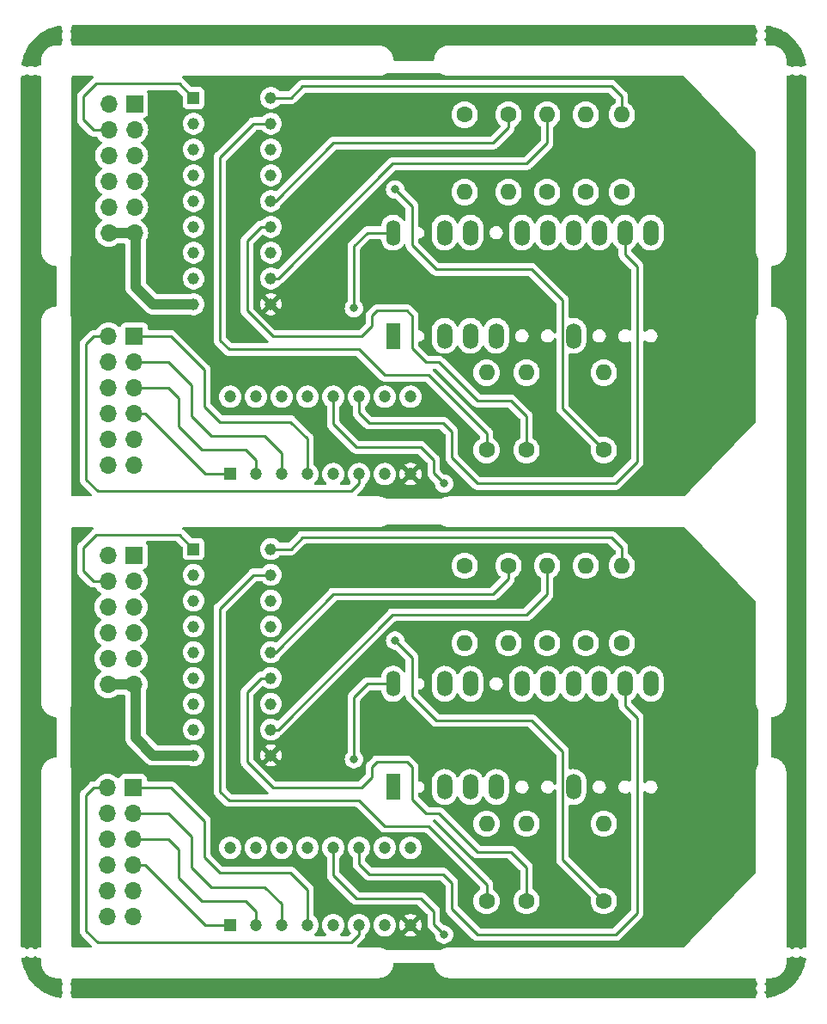
<source format=gbr>
%TF.GenerationSoftware,KiCad,Pcbnew,7.0.1*%
%TF.CreationDate,2023-05-14T01:33:17+09:00*%
%TF.ProjectId,___,62d8512e-6b69-4636-9164-5f7063625858,rev?*%
%TF.SameCoordinates,Original*%
%TF.FileFunction,Copper,L2,Bot*%
%TF.FilePolarity,Positive*%
%FSLAX46Y46*%
G04 Gerber Fmt 4.6, Leading zero omitted, Abs format (unit mm)*
G04 Created by KiCad (PCBNEW 7.0.1) date 2023-05-14 01:33:17*
%MOMM*%
%LPD*%
G01*
G04 APERTURE LIST*
%TA.AperFunction,ComponentPad*%
%ADD10R,1.700000X1.700000*%
%TD*%
%TA.AperFunction,ComponentPad*%
%ADD11O,1.700000X1.700000*%
%TD*%
%TA.AperFunction,ComponentPad*%
%ADD12C,1.600000*%
%TD*%
%TA.AperFunction,ComponentPad*%
%ADD13O,1.600000X1.600000*%
%TD*%
%TA.AperFunction,ComponentPad*%
%ADD14R,1.150000X1.150000*%
%TD*%
%TA.AperFunction,ComponentPad*%
%ADD15C,1.150000*%
%TD*%
%TA.AperFunction,ComponentPad*%
%ADD16R,1.200000X1.200000*%
%TD*%
%TA.AperFunction,ComponentPad*%
%ADD17C,1.200000*%
%TD*%
%TA.AperFunction,ComponentPad*%
%ADD18R,1.400000X2.524000*%
%TD*%
%TA.AperFunction,ComponentPad*%
%ADD19O,1.524000X2.524000*%
%TD*%
%TA.AperFunction,ComponentPad*%
%ADD20O,1.400000X2.524000*%
%TD*%
%TA.AperFunction,ViaPad*%
%ADD21C,0.800000*%
%TD*%
%TA.AperFunction,Conductor*%
%ADD22C,1.000000*%
%TD*%
%TA.AperFunction,Conductor*%
%ADD23C,0.250000*%
%TD*%
G04 APERTURE END LIST*
D10*
%TO.P,J2,1*%
%TO.N,N/C*%
X182330500Y-95565000D03*
D11*
%TO.P,J2,2*%
X182330500Y-98105000D03*
%TO.P,J2,3*%
X182330500Y-100645000D03*
%TO.P,J2,4*%
X182330500Y-103185000D03*
%TO.P,J2,5*%
X182330500Y-105725000D03*
%TO.P,J2,6*%
X182330500Y-108265000D03*
%TO.P,J2,7*%
X179790500Y-95565000D03*
%TO.P,J2,8*%
X179790500Y-98105000D03*
%TO.P,J2,9*%
X179790500Y-100645000D03*
%TO.P,J2,10*%
X179790500Y-103185000D03*
%TO.P,J2,11*%
X179790500Y-105725000D03*
%TO.P,J2,12*%
X179790500Y-108265000D03*
%TD*%
D10*
%TO.P,J1,1*%
%TO.N,N/C*%
X182392500Y-72705000D03*
D11*
%TO.P,J1,2*%
X182392500Y-75245000D03*
%TO.P,J1,3*%
X182392500Y-77785000D03*
%TO.P,J1,4*%
X182392500Y-80325000D03*
%TO.P,J1,5*%
X182392500Y-82865000D03*
%TO.P,J1,6*%
X182392500Y-85405000D03*
%TO.P,J1,7*%
X179852500Y-72705000D03*
%TO.P,J1,8*%
X179852500Y-75245000D03*
%TO.P,J1,9*%
X179852500Y-77785000D03*
%TO.P,J1,10*%
X179852500Y-80325000D03*
%TO.P,J1,11*%
X179852500Y-82865000D03*
%TO.P,J1,12*%
X179852500Y-85405000D03*
%TD*%
D10*
%TO.P,J2,1*%
%TO.N,N/C*%
X182454500Y-51115000D03*
D11*
%TO.P,J2,2*%
X182454500Y-53655000D03*
%TO.P,J2,3*%
X182454500Y-56195000D03*
%TO.P,J2,4*%
X182454500Y-58735000D03*
%TO.P,J2,5*%
X182454500Y-61275000D03*
%TO.P,J2,6*%
X182454500Y-63815000D03*
%TO.P,J2,7*%
X179914500Y-51115000D03*
%TO.P,J2,8*%
X179914500Y-53655000D03*
%TO.P,J2,9*%
X179914500Y-56195000D03*
%TO.P,J2,10*%
X179914500Y-58735000D03*
%TO.P,J2,11*%
X179914500Y-61275000D03*
%TO.P,J2,12*%
X179914500Y-63815000D03*
%TD*%
D10*
%TO.P,J1,1*%
%TO.N,N/C*%
X182457500Y-28255000D03*
D11*
%TO.P,J1,2*%
X182457500Y-30795000D03*
%TO.P,J1,3*%
X182457500Y-33335000D03*
%TO.P,J1,4*%
X182457500Y-35875000D03*
%TO.P,J1,5*%
X182457500Y-38415000D03*
%TO.P,J1,6*%
X182457500Y-40955000D03*
%TO.P,J1,7*%
X179917500Y-28255000D03*
%TO.P,J1,8*%
X179917500Y-30795000D03*
%TO.P,J1,9*%
X179917500Y-33335000D03*
%TO.P,J1,10*%
X179917500Y-35875000D03*
%TO.P,J1,11*%
X179917500Y-38415000D03*
%TO.P,J1,12*%
X179917500Y-40955000D03*
%TD*%
D12*
%TO.P,R2,1*%
%TO.N,Board_1-Net-(DS1-ANODE_G)*%
X223144500Y-81356000D03*
D13*
%TO.P,R2,2*%
%TO.N,Board_1-Net-(IC1-O8)*%
X223144500Y-73736000D03*
%TD*%
D12*
%TO.P,R2,1*%
%TO.N,Board_0-Net-(DS1-ANODE_G)*%
X223144500Y-36938000D03*
D13*
%TO.P,R2,2*%
%TO.N,Board_0-Net-(IC1-O8)*%
X223144500Y-29318000D03*
%TD*%
D12*
%TO.P,R8,1*%
%TO.N,Board_1-Net-(IC1-O7)*%
X228732500Y-106756000D03*
D13*
%TO.P,R8,2*%
%TO.N,Board_1-Net-(DS1-ANODE_DP)*%
X228732500Y-99136000D03*
%TD*%
D12*
%TO.P,R8,1*%
%TO.N,Board_0-Net-(IC1-O7)*%
X228732500Y-62338000D03*
D13*
%TO.P,R8,2*%
%TO.N,Board_0-Net-(DS1-ANODE_DP)*%
X228732500Y-54718000D03*
%TD*%
D14*
%TO.P,IC1,1,I1*%
%TO.N,Board_1-Net-(IC1-I1)*%
X188293500Y-72085000D03*
D15*
%TO.P,IC1,2,I2*%
%TO.N,Board_1-Net-(IC1-I2)*%
X188293500Y-74625000D03*
%TO.P,IC1,3,I3*%
%TO.N,Board_1-Net-(IC1-I3)*%
X188293500Y-77165000D03*
%TO.P,IC1,4,I4*%
%TO.N,Board_1-Net-(IC1-I4)*%
X188293500Y-79705000D03*
%TO.P,IC1,5,I5*%
%TO.N,Board_1-Net-(IC1-I5)*%
X188293500Y-82245000D03*
%TO.P,IC1,6,I6*%
%TO.N,Board_1-Net-(IC1-I6)*%
X188293500Y-84785000D03*
%TO.P,IC1,7,I7*%
%TO.N,Board_1-Net-(IC1-I7)*%
X188293500Y-87325000D03*
%TO.P,IC1,8,I8*%
%TO.N,Board_1-Net-(IC1-I8)*%
X188293500Y-89865000D03*
%TO.P,IC1,9,VCC*%
%TO.N,Board_1-VCC*%
X188293500Y-92405000D03*
%TO.P,IC1,10,GND*%
%TO.N,Board_1-GND*%
X195913500Y-92405000D03*
%TO.P,IC1,11,O8*%
%TO.N,Board_1-Net-(IC1-O8)*%
X195913500Y-89865000D03*
%TO.P,IC1,12,O7*%
%TO.N,Board_1-Net-(IC1-O7)*%
X195913500Y-87325000D03*
%TO.P,IC1,13,O6*%
%TO.N,Board_1-Net-(IC1-O6)*%
X195913500Y-84785000D03*
%TO.P,IC1,14,O5*%
%TO.N,Board_1-Net-(IC1-O5)*%
X195913500Y-82245000D03*
%TO.P,IC1,15,O4*%
%TO.N,Board_1-Net-(IC1-O4)*%
X195913500Y-79705000D03*
%TO.P,IC1,16,O3*%
%TO.N,Board_1-Net-(IC1-O3)*%
X195913500Y-77165000D03*
%TO.P,IC1,17,O2*%
%TO.N,Board_1-Net-(IC1-O2)*%
X195913500Y-74625000D03*
%TO.P,IC1,18,O1*%
%TO.N,Board_1-Net-(IC1-O1)*%
X195913500Y-72085000D03*
%TD*%
D14*
%TO.P,IC1,1,I1*%
%TO.N,Board_0-Net-(IC1-I1)*%
X188293500Y-27667000D03*
D15*
%TO.P,IC1,2,I2*%
%TO.N,Board_0-Net-(IC1-I2)*%
X188293500Y-30207000D03*
%TO.P,IC1,3,I3*%
%TO.N,Board_0-Net-(IC1-I3)*%
X188293500Y-32747000D03*
%TO.P,IC1,4,I4*%
%TO.N,Board_0-Net-(IC1-I4)*%
X188293500Y-35287000D03*
%TO.P,IC1,5,I5*%
%TO.N,Board_0-Net-(IC1-I5)*%
X188293500Y-37827000D03*
%TO.P,IC1,6,I6*%
%TO.N,Board_0-Net-(IC1-I6)*%
X188293500Y-40367000D03*
%TO.P,IC1,7,I7*%
%TO.N,Board_0-Net-(IC1-I7)*%
X188293500Y-42907000D03*
%TO.P,IC1,8,I8*%
%TO.N,Board_0-Net-(IC1-I8)*%
X188293500Y-45447000D03*
%TO.P,IC1,9,VCC*%
%TO.N,Board_0-VCC*%
X188293500Y-47987000D03*
%TO.P,IC1,10,GND*%
%TO.N,Board_0-GND*%
X195913500Y-47987000D03*
%TO.P,IC1,11,O8*%
%TO.N,Board_0-Net-(IC1-O8)*%
X195913500Y-45447000D03*
%TO.P,IC1,12,O7*%
%TO.N,Board_0-Net-(IC1-O7)*%
X195913500Y-42907000D03*
%TO.P,IC1,13,O6*%
%TO.N,Board_0-Net-(IC1-O6)*%
X195913500Y-40367000D03*
%TO.P,IC1,14,O5*%
%TO.N,Board_0-Net-(IC1-O5)*%
X195913500Y-37827000D03*
%TO.P,IC1,15,O4*%
%TO.N,Board_0-Net-(IC1-O4)*%
X195913500Y-35287000D03*
%TO.P,IC1,16,O3*%
%TO.N,Board_0-Net-(IC1-O3)*%
X195913500Y-32747000D03*
%TO.P,IC1,17,O2*%
%TO.N,Board_0-Net-(IC1-O2)*%
X195913500Y-30207000D03*
%TO.P,IC1,18,O1*%
%TO.N,Board_0-Net-(IC1-O1)*%
X195913500Y-27667000D03*
%TD*%
D16*
%TO.P,IC2,1,I1*%
%TO.N,Board_0-Net-(J2-Pin_4)*%
X191902500Y-64714000D03*
D17*
%TO.P,IC2,2,I2*%
%TO.N,Board_0-Net-(J2-Pin_3)*%
X194442500Y-64714000D03*
%TO.P,IC2,3,I3*%
%TO.N,Board_0-Net-(J2-Pin_2)*%
X196982500Y-64714000D03*
%TO.P,IC2,4,I4*%
%TO.N,Board_0-Net-(J2-Pin_1)*%
X199522500Y-64714000D03*
%TO.P,IC2,5,I5*%
%TO.N,Board_0-Net-(J2-Pin_8)*%
X202062500Y-64714000D03*
%TO.P,IC2,6,I6*%
%TO.N,Board_0-Net-(J2-Pin_7)*%
X204602500Y-64714000D03*
%TO.P,IC2,7,I7*%
%TO.N,Board_0-unconnected-(Q1-I7-Pad7)*%
X207142500Y-64714000D03*
%TO.P,IC2,8,GND*%
%TO.N,Board_0-GND*%
X209682500Y-64714000D03*
%TO.P,IC2,9,COMMON*%
%TO.N,Board_0-unconnected-(Q1-COMMON-Pad9)*%
X209682500Y-57094000D03*
%TO.P,IC2,10,O7*%
%TO.N,Board_0-unconnected-(Q1-O7-Pad10)*%
X207142500Y-57094000D03*
%TO.P,IC2,11,O6*%
%TO.N,Board_0-Net-(DS1-KATHODE_5)*%
X204602500Y-57094000D03*
%TO.P,IC2,12,O5*%
%TO.N,Board_0-Net-(DS1-KATHODE_6)*%
X202062500Y-57094000D03*
%TO.P,IC2,13,O4*%
%TO.N,Board_0-Net-(DS1-KATHODE_1)*%
X199522500Y-57094000D03*
%TO.P,IC2,14,O3*%
%TO.N,Board_0-Net-(DS1-KATHODE_2)*%
X196982500Y-57094000D03*
%TO.P,IC2,15,O2*%
%TO.N,Board_0-Net-(DS1-KATHODE_3)*%
X194442500Y-57094000D03*
%TO.P,IC2,16,O1*%
%TO.N,Board_0-Net-(DS1-KATHODE_4)*%
X191902500Y-57094000D03*
%TD*%
D16*
%TO.P,IC2,1,I1*%
%TO.N,Board_1-Net-(J2-Pin_4)*%
X191902500Y-109132000D03*
D17*
%TO.P,IC2,2,I2*%
%TO.N,Board_1-Net-(J2-Pin_3)*%
X194442500Y-109132000D03*
%TO.P,IC2,3,I3*%
%TO.N,Board_1-Net-(J2-Pin_2)*%
X196982500Y-109132000D03*
%TO.P,IC2,4,I4*%
%TO.N,Board_1-Net-(J2-Pin_1)*%
X199522500Y-109132000D03*
%TO.P,IC2,5,I5*%
%TO.N,Board_1-Net-(J2-Pin_8)*%
X202062500Y-109132000D03*
%TO.P,IC2,6,I6*%
%TO.N,Board_1-Net-(J2-Pin_7)*%
X204602500Y-109132000D03*
%TO.P,IC2,7,I7*%
%TO.N,Board_1-unconnected-(Q1-I7-Pad7)*%
X207142500Y-109132000D03*
%TO.P,IC2,8,GND*%
%TO.N,Board_1-GND*%
X209682500Y-109132000D03*
%TO.P,IC2,9,COMMON*%
%TO.N,Board_1-unconnected-(Q1-COMMON-Pad9)*%
X209682500Y-101512000D03*
%TO.P,IC2,10,O7*%
%TO.N,Board_1-unconnected-(Q1-O7-Pad10)*%
X207142500Y-101512000D03*
%TO.P,IC2,11,O6*%
%TO.N,Board_1-Net-(DS1-KATHODE_5)*%
X204602500Y-101512000D03*
%TO.P,IC2,12,O5*%
%TO.N,Board_1-Net-(DS1-KATHODE_6)*%
X202062500Y-101512000D03*
%TO.P,IC2,13,O4*%
%TO.N,Board_1-Net-(DS1-KATHODE_1)*%
X199522500Y-101512000D03*
%TO.P,IC2,14,O3*%
%TO.N,Board_1-Net-(DS1-KATHODE_2)*%
X196982500Y-101512000D03*
%TO.P,IC2,15,O2*%
%TO.N,Board_1-Net-(DS1-KATHODE_3)*%
X194442500Y-101512000D03*
%TO.P,IC2,16,O1*%
%TO.N,Board_1-Net-(DS1-KATHODE_4)*%
X191902500Y-101512000D03*
%TD*%
D12*
%TO.P,R5,1*%
%TO.N,Board_1-Net-(IC1-O4)*%
X215016500Y-73736000D03*
D13*
%TO.P,R5,2*%
%TO.N,Board_1-Net-(DS1-ANODE_B)*%
X215016500Y-81356000D03*
%TD*%
D12*
%TO.P,R5,1*%
%TO.N,Board_0-Net-(IC1-O4)*%
X215016500Y-29318000D03*
D13*
%TO.P,R5,2*%
%TO.N,Board_0-Net-(DS1-ANODE_B)*%
X215016500Y-36938000D03*
%TD*%
D12*
%TO.P,R4,1*%
%TO.N,Board_1-Net-(DS1-ANODE_A)*%
X226954500Y-81356000D03*
D13*
%TO.P,R4,2*%
%TO.N,Board_1-Net-(IC1-O3)*%
X226954500Y-73736000D03*
%TD*%
D12*
%TO.P,R4,1*%
%TO.N,Board_0-Net-(DS1-ANODE_A)*%
X226954500Y-36938000D03*
D13*
%TO.P,R4,2*%
%TO.N,Board_0-Net-(IC1-O3)*%
X226954500Y-29318000D03*
%TD*%
D18*
%TO.P,IC3,1,ANODE_E*%
%TO.N,Board_1-Net-(DS1-ANODE_E)*%
X207968000Y-95516000D03*
D19*
%TO.P,IC3,3,KATHODE_2*%
%TO.N,Board_1-Net-(DS1-KATHODE_2)*%
X213048000Y-95516000D03*
%TO.P,IC3,4,KATHODE_3*%
%TO.N,Board_1-Net-(DS1-KATHODE_3)*%
X215588000Y-95516000D03*
%TO.P,IC3,5,ANODE_D*%
%TO.N,Board_1-Net-(DS1-ANODE_D)*%
X218128000Y-95516000D03*
%TO.P,IC3,8,ANODE_DP*%
%TO.N,Board_1-Net-(DS1-ANODE_DP)*%
X225748000Y-95516000D03*
%TO.P,IC3,12,KATHODE_6*%
%TO.N,Board_1-Net-(DS1-KATHODE_6)*%
X233368000Y-85356000D03*
%TO.P,IC3,13,KATHODE_5*%
%TO.N,Board_1-Net-(DS1-KATHODE_5)*%
X230828000Y-85356000D03*
%TO.P,IC3,14,ANODE_F*%
%TO.N,Board_1-Net-(DS1-ANODE_F)*%
X228288000Y-85356000D03*
%TO.P,IC3,15,ANODE_A*%
%TO.N,Board_1-Net-(DS1-ANODE_A)*%
X225748000Y-85356000D03*
%TO.P,IC3,16,KATHODE_4*%
%TO.N,Board_1-Net-(DS1-KATHODE_4)*%
X223208000Y-85356000D03*
%TO.P,IC3,17,ANODE_G*%
%TO.N,Board_1-Net-(DS1-ANODE_G)*%
X220668000Y-85356000D03*
%TO.P,IC3,19,ANODE_C*%
%TO.N,Board_1-Net-(DS1-ANODE_C)*%
X215588000Y-85356000D03*
%TO.P,IC3,20,ANODE_B*%
%TO.N,Board_1-Net-(DS1-ANODE_B)*%
X213048000Y-85356000D03*
D20*
%TO.P,IC3,22,KATHODE_1*%
%TO.N,Board_1-Net-(DS1-KATHODE_1)*%
X207968000Y-85356000D03*
%TD*%
D18*
%TO.P,IC3,1,ANODE_E*%
%TO.N,Board_0-Net-(DS1-ANODE_E)*%
X207968000Y-51098000D03*
D19*
%TO.P,IC3,3,KATHODE_2*%
%TO.N,Board_0-Net-(DS1-KATHODE_2)*%
X213048000Y-51098000D03*
%TO.P,IC3,4,KATHODE_3*%
%TO.N,Board_0-Net-(DS1-KATHODE_3)*%
X215588000Y-51098000D03*
%TO.P,IC3,5,ANODE_D*%
%TO.N,Board_0-Net-(DS1-ANODE_D)*%
X218128000Y-51098000D03*
%TO.P,IC3,8,ANODE_DP*%
%TO.N,Board_0-Net-(DS1-ANODE_DP)*%
X225748000Y-51098000D03*
%TO.P,IC3,12,KATHODE_6*%
%TO.N,Board_0-Net-(DS1-KATHODE_6)*%
X233368000Y-40938000D03*
%TO.P,IC3,13,KATHODE_5*%
%TO.N,Board_0-Net-(DS1-KATHODE_5)*%
X230828000Y-40938000D03*
%TO.P,IC3,14,ANODE_F*%
%TO.N,Board_0-Net-(DS1-ANODE_F)*%
X228288000Y-40938000D03*
%TO.P,IC3,15,ANODE_A*%
%TO.N,Board_0-Net-(DS1-ANODE_A)*%
X225748000Y-40938000D03*
%TO.P,IC3,16,KATHODE_4*%
%TO.N,Board_0-Net-(DS1-KATHODE_4)*%
X223208000Y-40938000D03*
%TO.P,IC3,17,ANODE_G*%
%TO.N,Board_0-Net-(DS1-ANODE_G)*%
X220668000Y-40938000D03*
%TO.P,IC3,19,ANODE_C*%
%TO.N,Board_0-Net-(DS1-ANODE_C)*%
X215588000Y-40938000D03*
%TO.P,IC3,20,ANODE_B*%
%TO.N,Board_0-Net-(DS1-ANODE_B)*%
X213048000Y-40938000D03*
D20*
%TO.P,IC3,22,KATHODE_1*%
%TO.N,Board_0-Net-(DS1-KATHODE_1)*%
X207968000Y-40938000D03*
%TD*%
D12*
%TO.P,R6,1*%
%TO.N,Board_0-Net-(IC1-O5)*%
X219334500Y-29318000D03*
D13*
%TO.P,R6,2*%
%TO.N,Board_0-Net-(DS1-ANODE_C)*%
X219334500Y-36938000D03*
%TD*%
D12*
%TO.P,R6,1*%
%TO.N,Board_1-Net-(IC1-O5)*%
X219334500Y-73736000D03*
D13*
%TO.P,R6,2*%
%TO.N,Board_1-Net-(DS1-ANODE_C)*%
X219334500Y-81356000D03*
%TD*%
D12*
%TO.P,R7,1*%
%TO.N,Board_1-Net-(IC1-O6)*%
X221112500Y-106756000D03*
D13*
%TO.P,R7,2*%
%TO.N,Board_1-Net-(DS1-ANODE_D)*%
X221112500Y-99136000D03*
%TD*%
D12*
%TO.P,R7,1*%
%TO.N,Board_0-Net-(IC1-O6)*%
X221112500Y-62338000D03*
D13*
%TO.P,R7,2*%
%TO.N,Board_0-Net-(DS1-ANODE_D)*%
X221112500Y-54718000D03*
%TD*%
D12*
%TO.P,R1,1*%
%TO.N,Board_0-Net-(DS1-ANODE_F)*%
X230510500Y-36938000D03*
D13*
%TO.P,R1,2*%
%TO.N,Board_0-Net-(IC1-O1)*%
X230510500Y-29318000D03*
%TD*%
D12*
%TO.P,R1,1*%
%TO.N,Board_1-Net-(DS1-ANODE_F)*%
X230510500Y-81356000D03*
D13*
%TO.P,R1,2*%
%TO.N,Board_1-Net-(IC1-O1)*%
X230510500Y-73736000D03*
%TD*%
D12*
%TO.P,R3,1*%
%TO.N,Board_0-Net-(IC1-O2)*%
X217175500Y-62338000D03*
D13*
%TO.P,R3,2*%
%TO.N,Board_0-Net-(DS1-ANODE_E)*%
X217175500Y-54718000D03*
%TD*%
D12*
%TO.P,R3,1*%
%TO.N,Board_1-Net-(IC1-O2)*%
X217175500Y-106756000D03*
D13*
%TO.P,R3,2*%
%TO.N,Board_1-Net-(DS1-ANODE_E)*%
X217175500Y-99136000D03*
%TD*%
D21*
%TO.N,Board_1-Net-(IC1-O7)*%
X208158500Y-81102000D03*
%TO.N,Board_1-Net-(DS1-KATHODE_6)*%
X212984500Y-110058000D03*
%TO.N,Board_1-Net-(DS1-KATHODE_1)*%
X204094500Y-92786000D03*
%TO.N,Board_1-GND*%
X240162500Y-90754000D03*
X193807500Y-95453000D03*
X240162500Y-104724000D03*
X202062500Y-80213000D03*
X203332500Y-98755000D03*
X200030500Y-73736000D03*
X224668500Y-107518000D03*
X191140500Y-98120000D03*
X178948500Y-92532000D03*
X211460500Y-81102000D03*
X211460500Y-74371000D03*
X240162500Y-75768000D03*
X228732500Y-90754000D03*
X219080500Y-90754000D03*
%TO.N,Board_0-Net-(IC1-O7)*%
X208158500Y-36684000D03*
%TO.N,Board_0-Net-(DS1-KATHODE_6)*%
X212984500Y-65640000D03*
%TO.N,Board_0-Net-(DS1-KATHODE_1)*%
X204094500Y-48368000D03*
%TO.N,Board_0-GND*%
X240162500Y-46336000D03*
X193807500Y-51035000D03*
X240162500Y-60306000D03*
X202062500Y-35795000D03*
X203332500Y-54337000D03*
X200030500Y-29318000D03*
X224668500Y-63100000D03*
X191140500Y-53702000D03*
X178948500Y-48114000D03*
X211460500Y-36684000D03*
X211460500Y-29953000D03*
X240162500Y-31350000D03*
X228732500Y-46336000D03*
X219080500Y-46336000D03*
%TD*%
D22*
%TO.N,Board_1-VCC*%
X184282500Y-92405000D02*
X188293500Y-92405000D01*
X180026500Y-85420000D02*
X182566500Y-85420000D01*
X182566500Y-90689000D02*
X184282500Y-92405000D01*
X182566500Y-85420000D02*
X182566500Y-90689000D01*
D23*
%TO.N,Board_1-Net-(J2-Pin_7)*%
X178440500Y-95580000D02*
X177678500Y-96342000D01*
X178821500Y-110820000D02*
X203840500Y-110820000D01*
X204602500Y-110058000D02*
X204602500Y-109132000D01*
X180026500Y-95580000D02*
X178440500Y-95580000D01*
X177678500Y-109677000D02*
X178821500Y-110820000D01*
X177678500Y-96342000D02*
X177678500Y-109677000D01*
X203840500Y-110820000D02*
X204602500Y-110058000D01*
%TO.N,Board_1-Net-(J2-Pin_4)*%
X189452500Y-109132000D02*
X191902500Y-109132000D01*
X183520500Y-103200000D02*
X189452500Y-109132000D01*
X182566500Y-103200000D02*
X183520500Y-103200000D01*
%TO.N,Board_1-Net-(J2-Pin_3)*%
X194442500Y-107772000D02*
X194442500Y-109132000D01*
X193426500Y-106756000D02*
X194442500Y-107772000D01*
X182566500Y-100660000D02*
X185806500Y-100660000D01*
X186822500Y-101676000D02*
X186822500Y-104470000D01*
X186822500Y-104470000D02*
X189108500Y-106756000D01*
X185806500Y-100660000D02*
X186822500Y-101676000D01*
X189108500Y-106756000D02*
X193426500Y-106756000D01*
%TO.N,Board_1-Net-(J2-Pin_2)*%
X196982500Y-107047000D02*
X196982500Y-109132000D01*
X188092500Y-103454000D02*
X190009100Y-105370600D01*
X188092500Y-100406000D02*
X188092500Y-103454000D01*
X182566500Y-98120000D02*
X185806500Y-98120000D01*
X190009100Y-105370600D02*
X195306100Y-105370600D01*
X195306100Y-105370600D02*
X196982500Y-107047000D01*
X185806500Y-98120000D02*
X188092500Y-100406000D01*
%TO.N,Board_1-Net-(J2-Pin_1)*%
X189362500Y-102475000D02*
X190861100Y-103973600D01*
X190861100Y-103973600D02*
X197846100Y-103973600D01*
X186060500Y-95580000D02*
X189362500Y-98882000D01*
X182566500Y-95580000D02*
X186060500Y-95580000D01*
X197846100Y-103973600D02*
X199522500Y-105650000D01*
X199522500Y-105650000D02*
X199522500Y-109132000D01*
X189362500Y-98882000D02*
X189362500Y-102475000D01*
%TO.N,Board_1-Net-(IC1-O8)*%
X196601500Y-89865000D02*
X207904500Y-78562000D01*
X207904500Y-78562000D02*
X221112500Y-78562000D01*
X221112500Y-78562000D02*
X223144500Y-76530000D01*
X195913500Y-89865000D02*
X196601500Y-89865000D01*
X223144500Y-76530000D02*
X223144500Y-73736000D01*
%TO.N,Board_1-Net-(IC1-O7)*%
X208158500Y-81102000D02*
X209833000Y-82776500D01*
X224661000Y-92016500D02*
X224661000Y-102684500D01*
X212222500Y-88976000D02*
X221620500Y-88976000D01*
X209833000Y-86586500D02*
X212222500Y-88976000D01*
X209833000Y-82776500D02*
X209833000Y-86586500D01*
X221620500Y-88976000D02*
X224661000Y-92016500D01*
X224661000Y-102684500D02*
X228732500Y-106756000D01*
%TO.N,Board_1-Net-(IC1-O6)*%
X193553500Y-86182000D02*
X193553500Y-93040000D01*
X205872500Y-94564000D02*
X205872500Y-93548000D01*
X219588500Y-101930000D02*
X221112500Y-103454000D01*
X196093500Y-95580000D02*
X204856500Y-95580000D01*
X194950500Y-84785000D02*
X193553500Y-86182000D01*
X216286500Y-101930000D02*
X219588500Y-101930000D01*
X204856500Y-95580000D02*
X205872500Y-94564000D01*
X221112500Y-103454000D02*
X221112500Y-106756000D01*
X195913500Y-84785000D02*
X194950500Y-84785000D01*
X211206500Y-98120000D02*
X212476500Y-98120000D01*
X209301500Y-93040000D02*
X209833000Y-93571500D01*
X206380500Y-93040000D02*
X209301500Y-93040000D01*
X193553500Y-93040000D02*
X196093500Y-95580000D01*
X205872500Y-93548000D02*
X206380500Y-93040000D01*
X209833000Y-93571500D02*
X209833000Y-96746500D01*
X212476500Y-98120000D02*
X216286500Y-101930000D01*
X209833000Y-96746500D02*
X211206500Y-98120000D01*
%TO.N,Board_1-Net-(IC1-O5)*%
X196347500Y-82245000D02*
X202062500Y-76530000D01*
X217810500Y-76530000D02*
X219334500Y-75006000D01*
X219334500Y-75006000D02*
X219334500Y-73736000D01*
X202062500Y-76530000D02*
X217810500Y-76530000D01*
X195913500Y-82245000D02*
X196347500Y-82245000D01*
%TO.N,Board_1-Net-(IC1-O2)*%
X204602500Y-96850000D02*
X207142500Y-99390000D01*
X211460500Y-99390000D02*
X217175500Y-105105000D01*
X190886500Y-77927000D02*
X190886500Y-95961000D01*
X195913500Y-74625000D02*
X194188500Y-74625000D01*
X191775500Y-96850000D02*
X204602500Y-96850000D01*
X194188500Y-74625000D02*
X190886500Y-77927000D01*
X217175500Y-105105000D02*
X217175500Y-106756000D01*
X207142500Y-99390000D02*
X211460500Y-99390000D01*
X190886500Y-95961000D02*
X191775500Y-96850000D01*
%TO.N,Board_1-Net-(IC1-O1)*%
X230510500Y-71958000D02*
X230510500Y-73736000D01*
X195913500Y-72085000D02*
X197871500Y-72085000D01*
X199014500Y-70942000D02*
X229494500Y-70942000D01*
X229494500Y-70942000D02*
X230510500Y-71958000D01*
X197871500Y-72085000D02*
X199014500Y-70942000D01*
%TO.N,Board_1-Net-(IC1-I1)*%
X186896500Y-70688000D02*
X188293500Y-72085000D01*
X177424500Y-74244000D02*
X177424500Y-71958000D01*
X178440500Y-75260000D02*
X177424500Y-74244000D01*
X177424500Y-71958000D02*
X178694500Y-70688000D01*
X180026500Y-75260000D02*
X178440500Y-75260000D01*
X178694500Y-70688000D02*
X186896500Y-70688000D01*
%TO.N,Board_1-Net-(DS1-KATHODE_6)*%
X204348500Y-106502000D02*
X202062500Y-104216000D01*
X210698500Y-106502000D02*
X204348500Y-106502000D01*
X212984500Y-110058000D02*
X211968500Y-109042000D01*
X202062500Y-104216000D02*
X202062500Y-101512000D01*
X211968500Y-109042000D02*
X211968500Y-107772000D01*
X211968500Y-107772000D02*
X210698500Y-106502000D01*
%TO.N,Board_1-Net-(DS1-KATHODE_5)*%
X232034500Y-107899000D02*
X232034500Y-88722000D01*
X204602500Y-101512000D02*
X204602500Y-103110000D01*
X232034500Y-88722000D02*
X230828000Y-87515500D01*
X204602500Y-103110000D02*
X205593100Y-104100600D01*
X212869100Y-104100600D02*
X213746500Y-104978000D01*
X213746500Y-107518000D02*
X216286500Y-110058000D01*
X216286500Y-110058000D02*
X229875500Y-110058000D01*
X213746500Y-104978000D02*
X213746500Y-107518000D01*
X229875500Y-110058000D02*
X232034500Y-107899000D01*
X230828000Y-87515500D02*
X230828000Y-85356000D01*
X205593100Y-104100600D02*
X212869100Y-104100600D01*
%TO.N,Board_1-Net-(DS1-KATHODE_1)*%
X204094500Y-92786000D02*
X204094500Y-86690000D01*
X204094500Y-86690000D02*
X205428500Y-85356000D01*
X205428500Y-85356000D02*
X207968000Y-85356000D01*
D22*
%TO.N,Board_0-VCC*%
X184282500Y-47987000D02*
X188293500Y-47987000D01*
X180026500Y-41002000D02*
X182566500Y-41002000D01*
X182566500Y-46271000D02*
X184282500Y-47987000D01*
X182566500Y-41002000D02*
X182566500Y-46271000D01*
D23*
%TO.N,Board_0-Net-(J2-Pin_7)*%
X178440500Y-51162000D02*
X177678500Y-51924000D01*
X178821500Y-66402000D02*
X203840500Y-66402000D01*
X204602500Y-65640000D02*
X204602500Y-64714000D01*
X180026500Y-51162000D02*
X178440500Y-51162000D01*
X177678500Y-65259000D02*
X178821500Y-66402000D01*
X177678500Y-51924000D02*
X177678500Y-65259000D01*
X203840500Y-66402000D02*
X204602500Y-65640000D01*
%TO.N,Board_0-Net-(J2-Pin_4)*%
X189452500Y-64714000D02*
X191902500Y-64714000D01*
X183520500Y-58782000D02*
X189452500Y-64714000D01*
X182566500Y-58782000D02*
X183520500Y-58782000D01*
%TO.N,Board_0-Net-(J2-Pin_3)*%
X194442500Y-63354000D02*
X194442500Y-64714000D01*
X193426500Y-62338000D02*
X194442500Y-63354000D01*
X182566500Y-56242000D02*
X185806500Y-56242000D01*
X186822500Y-57258000D02*
X186822500Y-60052000D01*
X186822500Y-60052000D02*
X189108500Y-62338000D01*
X185806500Y-56242000D02*
X186822500Y-57258000D01*
X189108500Y-62338000D02*
X193426500Y-62338000D01*
%TO.N,Board_0-Net-(J2-Pin_2)*%
X196982500Y-62629000D02*
X196982500Y-64714000D01*
X188092500Y-59036000D02*
X190009100Y-60952600D01*
X188092500Y-55988000D02*
X188092500Y-59036000D01*
X182566500Y-53702000D02*
X185806500Y-53702000D01*
X190009100Y-60952600D02*
X195306100Y-60952600D01*
X195306100Y-60952600D02*
X196982500Y-62629000D01*
X185806500Y-53702000D02*
X188092500Y-55988000D01*
%TO.N,Board_0-Net-(J2-Pin_1)*%
X189362500Y-58057000D02*
X190861100Y-59555600D01*
X190861100Y-59555600D02*
X197846100Y-59555600D01*
X186060500Y-51162000D02*
X189362500Y-54464000D01*
X182566500Y-51162000D02*
X186060500Y-51162000D01*
X197846100Y-59555600D02*
X199522500Y-61232000D01*
X199522500Y-61232000D02*
X199522500Y-64714000D01*
X189362500Y-54464000D02*
X189362500Y-58057000D01*
%TO.N,Board_0-Net-(IC1-O8)*%
X196601500Y-45447000D02*
X207904500Y-34144000D01*
X207904500Y-34144000D02*
X221112500Y-34144000D01*
X221112500Y-34144000D02*
X223144500Y-32112000D01*
X195913500Y-45447000D02*
X196601500Y-45447000D01*
X223144500Y-32112000D02*
X223144500Y-29318000D01*
%TO.N,Board_0-Net-(IC1-O7)*%
X208158500Y-36684000D02*
X209833000Y-38358500D01*
X224661000Y-47598500D02*
X224661000Y-58266500D01*
X212222500Y-44558000D02*
X221620500Y-44558000D01*
X209833000Y-42168500D02*
X212222500Y-44558000D01*
X209833000Y-38358500D02*
X209833000Y-42168500D01*
X221620500Y-44558000D02*
X224661000Y-47598500D01*
X224661000Y-58266500D02*
X228732500Y-62338000D01*
%TO.N,Board_0-Net-(IC1-O6)*%
X193553500Y-41764000D02*
X193553500Y-48622000D01*
X205872500Y-50146000D02*
X205872500Y-49130000D01*
X219588500Y-57512000D02*
X221112500Y-59036000D01*
X196093500Y-51162000D02*
X204856500Y-51162000D01*
X194950500Y-40367000D02*
X193553500Y-41764000D01*
X216286500Y-57512000D02*
X219588500Y-57512000D01*
X204856500Y-51162000D02*
X205872500Y-50146000D01*
X221112500Y-59036000D02*
X221112500Y-62338000D01*
X195913500Y-40367000D02*
X194950500Y-40367000D01*
X211206500Y-53702000D02*
X212476500Y-53702000D01*
X209301500Y-48622000D02*
X209833000Y-49153500D01*
X206380500Y-48622000D02*
X209301500Y-48622000D01*
X193553500Y-48622000D02*
X196093500Y-51162000D01*
X205872500Y-49130000D02*
X206380500Y-48622000D01*
X209833000Y-49153500D02*
X209833000Y-52328500D01*
X212476500Y-53702000D02*
X216286500Y-57512000D01*
X209833000Y-52328500D02*
X211206500Y-53702000D01*
%TO.N,Board_0-Net-(IC1-O5)*%
X196347500Y-37827000D02*
X202062500Y-32112000D01*
X217810500Y-32112000D02*
X219334500Y-30588000D01*
X219334500Y-30588000D02*
X219334500Y-29318000D01*
X202062500Y-32112000D02*
X217810500Y-32112000D01*
X195913500Y-37827000D02*
X196347500Y-37827000D01*
%TO.N,Board_0-Net-(IC1-O2)*%
X204602500Y-52432000D02*
X207142500Y-54972000D01*
X211460500Y-54972000D02*
X217175500Y-60687000D01*
X190886500Y-33509000D02*
X190886500Y-51543000D01*
X195913500Y-30207000D02*
X194188500Y-30207000D01*
X191775500Y-52432000D02*
X204602500Y-52432000D01*
X194188500Y-30207000D02*
X190886500Y-33509000D01*
X217175500Y-60687000D02*
X217175500Y-62338000D01*
X207142500Y-54972000D02*
X211460500Y-54972000D01*
X190886500Y-51543000D02*
X191775500Y-52432000D01*
%TO.N,Board_0-Net-(IC1-O1)*%
X230510500Y-27540000D02*
X230510500Y-29318000D01*
X195913500Y-27667000D02*
X197871500Y-27667000D01*
X199014500Y-26524000D02*
X229494500Y-26524000D01*
X229494500Y-26524000D02*
X230510500Y-27540000D01*
X197871500Y-27667000D02*
X199014500Y-26524000D01*
%TO.N,Board_0-Net-(IC1-I1)*%
X186896500Y-26270000D02*
X188293500Y-27667000D01*
X177424500Y-29826000D02*
X177424500Y-27540000D01*
X178440500Y-30842000D02*
X177424500Y-29826000D01*
X177424500Y-27540000D02*
X178694500Y-26270000D01*
X180026500Y-30842000D02*
X178440500Y-30842000D01*
X178694500Y-26270000D02*
X186896500Y-26270000D01*
%TO.N,Board_0-Net-(DS1-KATHODE_6)*%
X204348500Y-62084000D02*
X202062500Y-59798000D01*
X210698500Y-62084000D02*
X204348500Y-62084000D01*
X212984500Y-65640000D02*
X211968500Y-64624000D01*
X202062500Y-59798000D02*
X202062500Y-57094000D01*
X211968500Y-64624000D02*
X211968500Y-63354000D01*
X211968500Y-63354000D02*
X210698500Y-62084000D01*
%TO.N,Board_0-Net-(DS1-KATHODE_5)*%
X232034500Y-63481000D02*
X232034500Y-44304000D01*
X204602500Y-57094000D02*
X204602500Y-58692000D01*
X232034500Y-44304000D02*
X230828000Y-43097500D01*
X204602500Y-58692000D02*
X205593100Y-59682600D01*
X212869100Y-59682600D02*
X213746500Y-60560000D01*
X213746500Y-63100000D02*
X216286500Y-65640000D01*
X216286500Y-65640000D02*
X229875500Y-65640000D01*
X213746500Y-60560000D02*
X213746500Y-63100000D01*
X229875500Y-65640000D02*
X232034500Y-63481000D01*
X230828000Y-43097500D02*
X230828000Y-40938000D01*
X205593100Y-59682600D02*
X212869100Y-59682600D01*
%TO.N,Board_0-Net-(DS1-KATHODE_1)*%
X204094500Y-48368000D02*
X204094500Y-42272000D01*
X204094500Y-42272000D02*
X205428500Y-40938000D01*
X205428500Y-40938000D02*
X207968000Y-40938000D01*
%TD*%
%TA.AperFunction,Conductor*%
%TO.N,Board_0-GND*%
G36*
X212671199Y-25260654D02*
G01*
X212694993Y-25273457D01*
X212695475Y-25272608D01*
X212721013Y-25287075D01*
X212726236Y-25290206D01*
X212743515Y-25301148D01*
X212744876Y-25301759D01*
X212765077Y-25313201D01*
X212765695Y-25313631D01*
X212766313Y-25314063D01*
X212783969Y-25322949D01*
X212784584Y-25323259D01*
X212789945Y-25326124D01*
X212807769Y-25336222D01*
X212809156Y-25336764D01*
X212809174Y-25336771D01*
X212829901Y-25347204D01*
X212831173Y-25348002D01*
X212849898Y-25356302D01*
X212855377Y-25358894D01*
X212873671Y-25368102D01*
X212875091Y-25368578D01*
X212896305Y-25377980D01*
X212897617Y-25378716D01*
X212916709Y-25386080D01*
X212922300Y-25388395D01*
X212941052Y-25396708D01*
X212942493Y-25397113D01*
X212964147Y-25405467D01*
X212965483Y-25406132D01*
X212965488Y-25406133D01*
X212965493Y-25406136D01*
X212984939Y-25412560D01*
X212990651Y-25414603D01*
X213009753Y-25421972D01*
X213009756Y-25421973D01*
X213011209Y-25422306D01*
X213033251Y-25429587D01*
X213033825Y-25429838D01*
X213034626Y-25430189D01*
X213054371Y-25435653D01*
X213060148Y-25437406D01*
X213079607Y-25443835D01*
X213081094Y-25444100D01*
X213103459Y-25450289D01*
X213104865Y-25450825D01*
X213124851Y-25455312D01*
X213130737Y-25456787D01*
X213145842Y-25460967D01*
X213150461Y-25462246D01*
X213151947Y-25462436D01*
X213174608Y-25467524D01*
X213176025Y-25467986D01*
X213196197Y-25471485D01*
X213202163Y-25472672D01*
X213222126Y-25477155D01*
X213222135Y-25477157D01*
X213223622Y-25477273D01*
X213246493Y-25481240D01*
X213247942Y-25481635D01*
X213268260Y-25484140D01*
X213274274Y-25485033D01*
X213283351Y-25486607D01*
X213294445Y-25488533D01*
X213295935Y-25488576D01*
X213318972Y-25491416D01*
X213320438Y-25491739D01*
X213340862Y-25493245D01*
X213346906Y-25493840D01*
X213367227Y-25496347D01*
X213368722Y-25496316D01*
X213391869Y-25498024D01*
X213393347Y-25498274D01*
X213413825Y-25498776D01*
X213419878Y-25499074D01*
X213440302Y-25500581D01*
X213440306Y-25500580D01*
X213441300Y-25500654D01*
X213445765Y-25500500D01*
X213454323Y-25500500D01*
X213482444Y-25500500D01*
X213485486Y-25500537D01*
X213486201Y-25500554D01*
X213513622Y-25501228D01*
X213513631Y-25501226D01*
X213514454Y-25501247D01*
X213527087Y-25500500D01*
X236592554Y-25500500D01*
X236641447Y-25510546D01*
X236682416Y-25539055D01*
X243654094Y-32871337D01*
X243691863Y-32911059D01*
X243717150Y-32950498D01*
X243726000Y-32996503D01*
X243726000Y-42681899D01*
X243725251Y-42694533D01*
X243725963Y-42723521D01*
X243726000Y-42726562D01*
X243726000Y-42763226D01*
X243725845Y-42767709D01*
X243727422Y-42789096D01*
X243727721Y-42795168D01*
X243728224Y-42815643D01*
X243728475Y-42817128D01*
X243730182Y-42840268D01*
X243730151Y-42841774D01*
X243732656Y-42862085D01*
X243733252Y-42868132D01*
X243734759Y-42888564D01*
X243735084Y-42890039D01*
X243737921Y-42913042D01*
X243737964Y-42914547D01*
X243741468Y-42934741D01*
X243742360Y-42940757D01*
X243744863Y-42961054D01*
X243745260Y-42962513D01*
X243749223Y-42985355D01*
X243749340Y-42986859D01*
X243753825Y-43006832D01*
X243755011Y-43012796D01*
X243758511Y-43032969D01*
X243758979Y-43034406D01*
X243764060Y-43057032D01*
X243764252Y-43058534D01*
X243769712Y-43078266D01*
X243771190Y-43084167D01*
X243775674Y-43104137D01*
X243776211Y-43105547D01*
X243782399Y-43127906D01*
X243782663Y-43129392D01*
X243789087Y-43148835D01*
X243790855Y-43154664D01*
X243796308Y-43174373D01*
X243796915Y-43175758D01*
X243804189Y-43197775D01*
X243804526Y-43199244D01*
X243811895Y-43218348D01*
X243813942Y-43224068D01*
X243814162Y-43224733D01*
X243820367Y-43243518D01*
X243821033Y-43244855D01*
X243829385Y-43266504D01*
X243829792Y-43267947D01*
X243829795Y-43267953D01*
X243838083Y-43286652D01*
X243840400Y-43292245D01*
X243847783Y-43311382D01*
X243847786Y-43311387D01*
X243848521Y-43312699D01*
X243857917Y-43333896D01*
X243858398Y-43335331D01*
X243867600Y-43353613D01*
X243870200Y-43359110D01*
X243878497Y-43377828D01*
X243879295Y-43379100D01*
X243889722Y-43399812D01*
X243890274Y-43401224D01*
X243890276Y-43401227D01*
X243890277Y-43401230D01*
X243890279Y-43401233D01*
X243900370Y-43419046D01*
X243903240Y-43424416D01*
X243912436Y-43442686D01*
X243913295Y-43443918D01*
X243924728Y-43464096D01*
X243925349Y-43465481D01*
X243936301Y-43482776D01*
X243939407Y-43487957D01*
X243949519Y-43505806D01*
X243949522Y-43505810D01*
X243953889Y-43513518D01*
X243953039Y-43513999D01*
X243965847Y-43537804D01*
X243972500Y-43577875D01*
X243972500Y-48840124D01*
X243965846Y-48880198D01*
X243953035Y-48904005D01*
X243953885Y-48904487D01*
X243939419Y-48930019D01*
X243936298Y-48935225D01*
X243925349Y-48952517D01*
X243924726Y-48953906D01*
X243913301Y-48974071D01*
X243912438Y-48975307D01*
X243903233Y-48993595D01*
X243900366Y-48998959D01*
X243890276Y-49016770D01*
X243889724Y-49018183D01*
X243879302Y-49038888D01*
X243878498Y-49040170D01*
X243870195Y-49058898D01*
X243867600Y-49064384D01*
X243858396Y-49082671D01*
X243857915Y-49084106D01*
X243848522Y-49105298D01*
X243847780Y-49106620D01*
X243840411Y-49125724D01*
X243838087Y-49131337D01*
X243829788Y-49150060D01*
X243829382Y-49151504D01*
X243821039Y-49173132D01*
X243820366Y-49174484D01*
X243813934Y-49193950D01*
X243811888Y-49199669D01*
X243804525Y-49218758D01*
X243804189Y-49220224D01*
X243796917Y-49242236D01*
X243796309Y-49243622D01*
X243790848Y-49263358D01*
X243789081Y-49269182D01*
X243782663Y-49288607D01*
X243782397Y-49290103D01*
X243776214Y-49312444D01*
X243775674Y-49313862D01*
X243771191Y-49333825D01*
X243769716Y-49339713D01*
X243769110Y-49341909D01*
X243764252Y-49359465D01*
X243764060Y-49360969D01*
X243758981Y-49383586D01*
X243758513Y-49385022D01*
X243755010Y-49405210D01*
X243753825Y-49411167D01*
X243749340Y-49431141D01*
X243749223Y-49432644D01*
X243745262Y-49455475D01*
X243744864Y-49456936D01*
X243742359Y-49477248D01*
X243741468Y-49483259D01*
X243737964Y-49503454D01*
X243737921Y-49504957D01*
X243735084Y-49527957D01*
X243734760Y-49529429D01*
X243733252Y-49549868D01*
X243732656Y-49555915D01*
X243730151Y-49576225D01*
X243730182Y-49577731D01*
X243728475Y-49600869D01*
X243728224Y-49602353D01*
X243727721Y-49622830D01*
X243727422Y-49628901D01*
X243725845Y-49650288D01*
X243726000Y-49654773D01*
X243726000Y-49691437D01*
X243725963Y-49694478D01*
X243725251Y-49723465D01*
X243726000Y-49736100D01*
X243726000Y-59483507D01*
X243717055Y-59529749D01*
X243691511Y-59569317D01*
X237273393Y-66264080D01*
X236683584Y-66879312D01*
X236642731Y-66907554D01*
X236594073Y-66917500D01*
X213527101Y-66917500D01*
X213514466Y-66916751D01*
X213485479Y-66917463D01*
X213482438Y-66917500D01*
X213445773Y-66917500D01*
X213441288Y-66917345D01*
X213419901Y-66918922D01*
X213413830Y-66919221D01*
X213393353Y-66919724D01*
X213391869Y-66919975D01*
X213368731Y-66921682D01*
X213367225Y-66921651D01*
X213346915Y-66924156D01*
X213340868Y-66924752D01*
X213320429Y-66926260D01*
X213318957Y-66926584D01*
X213295957Y-66929421D01*
X213294449Y-66929464D01*
X213274262Y-66932967D01*
X213268249Y-66933859D01*
X213247936Y-66936364D01*
X213246478Y-66936761D01*
X213223643Y-66940723D01*
X213222138Y-66940840D01*
X213202157Y-66945327D01*
X213196207Y-66946510D01*
X213176025Y-66950013D01*
X213176024Y-66950013D01*
X213176014Y-66950015D01*
X213174585Y-66950480D01*
X213151974Y-66955558D01*
X213150470Y-66955750D01*
X213130738Y-66961211D01*
X213124838Y-66962688D01*
X213104864Y-66967173D01*
X213103439Y-66967716D01*
X213081113Y-66973894D01*
X213079614Y-66974161D01*
X213060165Y-66980586D01*
X213054359Y-66982348D01*
X213034626Y-66987810D01*
X213034624Y-66987810D01*
X213034616Y-66987813D01*
X213033237Y-66988417D01*
X213011233Y-66995687D01*
X213009756Y-66996025D01*
X212990649Y-67003395D01*
X212984933Y-67005440D01*
X212965479Y-67011867D01*
X212964131Y-67012539D01*
X212942505Y-67020881D01*
X212941054Y-67021289D01*
X212922316Y-67029595D01*
X212916699Y-67031921D01*
X212897618Y-67039281D01*
X212896301Y-67040020D01*
X212875103Y-67049417D01*
X212873666Y-67049898D01*
X212855378Y-67059103D01*
X212849888Y-67061700D01*
X212831172Y-67069996D01*
X212829895Y-67070798D01*
X212809181Y-67081224D01*
X212808616Y-67081445D01*
X212807768Y-67081777D01*
X212789959Y-67091866D01*
X212784595Y-67094733D01*
X212766311Y-67103936D01*
X212765078Y-67104797D01*
X212744896Y-67116230D01*
X212743516Y-67116848D01*
X212726222Y-67127799D01*
X212721020Y-67130918D01*
X212695488Y-67145385D01*
X212695007Y-67144536D01*
X212671193Y-67157348D01*
X212631124Y-67164000D01*
X207368875Y-67164000D01*
X207328804Y-67157347D01*
X207304999Y-67144539D01*
X207304518Y-67145389D01*
X207296810Y-67141022D01*
X207296806Y-67141019D01*
X207278957Y-67130907D01*
X207273776Y-67127801D01*
X207256481Y-67116849D01*
X207255096Y-67116228D01*
X207234918Y-67104795D01*
X207233686Y-67103936D01*
X207215416Y-67094740D01*
X207210046Y-67091870D01*
X207205899Y-67089521D01*
X207192230Y-67081777D01*
X207192227Y-67081776D01*
X207192224Y-67081774D01*
X207190812Y-67081222D01*
X207170100Y-67070795D01*
X207168828Y-67069997D01*
X207150110Y-67061700D01*
X207144613Y-67059100D01*
X207126331Y-67049898D01*
X207124896Y-67049417D01*
X207103699Y-67040021D01*
X207102387Y-67039286D01*
X207102388Y-67039286D01*
X207102382Y-67039283D01*
X207083245Y-67031900D01*
X207077662Y-67029587D01*
X207058947Y-67021292D01*
X207057504Y-67020885D01*
X207035855Y-67012533D01*
X207034518Y-67011867D01*
X207020920Y-67007375D01*
X207015062Y-67005440D01*
X207009348Y-67003395D01*
X206990244Y-66996026D01*
X206988775Y-66995689D01*
X206966758Y-66988415D01*
X206965373Y-66987808D01*
X206948716Y-66983199D01*
X206945657Y-66982352D01*
X206939835Y-66980587D01*
X206920392Y-66974163D01*
X206918906Y-66973899D01*
X206896547Y-66967711D01*
X206895137Y-66967174D01*
X206880043Y-66963785D01*
X206875158Y-66962687D01*
X206869276Y-66961214D01*
X206849538Y-66955753D01*
X206849537Y-66955752D01*
X206849534Y-66955752D01*
X206848032Y-66955560D01*
X206825406Y-66950479D01*
X206823969Y-66950011D01*
X206803796Y-66946511D01*
X206797832Y-66945325D01*
X206777859Y-66940840D01*
X206776355Y-66940723D01*
X206753514Y-66936760D01*
X206752872Y-66936585D01*
X206752054Y-66936363D01*
X206731757Y-66933860D01*
X206725741Y-66932968D01*
X206705547Y-66929464D01*
X206704042Y-66929421D01*
X206681039Y-66926584D01*
X206679564Y-66926259D01*
X206659132Y-66924752D01*
X206653085Y-66924156D01*
X206632774Y-66921651D01*
X206631268Y-66921682D01*
X206608128Y-66919975D01*
X206606643Y-66919724D01*
X206586168Y-66919221D01*
X206580096Y-66918922D01*
X206558709Y-66917345D01*
X206554226Y-66917500D01*
X206517562Y-66917500D01*
X206514521Y-66917463D01*
X206485533Y-66916751D01*
X206472899Y-66917500D01*
X204508951Y-66917500D01*
X204452656Y-66903985D01*
X204408633Y-66866385D01*
X204386478Y-66812898D01*
X204391020Y-66755182D01*
X204421270Y-66705819D01*
X204702938Y-66424151D01*
X204986286Y-66140802D01*
X205002387Y-66127904D01*
X205004374Y-66125787D01*
X205004377Y-66125786D01*
X205050432Y-66076741D01*
X205053113Y-66073976D01*
X205061147Y-66065942D01*
X205072620Y-66054470D01*
X205075081Y-66051295D01*
X205082652Y-66042431D01*
X205112562Y-66010582D01*
X205122213Y-65993026D01*
X205132893Y-65976767D01*
X205145174Y-65960936D01*
X205162518Y-65920851D01*
X205167660Y-65910356D01*
X205188697Y-65872092D01*
X205193678Y-65852688D01*
X205199980Y-65834283D01*
X205207938Y-65815895D01*
X205214770Y-65772748D01*
X205217139Y-65761316D01*
X205228000Y-65719020D01*
X205228000Y-65698983D01*
X205229526Y-65679591D01*
X205231283Y-65668496D01*
X205231617Y-65666386D01*
X205244934Y-65626954D01*
X205270544Y-65594154D01*
X205419264Y-65458579D01*
X205542173Y-65295821D01*
X205542173Y-65295819D01*
X205542175Y-65295818D01*
X205614751Y-65150063D01*
X205633082Y-65113250D01*
X205688897Y-64917083D01*
X205707715Y-64714000D01*
X205707715Y-64713999D01*
X206037285Y-64713999D01*
X206056102Y-64917083D01*
X206111918Y-65113251D01*
X206202824Y-65295818D01*
X206325736Y-65458580D01*
X206476458Y-65595981D01*
X206649861Y-65703347D01*
X206649863Y-65703348D01*
X206840044Y-65777024D01*
X207040524Y-65814500D01*
X207244474Y-65814500D01*
X207244476Y-65814500D01*
X207444956Y-65777024D01*
X207635137Y-65703348D01*
X207724140Y-65648240D01*
X209101810Y-65648240D01*
X209190088Y-65702899D01*
X209380179Y-65776540D01*
X209580572Y-65814000D01*
X209784428Y-65814000D01*
X209984820Y-65776540D01*
X210174911Y-65702899D01*
X210263188Y-65648240D01*
X209682501Y-65067553D01*
X209682500Y-65067553D01*
X209101810Y-65648240D01*
X207724140Y-65648240D01*
X207808541Y-65595981D01*
X207959264Y-65458579D01*
X208082173Y-65295821D01*
X208082173Y-65295819D01*
X208082175Y-65295818D01*
X208154751Y-65150063D01*
X208173082Y-65113250D01*
X208228897Y-64917083D01*
X208247715Y-64714000D01*
X208247715Y-64713999D01*
X208577787Y-64713999D01*
X208596596Y-64916992D01*
X208652385Y-65113068D01*
X208743251Y-65295552D01*
X208745032Y-65297912D01*
X208745033Y-65297913D01*
X209328947Y-64714001D01*
X210036053Y-64714001D01*
X210619965Y-65297912D01*
X210621747Y-65295553D01*
X210712615Y-65113066D01*
X210768403Y-64916992D01*
X210787212Y-64713999D01*
X210768403Y-64511007D01*
X210712614Y-64314931D01*
X210621748Y-64132448D01*
X210619965Y-64130086D01*
X210619965Y-64130085D01*
X210036053Y-64714000D01*
X210036053Y-64714001D01*
X209328947Y-64714001D01*
X209328947Y-64714000D01*
X208745033Y-64130085D01*
X208743253Y-64132444D01*
X208652384Y-64314933D01*
X208596596Y-64511007D01*
X208577787Y-64713999D01*
X208247715Y-64713999D01*
X208228897Y-64510917D01*
X208173082Y-64314750D01*
X208155113Y-64278663D01*
X208082175Y-64132181D01*
X207959263Y-63969419D01*
X207808541Y-63832018D01*
X207724138Y-63779758D01*
X209101810Y-63779758D01*
X209682500Y-64360447D01*
X209682501Y-64360447D01*
X210263188Y-63779758D01*
X210263187Y-63779757D01*
X210174914Y-63725101D01*
X209984820Y-63651459D01*
X209784428Y-63614000D01*
X209580572Y-63614000D01*
X209380179Y-63651459D01*
X209190089Y-63725100D01*
X209101810Y-63779758D01*
X207724138Y-63779758D01*
X207635138Y-63724652D01*
X207444957Y-63650976D01*
X207378129Y-63638483D01*
X207244476Y-63613500D01*
X207040524Y-63613500D01*
X206940284Y-63632237D01*
X206840042Y-63650976D01*
X206649861Y-63724652D01*
X206476458Y-63832018D01*
X206325736Y-63969419D01*
X206202824Y-64132181D01*
X206111918Y-64314748D01*
X206056102Y-64510916D01*
X206037285Y-64713999D01*
X205707715Y-64713999D01*
X205688897Y-64510917D01*
X205633082Y-64314750D01*
X205615113Y-64278663D01*
X205542175Y-64132181D01*
X205419263Y-63969419D01*
X205268541Y-63832018D01*
X205095138Y-63724652D01*
X204904957Y-63650976D01*
X204838129Y-63638483D01*
X204704476Y-63613500D01*
X204500524Y-63613500D01*
X204400284Y-63632237D01*
X204300042Y-63650976D01*
X204109861Y-63724652D01*
X203936458Y-63832018D01*
X203785736Y-63969419D01*
X203662824Y-64132181D01*
X203571918Y-64314748D01*
X203516102Y-64510916D01*
X203497285Y-64713999D01*
X203516102Y-64917083D01*
X203571918Y-65113251D01*
X203662826Y-65295821D01*
X203769583Y-65437191D01*
X203792854Y-65491012D01*
X203788794Y-65549508D01*
X203758311Y-65599597D01*
X203617725Y-65740183D01*
X203577500Y-65767061D01*
X203530047Y-65776500D01*
X202850602Y-65776500D01*
X202793289Y-65762460D01*
X202748954Y-65723519D01*
X202727638Y-65668496D01*
X202734167Y-65609850D01*
X202767064Y-65560863D01*
X202879263Y-65458580D01*
X202880906Y-65456404D01*
X203002173Y-65295821D01*
X203002173Y-65295819D01*
X203002175Y-65295818D01*
X203074751Y-65150063D01*
X203093082Y-65113250D01*
X203148897Y-64917083D01*
X203167715Y-64714000D01*
X203148897Y-64510917D01*
X203093082Y-64314750D01*
X203075113Y-64278663D01*
X203002175Y-64132181D01*
X202879263Y-63969419D01*
X202728541Y-63832018D01*
X202555138Y-63724652D01*
X202364957Y-63650976D01*
X202298129Y-63638483D01*
X202164476Y-63613500D01*
X201960524Y-63613500D01*
X201860284Y-63632237D01*
X201760042Y-63650976D01*
X201569861Y-63724652D01*
X201396458Y-63832018D01*
X201245736Y-63969419D01*
X201122824Y-64132181D01*
X201031918Y-64314748D01*
X200976102Y-64510916D01*
X200957285Y-64713999D01*
X200976102Y-64917083D01*
X201031918Y-65113251D01*
X201122824Y-65295818D01*
X201245736Y-65458580D01*
X201357936Y-65560863D01*
X201390833Y-65609850D01*
X201397362Y-65668496D01*
X201376046Y-65723519D01*
X201331711Y-65762460D01*
X201274398Y-65776500D01*
X200310602Y-65776500D01*
X200253289Y-65762460D01*
X200208954Y-65723519D01*
X200187638Y-65668496D01*
X200194167Y-65609850D01*
X200227064Y-65560863D01*
X200339263Y-65458580D01*
X200340906Y-65456404D01*
X200462173Y-65295821D01*
X200462173Y-65295819D01*
X200462175Y-65295818D01*
X200534751Y-65150063D01*
X200553082Y-65113250D01*
X200608897Y-64917083D01*
X200627715Y-64714000D01*
X200608897Y-64510917D01*
X200553082Y-64314750D01*
X200535113Y-64278663D01*
X200462175Y-64132181D01*
X200339263Y-63969419D01*
X200188462Y-63831947D01*
X200158566Y-63790396D01*
X200148000Y-63740310D01*
X200148000Y-61314744D01*
X200150264Y-61294236D01*
X200148061Y-61224113D01*
X200148000Y-61220219D01*
X200148000Y-61192654D01*
X200148000Y-61192650D01*
X200147497Y-61188670D01*
X200146581Y-61177028D01*
X200145210Y-61133373D01*
X200139618Y-61114126D01*
X200135674Y-61095085D01*
X200133164Y-61075208D01*
X200117079Y-61034583D01*
X200113308Y-61023568D01*
X200101118Y-60981610D01*
X200090914Y-60964355D01*
X200082361Y-60946895D01*
X200074986Y-60928269D01*
X200074986Y-60928268D01*
X200049308Y-60892925D01*
X200042901Y-60883171D01*
X200020669Y-60845579D01*
X200006506Y-60831416D01*
X199993867Y-60816617D01*
X199982095Y-60800413D01*
X199948441Y-60772573D01*
X199939799Y-60764709D01*
X198346902Y-59171811D01*
X198334006Y-59155713D01*
X198282875Y-59107698D01*
X198280078Y-59104987D01*
X198260570Y-59085479D01*
X198257390Y-59083012D01*
X198248524Y-59075439D01*
X198216682Y-59045538D01*
X198199124Y-59035885D01*
X198182864Y-59025204D01*
X198167036Y-59012927D01*
X198126951Y-58995580D01*
X198116461Y-58990441D01*
X198078191Y-58969402D01*
X198058791Y-58964421D01*
X198040384Y-58958119D01*
X198021997Y-58950162D01*
X197978858Y-58943329D01*
X197967424Y-58940961D01*
X197925119Y-58930100D01*
X197905084Y-58930100D01*
X197885686Y-58928573D01*
X197878262Y-58927397D01*
X197865905Y-58925440D01*
X197865904Y-58925440D01*
X197832851Y-58928564D01*
X197822425Y-58929550D01*
X197810756Y-58930100D01*
X191171553Y-58930100D01*
X191124100Y-58920661D01*
X191083872Y-58893781D01*
X190024319Y-57834228D01*
X189997439Y-57794000D01*
X189988000Y-57746547D01*
X189988000Y-57094000D01*
X190797285Y-57094000D01*
X190816102Y-57297083D01*
X190871918Y-57493251D01*
X190962824Y-57675818D01*
X191085736Y-57838580D01*
X191236458Y-57975981D01*
X191409861Y-58083347D01*
X191409863Y-58083348D01*
X191600044Y-58157024D01*
X191800524Y-58194500D01*
X192004474Y-58194500D01*
X192004476Y-58194500D01*
X192204956Y-58157024D01*
X192395137Y-58083348D01*
X192568541Y-57975981D01*
X192691818Y-57863599D01*
X192719263Y-57838580D01*
X192719264Y-57838579D01*
X192842173Y-57675821D01*
X192842173Y-57675819D01*
X192842175Y-57675818D01*
X192887813Y-57584161D01*
X192933082Y-57493250D01*
X192988897Y-57297083D01*
X193007715Y-57094000D01*
X193337285Y-57094000D01*
X193356102Y-57297083D01*
X193411918Y-57493251D01*
X193502824Y-57675818D01*
X193625736Y-57838580D01*
X193776458Y-57975981D01*
X193949861Y-58083347D01*
X193949863Y-58083348D01*
X194140044Y-58157024D01*
X194340524Y-58194500D01*
X194544474Y-58194500D01*
X194544476Y-58194500D01*
X194744956Y-58157024D01*
X194935137Y-58083348D01*
X195108541Y-57975981D01*
X195231818Y-57863599D01*
X195259263Y-57838580D01*
X195259264Y-57838579D01*
X195382173Y-57675821D01*
X195382173Y-57675819D01*
X195382175Y-57675818D01*
X195427813Y-57584161D01*
X195473082Y-57493250D01*
X195528897Y-57297083D01*
X195547715Y-57094000D01*
X195877285Y-57094000D01*
X195896102Y-57297083D01*
X195951918Y-57493251D01*
X196042824Y-57675818D01*
X196165736Y-57838580D01*
X196316458Y-57975981D01*
X196489861Y-58083347D01*
X196489863Y-58083348D01*
X196680044Y-58157024D01*
X196880524Y-58194500D01*
X197084474Y-58194500D01*
X197084476Y-58194500D01*
X197284956Y-58157024D01*
X197475137Y-58083348D01*
X197648541Y-57975981D01*
X197771818Y-57863599D01*
X197799263Y-57838580D01*
X197799264Y-57838579D01*
X197922173Y-57675821D01*
X197922173Y-57675819D01*
X197922175Y-57675818D01*
X197967813Y-57584161D01*
X198013082Y-57493250D01*
X198068897Y-57297083D01*
X198087715Y-57094000D01*
X198417285Y-57094000D01*
X198436102Y-57297083D01*
X198491918Y-57493251D01*
X198582824Y-57675818D01*
X198705736Y-57838580D01*
X198856458Y-57975981D01*
X199029861Y-58083347D01*
X199029863Y-58083348D01*
X199220044Y-58157024D01*
X199420524Y-58194500D01*
X199624474Y-58194500D01*
X199624476Y-58194500D01*
X199824956Y-58157024D01*
X200015137Y-58083348D01*
X200188541Y-57975981D01*
X200311818Y-57863599D01*
X200339263Y-57838580D01*
X200339264Y-57838579D01*
X200462173Y-57675821D01*
X200462173Y-57675819D01*
X200462175Y-57675818D01*
X200507813Y-57584161D01*
X200553082Y-57493250D01*
X200608897Y-57297083D01*
X200627715Y-57094000D01*
X200957285Y-57094000D01*
X200976102Y-57297083D01*
X201031918Y-57493251D01*
X201122824Y-57675818D01*
X201245736Y-57838580D01*
X201396538Y-57976053D01*
X201426434Y-58017604D01*
X201437000Y-58067690D01*
X201437000Y-59715256D01*
X201434735Y-59735762D01*
X201436939Y-59805873D01*
X201437000Y-59809768D01*
X201437000Y-59837349D01*
X201437503Y-59841334D01*
X201438418Y-59852967D01*
X201439790Y-59896626D01*
X201445379Y-59915860D01*
X201449325Y-59934916D01*
X201451835Y-59954792D01*
X201467914Y-59995404D01*
X201471697Y-60006451D01*
X201483882Y-60048391D01*
X201494080Y-60065635D01*
X201502636Y-60083100D01*
X201510014Y-60101732D01*
X201515151Y-60108803D01*
X201535680Y-60137059D01*
X201542093Y-60146822D01*
X201564326Y-60184416D01*
X201564329Y-60184419D01*
X201564330Y-60184420D01*
X201578495Y-60198585D01*
X201591127Y-60213375D01*
X201602906Y-60229587D01*
X201636558Y-60257426D01*
X201645199Y-60265289D01*
X203847696Y-62467787D01*
X203860596Y-62483888D01*
X203862713Y-62485876D01*
X203862714Y-62485877D01*
X203910097Y-62530373D01*
X203911723Y-62531900D01*
X203914519Y-62534610D01*
X203934029Y-62554120D01*
X203937211Y-62556588D01*
X203946071Y-62564155D01*
X203968993Y-62585681D01*
X203977918Y-62594062D01*
X203995470Y-62603711D01*
X204011738Y-62614397D01*
X204027564Y-62626673D01*
X204067646Y-62644017D01*
X204078133Y-62649155D01*
X204116407Y-62670197D01*
X204124910Y-62672379D01*
X204135808Y-62675178D01*
X204154213Y-62681478D01*
X204172604Y-62689437D01*
X204215750Y-62696270D01*
X204227168Y-62698635D01*
X204269481Y-62709500D01*
X204289516Y-62709500D01*
X204308915Y-62711027D01*
X204328696Y-62714160D01*
X204372174Y-62710050D01*
X204383844Y-62709500D01*
X210388048Y-62709500D01*
X210435501Y-62718939D01*
X210475729Y-62745819D01*
X211306681Y-63576772D01*
X211333561Y-63617000D01*
X211343000Y-63664453D01*
X211343000Y-64541256D01*
X211340735Y-64561762D01*
X211342939Y-64631873D01*
X211343000Y-64635768D01*
X211343000Y-64663349D01*
X211343503Y-64667334D01*
X211344418Y-64678967D01*
X211345790Y-64722626D01*
X211351379Y-64741860D01*
X211355325Y-64760916D01*
X211357835Y-64780792D01*
X211373914Y-64821404D01*
X211377697Y-64832451D01*
X211389882Y-64874391D01*
X211400080Y-64891635D01*
X211408636Y-64909100D01*
X211416014Y-64927732D01*
X211416015Y-64927733D01*
X211441680Y-64963059D01*
X211448093Y-64972822D01*
X211470326Y-65010416D01*
X211470329Y-65010419D01*
X211470330Y-65010420D01*
X211484495Y-65024585D01*
X211497127Y-65039375D01*
X211508906Y-65055587D01*
X211542558Y-65083426D01*
X211551199Y-65091289D01*
X212045538Y-65585629D01*
X212069777Y-65619926D01*
X212081178Y-65660348D01*
X212098826Y-65828257D01*
X212157320Y-66008284D01*
X212251966Y-66172216D01*
X212378629Y-66312889D01*
X212531769Y-66424151D01*
X212704697Y-66501144D01*
X212889852Y-66540500D01*
X212889854Y-66540500D01*
X213079146Y-66540500D01*
X213079148Y-66540500D01*
X213202583Y-66514262D01*
X213264303Y-66501144D01*
X213437230Y-66424151D01*
X213590371Y-66312888D01*
X213717033Y-66172216D01*
X213811679Y-66008284D01*
X213870174Y-65828256D01*
X213889960Y-65640000D01*
X213870174Y-65451744D01*
X213833882Y-65340050D01*
X213811679Y-65271715D01*
X213717033Y-65107783D01*
X213590370Y-64967110D01*
X213437230Y-64855848D01*
X213264302Y-64778855D01*
X213079148Y-64739500D01*
X213079146Y-64739500D01*
X213019952Y-64739500D01*
X212972499Y-64730061D01*
X212932271Y-64703181D01*
X212630319Y-64401228D01*
X212603439Y-64361000D01*
X212594000Y-64313547D01*
X212594000Y-63436740D01*
X212596263Y-63416236D01*
X212594061Y-63346144D01*
X212594000Y-63342250D01*
X212594000Y-63314657D01*
X212594000Y-63314650D01*
X212593495Y-63310653D01*
X212592580Y-63299023D01*
X212592580Y-63299019D01*
X212591209Y-63255373D01*
X212585620Y-63236140D01*
X212581674Y-63217082D01*
X212579164Y-63197208D01*
X212571218Y-63177139D01*
X212563085Y-63156597D01*
X212559304Y-63145552D01*
X212547119Y-63103613D01*
X212547118Y-63103612D01*
X212547118Y-63103610D01*
X212536917Y-63086361D01*
X212528360Y-63068895D01*
X212520986Y-63050268D01*
X212495313Y-63014932D01*
X212488902Y-63005172D01*
X212480364Y-62990735D01*
X212466670Y-62967579D01*
X212452506Y-62953415D01*
X212439869Y-62938620D01*
X212428095Y-62922414D01*
X212428094Y-62922413D01*
X212394435Y-62894568D01*
X212385805Y-62886714D01*
X211199302Y-61700211D01*
X211186406Y-61684113D01*
X211135275Y-61636098D01*
X211132478Y-61633387D01*
X211112970Y-61613879D01*
X211109790Y-61611412D01*
X211100924Y-61603839D01*
X211069082Y-61573938D01*
X211051524Y-61564285D01*
X211035264Y-61553604D01*
X211019436Y-61541327D01*
X210979351Y-61523980D01*
X210968861Y-61518841D01*
X210930591Y-61497802D01*
X210911191Y-61492821D01*
X210892784Y-61486519D01*
X210874397Y-61478562D01*
X210831258Y-61471729D01*
X210819824Y-61469361D01*
X210777519Y-61458500D01*
X210757484Y-61458500D01*
X210738086Y-61456973D01*
X210730662Y-61455797D01*
X210718305Y-61453840D01*
X210718304Y-61453840D01*
X210685251Y-61456964D01*
X210674825Y-61457950D01*
X210663156Y-61458500D01*
X204658953Y-61458500D01*
X204611500Y-61449061D01*
X204571272Y-61422181D01*
X202724319Y-59575228D01*
X202697439Y-59535000D01*
X202688000Y-59487547D01*
X202688000Y-58067690D01*
X202698566Y-58017604D01*
X202728462Y-57976053D01*
X202879263Y-57838580D01*
X202879264Y-57838579D01*
X203002173Y-57675821D01*
X203002173Y-57675819D01*
X203002175Y-57675818D01*
X203047813Y-57584161D01*
X203093082Y-57493250D01*
X203148897Y-57297083D01*
X203167715Y-57094000D01*
X203497285Y-57094000D01*
X203516102Y-57297083D01*
X203571918Y-57493251D01*
X203662824Y-57675818D01*
X203785736Y-57838580D01*
X203936538Y-57976053D01*
X203966434Y-58017604D01*
X203977000Y-58067690D01*
X203977000Y-58609256D01*
X203974735Y-58629762D01*
X203976939Y-58699873D01*
X203977000Y-58703768D01*
X203977000Y-58731349D01*
X203977503Y-58735334D01*
X203978418Y-58746967D01*
X203979790Y-58790626D01*
X203985379Y-58809860D01*
X203989325Y-58828916D01*
X203991835Y-58848792D01*
X204007914Y-58889404D01*
X204011697Y-58900451D01*
X204023882Y-58942391D01*
X204034080Y-58959635D01*
X204042636Y-58977100D01*
X204050014Y-58995732D01*
X204050015Y-58995733D01*
X204075680Y-59031059D01*
X204082093Y-59040822D01*
X204104326Y-59078416D01*
X204104329Y-59078419D01*
X204104330Y-59078420D01*
X204118495Y-59092585D01*
X204131127Y-59107375D01*
X204142906Y-59123587D01*
X204176558Y-59151426D01*
X204185199Y-59159289D01*
X205092296Y-60066387D01*
X205105196Y-60082488D01*
X205156323Y-60130500D01*
X205159120Y-60133211D01*
X205178629Y-60152720D01*
X205181811Y-60155188D01*
X205190671Y-60162755D01*
X205222518Y-60192662D01*
X205240072Y-60202312D01*
X205256336Y-60212996D01*
X205264997Y-60219714D01*
X205272164Y-60225273D01*
X205297009Y-60236024D01*
X205312252Y-60242621D01*
X205322731Y-60247754D01*
X205361008Y-60268797D01*
X205380406Y-60273777D01*
X205398808Y-60280077D01*
X205417204Y-60288038D01*
X205460361Y-60294873D01*
X205471764Y-60297234D01*
X205514081Y-60308100D01*
X205534116Y-60308100D01*
X205553513Y-60309626D01*
X205573296Y-60312760D01*
X205616774Y-60308650D01*
X205628444Y-60308100D01*
X212558648Y-60308100D01*
X212606101Y-60317539D01*
X212646329Y-60344419D01*
X213084681Y-60782772D01*
X213111561Y-60823000D01*
X213121000Y-60870453D01*
X213121000Y-63017256D01*
X213118735Y-63037762D01*
X213120939Y-63107873D01*
X213121000Y-63111768D01*
X213121000Y-63139349D01*
X213121503Y-63143334D01*
X213122418Y-63154967D01*
X213123790Y-63198626D01*
X213129379Y-63217860D01*
X213133325Y-63236916D01*
X213135835Y-63256792D01*
X213151914Y-63297404D01*
X213155697Y-63308451D01*
X213167882Y-63350391D01*
X213178080Y-63367635D01*
X213186636Y-63385100D01*
X213194014Y-63403732D01*
X213203099Y-63416236D01*
X213219680Y-63439059D01*
X213226093Y-63448822D01*
X213248326Y-63486416D01*
X213248329Y-63486419D01*
X213248330Y-63486420D01*
X213262495Y-63500585D01*
X213275127Y-63515375D01*
X213286906Y-63531587D01*
X213320558Y-63559426D01*
X213329199Y-63567289D01*
X215785696Y-66023787D01*
X215798596Y-66039888D01*
X215849723Y-66087900D01*
X215852520Y-66090611D01*
X215872029Y-66110120D01*
X215875211Y-66112588D01*
X215884071Y-66120155D01*
X215915918Y-66150062D01*
X215933470Y-66159711D01*
X215949738Y-66170397D01*
X215965564Y-66182673D01*
X216005646Y-66200017D01*
X216016133Y-66205155D01*
X216054407Y-66226197D01*
X216062910Y-66228379D01*
X216073808Y-66231178D01*
X216092213Y-66237478D01*
X216110604Y-66245437D01*
X216153750Y-66252270D01*
X216165168Y-66254635D01*
X216207481Y-66265500D01*
X216227516Y-66265500D01*
X216246915Y-66267027D01*
X216266696Y-66270160D01*
X216310174Y-66266050D01*
X216321844Y-66265500D01*
X229792756Y-66265500D01*
X229813262Y-66267764D01*
X229816165Y-66267672D01*
X229816167Y-66267673D01*
X229883372Y-66265561D01*
X229887268Y-66265500D01*
X229914849Y-66265500D01*
X229914850Y-66265500D01*
X229918819Y-66264998D01*
X229930465Y-66264080D01*
X229974127Y-66262709D01*
X229993359Y-66257120D01*
X230012418Y-66253174D01*
X230019599Y-66252267D01*
X230032292Y-66250664D01*
X230072907Y-66234582D01*
X230083944Y-66230803D01*
X230125890Y-66218618D01*
X230143129Y-66208422D01*
X230160602Y-66199862D01*
X230179232Y-66192486D01*
X230214564Y-66166814D01*
X230224330Y-66160400D01*
X230261918Y-66138171D01*
X230261917Y-66138171D01*
X230261920Y-66138170D01*
X230276085Y-66124004D01*
X230290873Y-66111373D01*
X230307087Y-66099594D01*
X230334938Y-66065926D01*
X230342779Y-66057309D01*
X232418289Y-63981800D01*
X232434385Y-63968906D01*
X232436373Y-63966787D01*
X232436377Y-63966786D01*
X232482448Y-63917723D01*
X232485066Y-63915023D01*
X232504620Y-63895471D01*
X232507081Y-63892298D01*
X232514656Y-63883427D01*
X232544562Y-63851582D01*
X232554217Y-63834018D01*
X232564894Y-63817764D01*
X232577173Y-63801936D01*
X232594518Y-63761852D01*
X232599660Y-63751356D01*
X232605733Y-63740310D01*
X232620697Y-63713092D01*
X232625679Y-63693684D01*
X232631981Y-63675280D01*
X232639937Y-63656896D01*
X232646769Y-63613752D01*
X232649133Y-63602338D01*
X232660000Y-63560019D01*
X232660000Y-63539984D01*
X232661527Y-63520585D01*
X232662352Y-63515375D01*
X232664660Y-63500804D01*
X232660550Y-63457325D01*
X232660000Y-63445656D01*
X232660000Y-51612047D01*
X232673164Y-51556447D01*
X232709860Y-51512653D01*
X232762297Y-51489961D01*
X232819342Y-51493190D01*
X232868883Y-51521654D01*
X232982607Y-51628448D01*
X233121259Y-51704673D01*
X233126634Y-51707628D01*
X233285821Y-51748500D01*
X233285823Y-51748500D01*
X233408925Y-51748500D01*
X233408927Y-51748500D01*
X233531059Y-51733071D01*
X233615631Y-51699586D01*
X233683871Y-51672568D01*
X233816837Y-51575963D01*
X233921600Y-51449326D01*
X233991579Y-51300613D01*
X234022376Y-51139170D01*
X234012056Y-50975140D01*
X233961268Y-50818829D01*
X233907392Y-50733934D01*
X233873202Y-50680059D01*
X233753393Y-50567552D01*
X233609365Y-50488371D01*
X233450179Y-50447500D01*
X233450177Y-50447500D01*
X233327075Y-50447500D01*
X233327073Y-50447500D01*
X233204940Y-50462928D01*
X233052129Y-50523431D01*
X232919165Y-50620034D01*
X232905030Y-50637121D01*
X232879542Y-50667930D01*
X232831092Y-50703598D01*
X232771555Y-50712262D01*
X232714947Y-50691882D01*
X232674596Y-50647255D01*
X232660000Y-50588888D01*
X232660000Y-44386744D01*
X232662264Y-44366236D01*
X232660061Y-44296113D01*
X232660000Y-44292219D01*
X232660000Y-44264654D01*
X232660000Y-44264650D01*
X232659497Y-44260670D01*
X232658581Y-44249028D01*
X232657210Y-44205373D01*
X232651618Y-44186126D01*
X232647674Y-44167085D01*
X232645164Y-44147208D01*
X232629079Y-44106583D01*
X232625308Y-44095568D01*
X232613118Y-44053610D01*
X232602914Y-44036355D01*
X232594361Y-44018895D01*
X232592948Y-44015327D01*
X232586986Y-44000268D01*
X232561308Y-43964925D01*
X232554901Y-43955171D01*
X232549404Y-43945876D01*
X232532670Y-43917580D01*
X232518505Y-43903415D01*
X232505867Y-43888617D01*
X232494095Y-43872413D01*
X232460441Y-43844573D01*
X232451799Y-43836709D01*
X231489819Y-42874728D01*
X231462939Y-42834500D01*
X231453500Y-42787047D01*
X231453500Y-42609180D01*
X231471053Y-42545579D01*
X231518743Y-42499985D01*
X231521081Y-42498726D01*
X231526319Y-42495908D01*
X231703993Y-42354217D01*
X231853512Y-42183078D01*
X231970071Y-41987992D01*
X231982677Y-41954401D01*
X232014700Y-41906824D01*
X232064709Y-41878743D01*
X232122005Y-41876169D01*
X232174330Y-41899654D01*
X232210490Y-41944172D01*
X232279825Y-42088150D01*
X232321303Y-42145239D01*
X232413404Y-42272005D01*
X232413405Y-42272006D01*
X232413406Y-42272007D01*
X232577661Y-42429052D01*
X232614852Y-42453601D01*
X232767323Y-42554246D01*
X232836644Y-42583875D01*
X232976287Y-42643562D01*
X233046630Y-42659617D01*
X233197846Y-42694131D01*
X233405353Y-42703450D01*
X233424869Y-42704327D01*
X233424869Y-42704326D01*
X233424871Y-42704327D01*
X233650068Y-42673822D01*
X233866200Y-42603596D01*
X234066319Y-42495908D01*
X234243993Y-42354217D01*
X234393512Y-42183078D01*
X234510071Y-41987992D01*
X234589922Y-41775229D01*
X234620161Y-41608602D01*
X234630500Y-41551628D01*
X234630500Y-40381304D01*
X234629892Y-40374546D01*
X234615232Y-40211661D01*
X234611997Y-40199941D01*
X234554773Y-39992594D01*
X234456174Y-39787849D01*
X234387202Y-39692918D01*
X234322596Y-39603995D01*
X234280516Y-39563762D01*
X234158338Y-39446947D01*
X233968675Y-39321753D01*
X233759712Y-39232437D01*
X233538154Y-39181869D01*
X233311130Y-39171672D01*
X233085932Y-39202177D01*
X232869799Y-39272404D01*
X232869800Y-39272404D01*
X232669681Y-39380092D01*
X232669679Y-39380093D01*
X232669680Y-39380093D01*
X232492006Y-39521783D01*
X232342490Y-39692918D01*
X232225928Y-39888009D01*
X232213322Y-39921598D01*
X232181297Y-39969177D01*
X232131288Y-39997257D01*
X232073993Y-39999829D01*
X232021668Y-39976345D01*
X231985509Y-39931827D01*
X231973748Y-39907406D01*
X231916172Y-39787847D01*
X231782596Y-39603995D01*
X231740516Y-39563762D01*
X231618338Y-39446947D01*
X231428675Y-39321753D01*
X231219712Y-39232437D01*
X230998154Y-39181869D01*
X230771130Y-39171672D01*
X230545932Y-39202177D01*
X230329799Y-39272404D01*
X230329800Y-39272404D01*
X230129681Y-39380092D01*
X230129679Y-39380093D01*
X230129680Y-39380093D01*
X229952006Y-39521783D01*
X229802490Y-39692918D01*
X229685928Y-39888009D01*
X229673322Y-39921598D01*
X229641297Y-39969177D01*
X229591288Y-39997257D01*
X229533993Y-39999829D01*
X229481668Y-39976345D01*
X229445509Y-39931827D01*
X229433748Y-39907406D01*
X229376172Y-39787847D01*
X229242596Y-39603995D01*
X229200516Y-39563762D01*
X229078338Y-39446947D01*
X228888675Y-39321753D01*
X228679712Y-39232437D01*
X228458154Y-39181869D01*
X228231130Y-39171672D01*
X228005932Y-39202177D01*
X227789799Y-39272404D01*
X227789800Y-39272404D01*
X227589681Y-39380092D01*
X227589679Y-39380093D01*
X227589680Y-39380093D01*
X227412006Y-39521783D01*
X227262490Y-39692918D01*
X227145928Y-39888009D01*
X227133322Y-39921598D01*
X227101297Y-39969177D01*
X227051288Y-39997257D01*
X226993993Y-39999829D01*
X226941668Y-39976345D01*
X226905509Y-39931827D01*
X226893748Y-39907406D01*
X226836172Y-39787847D01*
X226702596Y-39603995D01*
X226660516Y-39563762D01*
X226538338Y-39446947D01*
X226348675Y-39321753D01*
X226139712Y-39232437D01*
X225918154Y-39181869D01*
X225691130Y-39171672D01*
X225465932Y-39202177D01*
X225249799Y-39272404D01*
X225249800Y-39272404D01*
X225049681Y-39380092D01*
X225049679Y-39380093D01*
X225049680Y-39380093D01*
X224872006Y-39521783D01*
X224722490Y-39692918D01*
X224605928Y-39888009D01*
X224593322Y-39921598D01*
X224561297Y-39969177D01*
X224511288Y-39997257D01*
X224453993Y-39999829D01*
X224401668Y-39976345D01*
X224365509Y-39931827D01*
X224353748Y-39907406D01*
X224296172Y-39787847D01*
X224162596Y-39603995D01*
X224120516Y-39563762D01*
X223998338Y-39446947D01*
X223808675Y-39321753D01*
X223599712Y-39232437D01*
X223378154Y-39181869D01*
X223151130Y-39171672D01*
X222925932Y-39202177D01*
X222709799Y-39272404D01*
X222709800Y-39272404D01*
X222509681Y-39380092D01*
X222509679Y-39380093D01*
X222509680Y-39380093D01*
X222332006Y-39521783D01*
X222182490Y-39692918D01*
X222065928Y-39888009D01*
X222053322Y-39921598D01*
X222021297Y-39969177D01*
X221971288Y-39997257D01*
X221913993Y-39999829D01*
X221861668Y-39976345D01*
X221825509Y-39931827D01*
X221813748Y-39907406D01*
X221756172Y-39787847D01*
X221622596Y-39603995D01*
X221580516Y-39563762D01*
X221458338Y-39446947D01*
X221268675Y-39321753D01*
X221059712Y-39232437D01*
X220838154Y-39181869D01*
X220611130Y-39171672D01*
X220385932Y-39202177D01*
X220169799Y-39272404D01*
X220169800Y-39272404D01*
X219969681Y-39380092D01*
X219969679Y-39380093D01*
X219969680Y-39380093D01*
X219792006Y-39521783D01*
X219642490Y-39692918D01*
X219525926Y-39888012D01*
X219446077Y-40100770D01*
X219405500Y-40324372D01*
X219405500Y-41494696D01*
X219420768Y-41664342D01*
X219481226Y-41883405D01*
X219579825Y-42088150D01*
X219621303Y-42145239D01*
X219713404Y-42272005D01*
X219713405Y-42272006D01*
X219713406Y-42272007D01*
X219877661Y-42429052D01*
X219914852Y-42453601D01*
X220067323Y-42554246D01*
X220136644Y-42583875D01*
X220276287Y-42643562D01*
X220346630Y-42659617D01*
X220497846Y-42694131D01*
X220705353Y-42703450D01*
X220724869Y-42704327D01*
X220724869Y-42704326D01*
X220724871Y-42704327D01*
X220950068Y-42673822D01*
X221166200Y-42603596D01*
X221366319Y-42495908D01*
X221543993Y-42354217D01*
X221693512Y-42183078D01*
X221810071Y-41987992D01*
X221822677Y-41954401D01*
X221854700Y-41906824D01*
X221904709Y-41878743D01*
X221962005Y-41876169D01*
X222014330Y-41899654D01*
X222050490Y-41944172D01*
X222119825Y-42088150D01*
X222161303Y-42145239D01*
X222253404Y-42272005D01*
X222253405Y-42272006D01*
X222253406Y-42272007D01*
X222417661Y-42429052D01*
X222454852Y-42453601D01*
X222607323Y-42554246D01*
X222676644Y-42583875D01*
X222816287Y-42643562D01*
X222886630Y-42659617D01*
X223037846Y-42694131D01*
X223245353Y-42703450D01*
X223264869Y-42704327D01*
X223264869Y-42704326D01*
X223264871Y-42704327D01*
X223490068Y-42673822D01*
X223706200Y-42603596D01*
X223906319Y-42495908D01*
X224083993Y-42354217D01*
X224233512Y-42183078D01*
X224350071Y-41987992D01*
X224362677Y-41954401D01*
X224394700Y-41906824D01*
X224444709Y-41878743D01*
X224502005Y-41876169D01*
X224554330Y-41899654D01*
X224590490Y-41944172D01*
X224659825Y-42088150D01*
X224701303Y-42145239D01*
X224793404Y-42272005D01*
X224793405Y-42272006D01*
X224793406Y-42272007D01*
X224957661Y-42429052D01*
X224994852Y-42453601D01*
X225147323Y-42554246D01*
X225216644Y-42583875D01*
X225356287Y-42643562D01*
X225426630Y-42659617D01*
X225577846Y-42694131D01*
X225785353Y-42703450D01*
X225804869Y-42704327D01*
X225804869Y-42704326D01*
X225804871Y-42704327D01*
X226030068Y-42673822D01*
X226246200Y-42603596D01*
X226446319Y-42495908D01*
X226623993Y-42354217D01*
X226773512Y-42183078D01*
X226890071Y-41987992D01*
X226902677Y-41954401D01*
X226934700Y-41906824D01*
X226984709Y-41878743D01*
X227042005Y-41876169D01*
X227094330Y-41899654D01*
X227130490Y-41944172D01*
X227199825Y-42088150D01*
X227241303Y-42145239D01*
X227333404Y-42272005D01*
X227333405Y-42272006D01*
X227333406Y-42272007D01*
X227497661Y-42429052D01*
X227534852Y-42453601D01*
X227687323Y-42554246D01*
X227756644Y-42583875D01*
X227896287Y-42643562D01*
X227966630Y-42659617D01*
X228117846Y-42694131D01*
X228325353Y-42703450D01*
X228344869Y-42704327D01*
X228344869Y-42704326D01*
X228344871Y-42704327D01*
X228570068Y-42673822D01*
X228786200Y-42603596D01*
X228986319Y-42495908D01*
X229163993Y-42354217D01*
X229313512Y-42183078D01*
X229430071Y-41987992D01*
X229442677Y-41954401D01*
X229474700Y-41906824D01*
X229524709Y-41878743D01*
X229582005Y-41876169D01*
X229634330Y-41899654D01*
X229670490Y-41944172D01*
X229739825Y-42088150D01*
X229781303Y-42145239D01*
X229873404Y-42272005D01*
X230037662Y-42429052D01*
X230103079Y-42472233D01*
X230146811Y-42501100D01*
X230187694Y-42545827D01*
X230202500Y-42604587D01*
X230202500Y-43014756D01*
X230200235Y-43035262D01*
X230202439Y-43105373D01*
X230202500Y-43109268D01*
X230202500Y-43136849D01*
X230203003Y-43140834D01*
X230203918Y-43152467D01*
X230205290Y-43196126D01*
X230210879Y-43215360D01*
X230214825Y-43234416D01*
X230217335Y-43254292D01*
X230233414Y-43294904D01*
X230237197Y-43305951D01*
X230249382Y-43347891D01*
X230259580Y-43365135D01*
X230268136Y-43382600D01*
X230275514Y-43401232D01*
X230275515Y-43401233D01*
X230301180Y-43436559D01*
X230307593Y-43446322D01*
X230329826Y-43483916D01*
X230329829Y-43483919D01*
X230329830Y-43483920D01*
X230343995Y-43498085D01*
X230356627Y-43512875D01*
X230368406Y-43529087D01*
X230402058Y-43556926D01*
X230410699Y-43564789D01*
X231372681Y-44526771D01*
X231399561Y-44566999D01*
X231409000Y-44614452D01*
X231409000Y-50465416D01*
X231392710Y-50526853D01*
X231348121Y-50572148D01*
X231286947Y-50589401D01*
X231225262Y-50574078D01*
X231213395Y-50567553D01*
X231213393Y-50567552D01*
X231073190Y-50490474D01*
X231069365Y-50488371D01*
X230910179Y-50447500D01*
X230910177Y-50447500D01*
X230787075Y-50447500D01*
X230787073Y-50447500D01*
X230664940Y-50462928D01*
X230512129Y-50523431D01*
X230379165Y-50620034D01*
X230274399Y-50746675D01*
X230249543Y-50799498D01*
X230204421Y-50895387D01*
X230201268Y-50911916D01*
X230173623Y-51056833D01*
X230183943Y-51220858D01*
X230204430Y-51283909D01*
X230234732Y-51377171D01*
X230268922Y-51431045D01*
X230322797Y-51515940D01*
X230415575Y-51603063D01*
X230442607Y-51628448D01*
X230581259Y-51704673D01*
X230586634Y-51707628D01*
X230745821Y-51748500D01*
X230745823Y-51748500D01*
X230868925Y-51748500D01*
X230868927Y-51748500D01*
X230991059Y-51733071D01*
X231075631Y-51699586D01*
X231143871Y-51672568D01*
X231176998Y-51648500D01*
X231212115Y-51622987D01*
X231275272Y-51599687D01*
X231341295Y-51612820D01*
X231390727Y-51658515D01*
X231409000Y-51723305D01*
X231409000Y-63170548D01*
X231399561Y-63218001D01*
X231372681Y-63258229D01*
X229652728Y-64978181D01*
X229612500Y-65005061D01*
X229565047Y-65014500D01*
X216596953Y-65014500D01*
X216549500Y-65005061D01*
X216509272Y-64978181D01*
X214408319Y-62877228D01*
X214381439Y-62837000D01*
X214372000Y-62789547D01*
X214372000Y-60642744D01*
X214374264Y-60622237D01*
X214373476Y-60597171D01*
X214372061Y-60552127D01*
X214372000Y-60548232D01*
X214372000Y-60520653D01*
X214371497Y-60516672D01*
X214370580Y-60505019D01*
X214370570Y-60504698D01*
X214369209Y-60461373D01*
X214363620Y-60442140D01*
X214359674Y-60423082D01*
X214357164Y-60403206D01*
X214341088Y-60362604D01*
X214337304Y-60351553D01*
X214327457Y-60317661D01*
X214325118Y-60309610D01*
X214314914Y-60292355D01*
X214306361Y-60274895D01*
X214304761Y-60270854D01*
X214298986Y-60256268D01*
X214273308Y-60220925D01*
X214266901Y-60211171D01*
X214259454Y-60198579D01*
X214244670Y-60173580D01*
X214230506Y-60159416D01*
X214217867Y-60144617D01*
X214206095Y-60128413D01*
X214172441Y-60100573D01*
X214163799Y-60092709D01*
X213369902Y-59298811D01*
X213357006Y-59282713D01*
X213305875Y-59234698D01*
X213303078Y-59231987D01*
X213283570Y-59212479D01*
X213280390Y-59210012D01*
X213271524Y-59202439D01*
X213239682Y-59172538D01*
X213222124Y-59162885D01*
X213205864Y-59152204D01*
X213190036Y-59139927D01*
X213149951Y-59122580D01*
X213139461Y-59117441D01*
X213101191Y-59096402D01*
X213081791Y-59091421D01*
X213063384Y-59085119D01*
X213044997Y-59077162D01*
X213001858Y-59070329D01*
X212990424Y-59067961D01*
X212948119Y-59057100D01*
X212928084Y-59057100D01*
X212908686Y-59055573D01*
X212901262Y-59054397D01*
X212888905Y-59052440D01*
X212888904Y-59052440D01*
X212855851Y-59055564D01*
X212845425Y-59056550D01*
X212833756Y-59057100D01*
X205903552Y-59057100D01*
X205856099Y-59047661D01*
X205815871Y-59020781D01*
X205264319Y-58469228D01*
X205237439Y-58429000D01*
X205228000Y-58381547D01*
X205228000Y-58067690D01*
X205238566Y-58017604D01*
X205268462Y-57976053D01*
X205419263Y-57838580D01*
X205419264Y-57838579D01*
X205542173Y-57675821D01*
X205542173Y-57675819D01*
X205542175Y-57675818D01*
X205587813Y-57584161D01*
X205633082Y-57493250D01*
X205688897Y-57297083D01*
X205707715Y-57094000D01*
X206037285Y-57094000D01*
X206056102Y-57297083D01*
X206111918Y-57493251D01*
X206202824Y-57675818D01*
X206325736Y-57838580D01*
X206476458Y-57975981D01*
X206649861Y-58083347D01*
X206649863Y-58083348D01*
X206840044Y-58157024D01*
X207040524Y-58194500D01*
X207244474Y-58194500D01*
X207244476Y-58194500D01*
X207444956Y-58157024D01*
X207635137Y-58083348D01*
X207808541Y-57975981D01*
X207931818Y-57863599D01*
X207959263Y-57838580D01*
X207959264Y-57838579D01*
X208082173Y-57675821D01*
X208082173Y-57675819D01*
X208082175Y-57675818D01*
X208127813Y-57584161D01*
X208173082Y-57493250D01*
X208228897Y-57297083D01*
X208247715Y-57094000D01*
X208577285Y-57094000D01*
X208596102Y-57297083D01*
X208651918Y-57493251D01*
X208742824Y-57675818D01*
X208865736Y-57838580D01*
X209016458Y-57975981D01*
X209189861Y-58083347D01*
X209189863Y-58083348D01*
X209380044Y-58157024D01*
X209580524Y-58194500D01*
X209784474Y-58194500D01*
X209784476Y-58194500D01*
X209984956Y-58157024D01*
X210175137Y-58083348D01*
X210348541Y-57975981D01*
X210471818Y-57863599D01*
X210499263Y-57838580D01*
X210499264Y-57838579D01*
X210622173Y-57675821D01*
X210622173Y-57675819D01*
X210622175Y-57675818D01*
X210667813Y-57584161D01*
X210713082Y-57493250D01*
X210768897Y-57297083D01*
X210787715Y-57094000D01*
X210768897Y-56890917D01*
X210767640Y-56886500D01*
X210713081Y-56694748D01*
X210622175Y-56512181D01*
X210499263Y-56349419D01*
X210348541Y-56212018D01*
X210175138Y-56104652D01*
X209984957Y-56030976D01*
X209918129Y-56018483D01*
X209784476Y-55993500D01*
X209580524Y-55993500D01*
X209480284Y-56012237D01*
X209380042Y-56030976D01*
X209189861Y-56104652D01*
X209016458Y-56212018D01*
X208865736Y-56349419D01*
X208742824Y-56512181D01*
X208651918Y-56694748D01*
X208596102Y-56890916D01*
X208577285Y-57094000D01*
X208247715Y-57094000D01*
X208228897Y-56890917D01*
X208227640Y-56886500D01*
X208173081Y-56694748D01*
X208082175Y-56512181D01*
X207959263Y-56349419D01*
X207808541Y-56212018D01*
X207635138Y-56104652D01*
X207444957Y-56030976D01*
X207378129Y-56018483D01*
X207244476Y-55993500D01*
X207040524Y-55993500D01*
X206940284Y-56012237D01*
X206840042Y-56030976D01*
X206649861Y-56104652D01*
X206476458Y-56212018D01*
X206325736Y-56349419D01*
X206202824Y-56512181D01*
X206111918Y-56694748D01*
X206056102Y-56890916D01*
X206037285Y-57094000D01*
X205707715Y-57094000D01*
X205688897Y-56890917D01*
X205687640Y-56886500D01*
X205633081Y-56694748D01*
X205542175Y-56512181D01*
X205419263Y-56349419D01*
X205268541Y-56212018D01*
X205095138Y-56104652D01*
X204904957Y-56030976D01*
X204838129Y-56018483D01*
X204704476Y-55993500D01*
X204500524Y-55993500D01*
X204400284Y-56012237D01*
X204300042Y-56030976D01*
X204109861Y-56104652D01*
X203936458Y-56212018D01*
X203785736Y-56349419D01*
X203662824Y-56512181D01*
X203571918Y-56694748D01*
X203516102Y-56890916D01*
X203497285Y-57094000D01*
X203167715Y-57094000D01*
X203148897Y-56890917D01*
X203147640Y-56886500D01*
X203093081Y-56694748D01*
X203002175Y-56512181D01*
X202879263Y-56349419D01*
X202728541Y-56212018D01*
X202555138Y-56104652D01*
X202364957Y-56030976D01*
X202298129Y-56018483D01*
X202164476Y-55993500D01*
X201960524Y-55993500D01*
X201860284Y-56012237D01*
X201760042Y-56030976D01*
X201569861Y-56104652D01*
X201396458Y-56212018D01*
X201245736Y-56349419D01*
X201122824Y-56512181D01*
X201031918Y-56694748D01*
X200976102Y-56890916D01*
X200957285Y-57094000D01*
X200627715Y-57094000D01*
X200608897Y-56890917D01*
X200607640Y-56886500D01*
X200553081Y-56694748D01*
X200462175Y-56512181D01*
X200339263Y-56349419D01*
X200188541Y-56212018D01*
X200015138Y-56104652D01*
X199824957Y-56030976D01*
X199758129Y-56018483D01*
X199624476Y-55993500D01*
X199420524Y-55993500D01*
X199320284Y-56012237D01*
X199220042Y-56030976D01*
X199029861Y-56104652D01*
X198856458Y-56212018D01*
X198705736Y-56349419D01*
X198582824Y-56512181D01*
X198491918Y-56694748D01*
X198436102Y-56890916D01*
X198417285Y-57094000D01*
X198087715Y-57094000D01*
X198068897Y-56890917D01*
X198067640Y-56886500D01*
X198013081Y-56694748D01*
X197922175Y-56512181D01*
X197799263Y-56349419D01*
X197648541Y-56212018D01*
X197475138Y-56104652D01*
X197284957Y-56030976D01*
X197218129Y-56018483D01*
X197084476Y-55993500D01*
X196880524Y-55993500D01*
X196780284Y-56012237D01*
X196680042Y-56030976D01*
X196489861Y-56104652D01*
X196316458Y-56212018D01*
X196165736Y-56349419D01*
X196042824Y-56512181D01*
X195951918Y-56694748D01*
X195896102Y-56890916D01*
X195877285Y-57094000D01*
X195547715Y-57094000D01*
X195528897Y-56890917D01*
X195527640Y-56886500D01*
X195473081Y-56694748D01*
X195382175Y-56512181D01*
X195259263Y-56349419D01*
X195108541Y-56212018D01*
X194935138Y-56104652D01*
X194744957Y-56030976D01*
X194678129Y-56018483D01*
X194544476Y-55993500D01*
X194340524Y-55993500D01*
X194240284Y-56012237D01*
X194140042Y-56030976D01*
X193949861Y-56104652D01*
X193776458Y-56212018D01*
X193625736Y-56349419D01*
X193502824Y-56512181D01*
X193411918Y-56694748D01*
X193356102Y-56890916D01*
X193337285Y-57094000D01*
X193007715Y-57094000D01*
X192988897Y-56890917D01*
X192987640Y-56886500D01*
X192933081Y-56694748D01*
X192842175Y-56512181D01*
X192719263Y-56349419D01*
X192568541Y-56212018D01*
X192395138Y-56104652D01*
X192204957Y-56030976D01*
X192138129Y-56018483D01*
X192004476Y-55993500D01*
X191800524Y-55993500D01*
X191700284Y-56012237D01*
X191600042Y-56030976D01*
X191409861Y-56104652D01*
X191236458Y-56212018D01*
X191085736Y-56349419D01*
X190962824Y-56512181D01*
X190871918Y-56694748D01*
X190816102Y-56890916D01*
X190797285Y-57094000D01*
X189988000Y-57094000D01*
X189988000Y-54546740D01*
X189990263Y-54526236D01*
X189988061Y-54456144D01*
X189988000Y-54452250D01*
X189988000Y-54424657D01*
X189988000Y-54424650D01*
X189987495Y-54420653D01*
X189986580Y-54409023D01*
X189985209Y-54365373D01*
X189979620Y-54346140D01*
X189975674Y-54327082D01*
X189973164Y-54307208D01*
X189965545Y-54287964D01*
X189957085Y-54266597D01*
X189953304Y-54255552D01*
X189941119Y-54213613D01*
X189941118Y-54213612D01*
X189941118Y-54213610D01*
X189930917Y-54196361D01*
X189922360Y-54178895D01*
X189914986Y-54160268D01*
X189889313Y-54124932D01*
X189882902Y-54115172D01*
X189860669Y-54077578D01*
X189846506Y-54063415D01*
X189833869Y-54048620D01*
X189822095Y-54032414D01*
X189822094Y-54032413D01*
X189788435Y-54004568D01*
X189779805Y-53996714D01*
X186561302Y-50778211D01*
X186548406Y-50762113D01*
X186497275Y-50714098D01*
X186494478Y-50711387D01*
X186474970Y-50691879D01*
X186471790Y-50689412D01*
X186462924Y-50681839D01*
X186431082Y-50651938D01*
X186413524Y-50642285D01*
X186397264Y-50631604D01*
X186381436Y-50619327D01*
X186341351Y-50601980D01*
X186330861Y-50596841D01*
X186292591Y-50575802D01*
X186273191Y-50570821D01*
X186254784Y-50564519D01*
X186236397Y-50556562D01*
X186193258Y-50549729D01*
X186181824Y-50547361D01*
X186139519Y-50536500D01*
X186119484Y-50536500D01*
X186100086Y-50534973D01*
X186092662Y-50533797D01*
X186080305Y-50531840D01*
X186080304Y-50531840D01*
X186054968Y-50534235D01*
X186036825Y-50535950D01*
X186025156Y-50536500D01*
X183928999Y-50536500D01*
X183866999Y-50519887D01*
X183821612Y-50474500D01*
X183804999Y-50412500D01*
X183804999Y-50217130D01*
X183804999Y-50217127D01*
X183798591Y-50157517D01*
X183748296Y-50022669D01*
X183662046Y-49907454D01*
X183546831Y-49821204D01*
X183411983Y-49770909D01*
X183352373Y-49764500D01*
X183352369Y-49764500D01*
X181556630Y-49764500D01*
X181497015Y-49770909D01*
X181362169Y-49821204D01*
X181246954Y-49907454D01*
X181160704Y-50022669D01*
X181111689Y-50154083D01*
X181076709Y-50204462D01*
X181021865Y-50231915D01*
X180960572Y-50229726D01*
X180907826Y-50198430D01*
X180785904Y-50076508D01*
X180785901Y-50076505D01*
X180592330Y-49940965D01*
X180378163Y-49841097D01*
X180317001Y-49824709D01*
X180149907Y-49779936D01*
X179914500Y-49759340D01*
X179679092Y-49779936D01*
X179450836Y-49841097D01*
X179236670Y-49940965D01*
X179043098Y-50076505D01*
X178876005Y-50243598D01*
X178740467Y-50437167D01*
X178740465Y-50437170D01*
X178740465Y-50437171D01*
X178727531Y-50464906D01*
X178681777Y-50517080D01*
X178615151Y-50536500D01*
X178523244Y-50536500D01*
X178502736Y-50534235D01*
X178432613Y-50536439D01*
X178428719Y-50536500D01*
X178401150Y-50536500D01*
X178397171Y-50537002D01*
X178385541Y-50537917D01*
X178341872Y-50539289D01*
X178322628Y-50544880D01*
X178303584Y-50548824D01*
X178283708Y-50551335D01*
X178243100Y-50567413D01*
X178232054Y-50571194D01*
X178190110Y-50583382D01*
X178190107Y-50583383D01*
X178172865Y-50593579D01*
X178155404Y-50602133D01*
X178136767Y-50609512D01*
X178101431Y-50635185D01*
X178091674Y-50641595D01*
X178054080Y-50663829D01*
X178039913Y-50677996D01*
X178025124Y-50690626D01*
X178008913Y-50702404D01*
X177981072Y-50736058D01*
X177973211Y-50744697D01*
X177294708Y-51423199D01*
X177278610Y-51436096D01*
X177230596Y-51487225D01*
X177227891Y-51490017D01*
X177208374Y-51509534D01*
X177205915Y-51512705D01*
X177198342Y-51521572D01*
X177168435Y-51553420D01*
X177158785Y-51570974D01*
X177148109Y-51587228D01*
X177135826Y-51603063D01*
X177118475Y-51643158D01*
X177113338Y-51653644D01*
X177092302Y-51691907D01*
X177087321Y-51711309D01*
X177081020Y-51729711D01*
X177073061Y-51748102D01*
X177066228Y-51791242D01*
X177063860Y-51802674D01*
X177053000Y-51844978D01*
X177053000Y-51865016D01*
X177051473Y-51884415D01*
X177048376Y-51903971D01*
X177048340Y-51904196D01*
X177050017Y-51921938D01*
X177052450Y-51947675D01*
X177053000Y-51959344D01*
X177053000Y-65176256D01*
X177050735Y-65196762D01*
X177052939Y-65266873D01*
X177053000Y-65270768D01*
X177053000Y-65298349D01*
X177053503Y-65302334D01*
X177054418Y-65313967D01*
X177055790Y-65357626D01*
X177061379Y-65376860D01*
X177065325Y-65395916D01*
X177067835Y-65415792D01*
X177083914Y-65456404D01*
X177087697Y-65467451D01*
X177099882Y-65509391D01*
X177110080Y-65526635D01*
X177118636Y-65544100D01*
X177126014Y-65562732D01*
X177126015Y-65562733D01*
X177151680Y-65598059D01*
X177158093Y-65607822D01*
X177180326Y-65645416D01*
X177180329Y-65645419D01*
X177180330Y-65645420D01*
X177194495Y-65659585D01*
X177207127Y-65674375D01*
X177218906Y-65690587D01*
X177252558Y-65718426D01*
X177261199Y-65726289D01*
X178240728Y-66705819D01*
X178270978Y-66755182D01*
X178275520Y-66812898D01*
X178253365Y-66866385D01*
X178209342Y-66903985D01*
X178153047Y-66917500D01*
X176398000Y-66917500D01*
X176336000Y-66900887D01*
X176290613Y-66855500D01*
X176274000Y-66793500D01*
X176274000Y-49736087D01*
X176274747Y-49723454D01*
X176274726Y-49722631D01*
X176274728Y-49722622D01*
X176274037Y-49694478D01*
X176274000Y-49691444D01*
X176274000Y-49654765D01*
X176274154Y-49650300D01*
X176274080Y-49649306D01*
X176274081Y-49649302D01*
X176272574Y-49628878D01*
X176272276Y-49622812D01*
X176271774Y-49602347D01*
X176271524Y-49600869D01*
X176269816Y-49577722D01*
X176269847Y-49576227D01*
X176267340Y-49555906D01*
X176266745Y-49549859D01*
X176266025Y-49540092D01*
X176265239Y-49529438D01*
X176264916Y-49527972D01*
X176262076Y-49504934D01*
X176262033Y-49503445D01*
X176258533Y-49483274D01*
X176257639Y-49477251D01*
X176257639Y-49477248D01*
X176255135Y-49456942D01*
X176254740Y-49455493D01*
X176250773Y-49432622D01*
X176250657Y-49431135D01*
X176246172Y-49411163D01*
X176244983Y-49405185D01*
X176242772Y-49392438D01*
X176241486Y-49385025D01*
X176241024Y-49383608D01*
X176235935Y-49360943D01*
X176235746Y-49359461D01*
X176230287Y-49339737D01*
X176228806Y-49333825D01*
X176224325Y-49313865D01*
X176223789Y-49312459D01*
X176217600Y-49290094D01*
X176217335Y-49288607D01*
X176210906Y-49269148D01*
X176209153Y-49263371D01*
X176203689Y-49243626D01*
X176203087Y-49242251D01*
X176195806Y-49220209D01*
X176195473Y-49218756D01*
X176193188Y-49212833D01*
X176188103Y-49199651D01*
X176186060Y-49193939D01*
X176179636Y-49174493D01*
X176179632Y-49174484D01*
X176179632Y-49174483D01*
X176178967Y-49173147D01*
X176170613Y-49151493D01*
X176170208Y-49150052D01*
X176170204Y-49150042D01*
X176165139Y-49138616D01*
X176154500Y-49088365D01*
X176154500Y-43329633D01*
X176165140Y-43279379D01*
X176165188Y-43279269D01*
X176170208Y-43267947D01*
X176170613Y-43266505D01*
X176178975Y-43244835D01*
X176179632Y-43243516D01*
X176186053Y-43224079D01*
X176188103Y-43218347D01*
X176189255Y-43215360D01*
X176195472Y-43199246D01*
X176195805Y-43197789D01*
X176203086Y-43175748D01*
X176203689Y-43174373D01*
X176209146Y-43154652D01*
X176210914Y-43148827D01*
X176217333Y-43129398D01*
X176217332Y-43129398D01*
X176217335Y-43129392D01*
X176217600Y-43127906D01*
X176223791Y-43105534D01*
X176224325Y-43104134D01*
X176228810Y-43084154D01*
X176230290Y-43078251D01*
X176235743Y-43058548D01*
X176235746Y-43058538D01*
X176235936Y-43057045D01*
X176241023Y-43034393D01*
X176241486Y-43032974D01*
X176244992Y-43012761D01*
X176246171Y-43006837D01*
X176250657Y-42986864D01*
X176250773Y-42985375D01*
X176254742Y-42962499D01*
X176255135Y-42961057D01*
X176257639Y-42940742D01*
X176258533Y-42934720D01*
X176259661Y-42928221D01*
X176262033Y-42914554D01*
X176262076Y-42913063D01*
X176264918Y-42890023D01*
X176265239Y-42888561D01*
X176266745Y-42868141D01*
X176267342Y-42862077D01*
X176267470Y-42861042D01*
X176269847Y-42841772D01*
X176269817Y-42840268D01*
X176271526Y-42817117D01*
X176271774Y-42815652D01*
X176272277Y-42795168D01*
X176272573Y-42789124D01*
X176274081Y-42768697D01*
X176274080Y-42768692D01*
X176274154Y-42767698D01*
X176274000Y-42763235D01*
X176274000Y-42726555D01*
X176274037Y-42723513D01*
X176274054Y-42722809D01*
X176274728Y-42695377D01*
X176274726Y-42695367D01*
X176274747Y-42694544D01*
X176274000Y-42681912D01*
X176274000Y-25624500D01*
X176290613Y-25562500D01*
X176336000Y-25517113D01*
X176398000Y-25500500D01*
X178307829Y-25500500D01*
X178367567Y-25515838D01*
X178412527Y-25558059D01*
X178431585Y-25616717D01*
X178420026Y-25677300D01*
X178380710Y-25724821D01*
X178355436Y-25743182D01*
X178345680Y-25749591D01*
X178308079Y-25771829D01*
X178293910Y-25785998D01*
X178279122Y-25798628D01*
X178262913Y-25810405D01*
X178235072Y-25844058D01*
X178227211Y-25852696D01*
X177040708Y-27039199D01*
X177024610Y-27052096D01*
X176976596Y-27103225D01*
X176973891Y-27106017D01*
X176954374Y-27125534D01*
X176951915Y-27128705D01*
X176944342Y-27137572D01*
X176914435Y-27169420D01*
X176904785Y-27186974D01*
X176894109Y-27203228D01*
X176881826Y-27219063D01*
X176864475Y-27259158D01*
X176859338Y-27269644D01*
X176838302Y-27307907D01*
X176833321Y-27327309D01*
X176827020Y-27345711D01*
X176819061Y-27364102D01*
X176812228Y-27407242D01*
X176809860Y-27418674D01*
X176799000Y-27460978D01*
X176799000Y-27481016D01*
X176797473Y-27500415D01*
X176794340Y-27520194D01*
X176798450Y-27563675D01*
X176799000Y-27575344D01*
X176799000Y-29743256D01*
X176796735Y-29763762D01*
X176798939Y-29833873D01*
X176799000Y-29837768D01*
X176799000Y-29865349D01*
X176799503Y-29869334D01*
X176800418Y-29880967D01*
X176801790Y-29924626D01*
X176807379Y-29943860D01*
X176811325Y-29962916D01*
X176813835Y-29982792D01*
X176829914Y-30023404D01*
X176833697Y-30034451D01*
X176845882Y-30076391D01*
X176856080Y-30093635D01*
X176864636Y-30111100D01*
X176872014Y-30129732D01*
X176872015Y-30129733D01*
X176897680Y-30165059D01*
X176904093Y-30174822D01*
X176926326Y-30212416D01*
X176926329Y-30212419D01*
X176926330Y-30212420D01*
X176940495Y-30226585D01*
X176953127Y-30241375D01*
X176964906Y-30257587D01*
X176998558Y-30285426D01*
X177007199Y-30293289D01*
X177939696Y-31225787D01*
X177952596Y-31241888D01*
X178003723Y-31289900D01*
X178006519Y-31292610D01*
X178026029Y-31312120D01*
X178029211Y-31314588D01*
X178038071Y-31322155D01*
X178069918Y-31352062D01*
X178087472Y-31361712D01*
X178103736Y-31372396D01*
X178115472Y-31381499D01*
X178119564Y-31384673D01*
X178144409Y-31395424D01*
X178159652Y-31402021D01*
X178170131Y-31407154D01*
X178208408Y-31428197D01*
X178227806Y-31433177D01*
X178246208Y-31439477D01*
X178264604Y-31447438D01*
X178307761Y-31454273D01*
X178319164Y-31456634D01*
X178361481Y-31467500D01*
X178381516Y-31467500D01*
X178400913Y-31469026D01*
X178420696Y-31472160D01*
X178464174Y-31468050D01*
X178475844Y-31467500D01*
X178675182Y-31467500D01*
X178732439Y-31481511D01*
X178776756Y-31520376D01*
X178879004Y-31666400D01*
X178879005Y-31666401D01*
X179046099Y-31833495D01*
X179231660Y-31963426D01*
X179270524Y-32007743D01*
X179284535Y-32065000D01*
X179270524Y-32122257D01*
X179231659Y-32166575D01*
X179046095Y-32296508D01*
X178879005Y-32463598D01*
X178743465Y-32657170D01*
X178643597Y-32871336D01*
X178582436Y-33099592D01*
X178561840Y-33334999D01*
X178582436Y-33570407D01*
X178620878Y-33713873D01*
X178643597Y-33798663D01*
X178743465Y-34012830D01*
X178879005Y-34206401D01*
X179046099Y-34373495D01*
X179231660Y-34503426D01*
X179270524Y-34547743D01*
X179284535Y-34605000D01*
X179270524Y-34662257D01*
X179231658Y-34706575D01*
X179089924Y-34805819D01*
X179046095Y-34836508D01*
X178879005Y-35003598D01*
X178743465Y-35197170D01*
X178643597Y-35411336D01*
X178582436Y-35639592D01*
X178561840Y-35875000D01*
X178582436Y-36110407D01*
X178620878Y-36253873D01*
X178643597Y-36338663D01*
X178743465Y-36552830D01*
X178879005Y-36746401D01*
X179046099Y-36913495D01*
X179231660Y-37043426D01*
X179270524Y-37087743D01*
X179284535Y-37145000D01*
X179270524Y-37202257D01*
X179231659Y-37246575D01*
X179046095Y-37376508D01*
X178879005Y-37543598D01*
X178743465Y-37737170D01*
X178643597Y-37951336D01*
X178582436Y-38179592D01*
X178561840Y-38415000D01*
X178582436Y-38650407D01*
X178620878Y-38793873D01*
X178643597Y-38878663D01*
X178743465Y-39092830D01*
X178879005Y-39286401D01*
X179046099Y-39453495D01*
X179231660Y-39583426D01*
X179270524Y-39627743D01*
X179284535Y-39685000D01*
X179270524Y-39742257D01*
X179231658Y-39786575D01*
X179084100Y-39889897D01*
X179046095Y-39916508D01*
X178879005Y-40083598D01*
X178743465Y-40277170D01*
X178643597Y-40491336D01*
X178582436Y-40719592D01*
X178561840Y-40954999D01*
X178582436Y-41190407D01*
X178620878Y-41333873D01*
X178643597Y-41418663D01*
X178743465Y-41632830D01*
X178879005Y-41826401D01*
X179046099Y-41993495D01*
X179239670Y-42129035D01*
X179453837Y-42228903D01*
X179682092Y-42290063D01*
X179917500Y-42310659D01*
X180152908Y-42290063D01*
X180381163Y-42228903D01*
X180595330Y-42129035D01*
X180744014Y-42024925D01*
X180777851Y-42008239D01*
X180815138Y-42002500D01*
X181442000Y-42002500D01*
X181504000Y-42019113D01*
X181549387Y-42064500D01*
X181566000Y-42126500D01*
X181566000Y-46256721D01*
X181565960Y-46259863D01*
X181563742Y-46347362D01*
X181574148Y-46405420D01*
X181575457Y-46414749D01*
X181581426Y-46473438D01*
X181590533Y-46502467D01*
X181594272Y-46517702D01*
X181599641Y-46547652D01*
X181621520Y-46602425D01*
X181624680Y-46611300D01*
X181642341Y-46667588D01*
X181657107Y-46694191D01*
X181663837Y-46708364D01*
X181675122Y-46736617D01*
X181707580Y-46785867D01*
X181712461Y-46793923D01*
X181741090Y-46845501D01*
X181760904Y-46868581D01*
X181770356Y-46881116D01*
X181787099Y-46906520D01*
X181828800Y-46948221D01*
X181835205Y-46955132D01*
X181873630Y-46999891D01*
X181873631Y-46999892D01*
X181873634Y-46999895D01*
X181897698Y-47018522D01*
X181909468Y-47028889D01*
X183564949Y-48684370D01*
X183567142Y-48686619D01*
X183626661Y-48749233D01*
X183627441Y-48750053D01*
X183675870Y-48783760D01*
X183683362Y-48789409D01*
X183729092Y-48826697D01*
X183749439Y-48837325D01*
X183756057Y-48840782D01*
X183769481Y-48848915D01*
X183794451Y-48866295D01*
X183820482Y-48877466D01*
X183848665Y-48889560D01*
X183857175Y-48893602D01*
X183909451Y-48920909D01*
X183938700Y-48929277D01*
X183953470Y-48934535D01*
X183981442Y-48946540D01*
X183981445Y-48946540D01*
X183981446Y-48946541D01*
X184039226Y-48958414D01*
X184048369Y-48960657D01*
X184105082Y-48976886D01*
X184135420Y-48979196D01*
X184150948Y-48981373D01*
X184180759Y-48987500D01*
X184239744Y-48987500D01*
X184249159Y-48987858D01*
X184253306Y-48988173D01*
X184307976Y-48992337D01*
X184334778Y-48988923D01*
X184338152Y-48988494D01*
X184353817Y-48987500D01*
X187875676Y-48987500D01*
X187920470Y-48995874D01*
X187938911Y-49003018D01*
X187997914Y-49025876D01*
X188193840Y-49062500D01*
X188393158Y-49062500D01*
X188393160Y-49062500D01*
X188589086Y-49025876D01*
X188774946Y-48953873D01*
X188944410Y-48848945D01*
X189091709Y-48714664D01*
X189211826Y-48555604D01*
X189300671Y-48377180D01*
X189300724Y-48376996D01*
X189355217Y-48185470D01*
X189357354Y-48162405D01*
X189373608Y-47987000D01*
X189358251Y-47821272D01*
X189355217Y-47788529D01*
X189300672Y-47596821D01*
X189252396Y-47499871D01*
X189211826Y-47418396D01*
X189117926Y-47294053D01*
X189091708Y-47259334D01*
X188944412Y-47125056D01*
X188774947Y-47020127D01*
X188682016Y-46984125D01*
X188589086Y-46948124D01*
X188393160Y-46911500D01*
X188193840Y-46911500D01*
X187997914Y-46948124D01*
X187997909Y-46948125D01*
X187920470Y-46978126D01*
X187875676Y-46986500D01*
X184748283Y-46986500D01*
X184700830Y-46977061D01*
X184660602Y-46950181D01*
X183603319Y-45892899D01*
X183576439Y-45852671D01*
X183567000Y-45805218D01*
X183567000Y-45446999D01*
X187213392Y-45446999D01*
X187231782Y-45645470D01*
X187286327Y-45837178D01*
X187333052Y-45931012D01*
X187375174Y-46015604D01*
X187415318Y-46068763D01*
X187495291Y-46174665D01*
X187642587Y-46308943D01*
X187642589Y-46308944D01*
X187642590Y-46308945D01*
X187812054Y-46413873D01*
X187997914Y-46485876D01*
X188193840Y-46522500D01*
X188393158Y-46522500D01*
X188393160Y-46522500D01*
X188589086Y-46485876D01*
X188774946Y-46413873D01*
X188944410Y-46308945D01*
X189091709Y-46174664D01*
X189211826Y-46015604D01*
X189300671Y-45837180D01*
X189315910Y-45783623D01*
X189355217Y-45645470D01*
X189356654Y-45629954D01*
X189373608Y-45447000D01*
X189355217Y-45248531D01*
X189355217Y-45248529D01*
X189300672Y-45056821D01*
X189226877Y-44908623D01*
X189211826Y-44878396D01*
X189132295Y-44773080D01*
X189091708Y-44719334D01*
X188944412Y-44585056D01*
X188774947Y-44480127D01*
X188682015Y-44444125D01*
X188589086Y-44408124D01*
X188393160Y-44371500D01*
X188193840Y-44371500D01*
X187997914Y-44408123D01*
X187997914Y-44408124D01*
X187812052Y-44480127D01*
X187642587Y-44585056D01*
X187495291Y-44719334D01*
X187375174Y-44878396D01*
X187286327Y-45056821D01*
X187231782Y-45248529D01*
X187213392Y-45446999D01*
X183567000Y-45446999D01*
X183567000Y-42906999D01*
X187213392Y-42906999D01*
X187231782Y-43105470D01*
X187286327Y-43297178D01*
X187337434Y-43399812D01*
X187375174Y-43475604D01*
X187428059Y-43545635D01*
X187495291Y-43634665D01*
X187642587Y-43768943D01*
X187642589Y-43768944D01*
X187642590Y-43768945D01*
X187812054Y-43873873D01*
X187997914Y-43945876D01*
X188193840Y-43982500D01*
X188393158Y-43982500D01*
X188393160Y-43982500D01*
X188589086Y-43945876D01*
X188774946Y-43873873D01*
X188944410Y-43768945D01*
X189091709Y-43634664D01*
X189211826Y-43475604D01*
X189300671Y-43297180D01*
X189302874Y-43289439D01*
X189355217Y-43105470D01*
X189359705Y-43057032D01*
X189373608Y-42907000D01*
X189355217Y-42708531D01*
X189355217Y-42708529D01*
X189300672Y-42516821D01*
X189260494Y-42436135D01*
X189211826Y-42338396D01*
X189124511Y-42222773D01*
X189091708Y-42179334D01*
X188944412Y-42045056D01*
X188774947Y-41940127D01*
X188670474Y-41899654D01*
X188589086Y-41868124D01*
X188393160Y-41831500D01*
X188193840Y-41831500D01*
X188012920Y-41865319D01*
X187997914Y-41868124D01*
X187812052Y-41940127D01*
X187642587Y-42045056D01*
X187495291Y-42179334D01*
X187375174Y-42338396D01*
X187286327Y-42516821D01*
X187231782Y-42708529D01*
X187213392Y-42906999D01*
X183567000Y-42906999D01*
X183567000Y-41764093D01*
X183572739Y-41726806D01*
X183589425Y-41692970D01*
X183624642Y-41642674D01*
X183631535Y-41632830D01*
X183731403Y-41418663D01*
X183792563Y-41190408D01*
X183813159Y-40955000D01*
X183792563Y-40719592D01*
X183731403Y-40491337D01*
X183673423Y-40367000D01*
X187213392Y-40367000D01*
X187231782Y-40565470D01*
X187286327Y-40757178D01*
X187315190Y-40815141D01*
X187375174Y-40935604D01*
X187408071Y-40979166D01*
X187495291Y-41094665D01*
X187642587Y-41228943D01*
X187642589Y-41228944D01*
X187642590Y-41228945D01*
X187812054Y-41333873D01*
X187997914Y-41405876D01*
X188193840Y-41442500D01*
X188393158Y-41442500D01*
X188393160Y-41442500D01*
X188589086Y-41405876D01*
X188774946Y-41333873D01*
X188944410Y-41228945D01*
X189091709Y-41094664D01*
X189211826Y-40935604D01*
X189300671Y-40757180D01*
X189306873Y-40735385D01*
X189355217Y-40565470D01*
X189362086Y-40491336D01*
X189373608Y-40367000D01*
X189355217Y-40168531D01*
X189355217Y-40168529D01*
X189300672Y-39976821D01*
X189257388Y-39889897D01*
X189211826Y-39798396D01*
X189103774Y-39655312D01*
X189091708Y-39639334D01*
X188944412Y-39505056D01*
X188774947Y-39400127D01*
X188682016Y-39364125D01*
X188589086Y-39328124D01*
X188393160Y-39291500D01*
X188193840Y-39291500D01*
X187997914Y-39328123D01*
X187997914Y-39328124D01*
X187812052Y-39400127D01*
X187642587Y-39505056D01*
X187495291Y-39639334D01*
X187375174Y-39798396D01*
X187286327Y-39976821D01*
X187231782Y-40168529D01*
X187213392Y-40367000D01*
X183673423Y-40367000D01*
X183631535Y-40277171D01*
X183495995Y-40083599D01*
X183328901Y-39916505D01*
X183143339Y-39786573D01*
X183104475Y-39742257D01*
X183090464Y-39685000D01*
X183104475Y-39627743D01*
X183143339Y-39583426D01*
X183328901Y-39453495D01*
X183495995Y-39286401D01*
X183631535Y-39092830D01*
X183731403Y-38878663D01*
X183792563Y-38650408D01*
X183813159Y-38415000D01*
X183792563Y-38179592D01*
X183731403Y-37951337D01*
X183673423Y-37827000D01*
X187213392Y-37827000D01*
X187231782Y-38025470D01*
X187286327Y-38217178D01*
X187329325Y-38303528D01*
X187375174Y-38395604D01*
X187391961Y-38417833D01*
X187495291Y-38554665D01*
X187642587Y-38688943D01*
X187642589Y-38688944D01*
X187642590Y-38688945D01*
X187812054Y-38793873D01*
X187997914Y-38865876D01*
X188193840Y-38902500D01*
X188393158Y-38902500D01*
X188393160Y-38902500D01*
X188589086Y-38865876D01*
X188774946Y-38793873D01*
X188944410Y-38688945D01*
X189091709Y-38554664D01*
X189211826Y-38395604D01*
X189300671Y-38217180D01*
X189305074Y-38201708D01*
X189355217Y-38025470D01*
X189360164Y-37972079D01*
X189373608Y-37827000D01*
X189355217Y-37628531D01*
X189355217Y-37628529D01*
X189300672Y-37436821D01*
X189260869Y-37356888D01*
X189211826Y-37258396D01*
X189126193Y-37145000D01*
X189091708Y-37099334D01*
X188944412Y-36965056D01*
X188774947Y-36860127D01*
X188652575Y-36812720D01*
X188589086Y-36788124D01*
X188393160Y-36751500D01*
X188193840Y-36751500D01*
X187997914Y-36788123D01*
X187997914Y-36788124D01*
X187812052Y-36860127D01*
X187642587Y-36965056D01*
X187495291Y-37099334D01*
X187375174Y-37258396D01*
X187286327Y-37436821D01*
X187231782Y-37628529D01*
X187213392Y-37827000D01*
X183673423Y-37827000D01*
X183631535Y-37737171D01*
X183495995Y-37543599D01*
X183328901Y-37376505D01*
X183143339Y-37246573D01*
X183104475Y-37202257D01*
X183090464Y-37145000D01*
X183104475Y-37087743D01*
X183143339Y-37043426D01*
X183328901Y-36913495D01*
X183495995Y-36746401D01*
X183631535Y-36552830D01*
X183731403Y-36338663D01*
X183792563Y-36110408D01*
X183813159Y-35875000D01*
X183792563Y-35639592D01*
X183731403Y-35411337D01*
X183673423Y-35287000D01*
X187213392Y-35287000D01*
X187231782Y-35485470D01*
X187286327Y-35677178D01*
X187303299Y-35711261D01*
X187375174Y-35855604D01*
X187435232Y-35935134D01*
X187495291Y-36014665D01*
X187642587Y-36148943D01*
X187642589Y-36148944D01*
X187642590Y-36148945D01*
X187812054Y-36253873D01*
X187997914Y-36325876D01*
X188193840Y-36362500D01*
X188393158Y-36362500D01*
X188393160Y-36362500D01*
X188589086Y-36325876D01*
X188774946Y-36253873D01*
X188944410Y-36148945D01*
X189091709Y-36014664D01*
X189211826Y-35855604D01*
X189300671Y-35677180D01*
X189307732Y-35652365D01*
X189355217Y-35485470D01*
X189362862Y-35402967D01*
X189373608Y-35287000D01*
X189355217Y-35088531D01*
X189355217Y-35088529D01*
X189300672Y-34896821D01*
X189270638Y-34836505D01*
X189211826Y-34718396D01*
X189125131Y-34603594D01*
X189091708Y-34559334D01*
X188944412Y-34425056D01*
X188774947Y-34320127D01*
X188682015Y-34284125D01*
X188589086Y-34248124D01*
X188393160Y-34211500D01*
X188193840Y-34211500D01*
X187997913Y-34248124D01*
X187997914Y-34248124D01*
X187812052Y-34320127D01*
X187642587Y-34425056D01*
X187495291Y-34559334D01*
X187375174Y-34718396D01*
X187286327Y-34896821D01*
X187231782Y-35088529D01*
X187213392Y-35287000D01*
X183673423Y-35287000D01*
X183631535Y-35197171D01*
X183495995Y-35003599D01*
X183328901Y-34836505D01*
X183143339Y-34706573D01*
X183104475Y-34662257D01*
X183090464Y-34605000D01*
X183104475Y-34547743D01*
X183143339Y-34503426D01*
X183328901Y-34373495D01*
X183495995Y-34206401D01*
X183631535Y-34012830D01*
X183731403Y-33798663D01*
X183792563Y-33570408D01*
X183813159Y-33335000D01*
X183808076Y-33276908D01*
X183792563Y-33099592D01*
X183770668Y-33017878D01*
X183731403Y-32871337D01*
X183673423Y-32747000D01*
X187213392Y-32747000D01*
X187231782Y-32945470D01*
X187286327Y-33137178D01*
X187311666Y-33188064D01*
X187375174Y-33315604D01*
X187420966Y-33376242D01*
X187495291Y-33474665D01*
X187642587Y-33608943D01*
X187642589Y-33608944D01*
X187642590Y-33608945D01*
X187702160Y-33645829D01*
X187736180Y-33666894D01*
X187812054Y-33713873D01*
X187997914Y-33785876D01*
X188193840Y-33822500D01*
X188393158Y-33822500D01*
X188393160Y-33822500D01*
X188589086Y-33785876D01*
X188774946Y-33713873D01*
X188944410Y-33608945D01*
X189075770Y-33489194D01*
X190256340Y-33489194D01*
X190260450Y-33532675D01*
X190261000Y-33544344D01*
X190261000Y-51460256D01*
X190258735Y-51480762D01*
X190260939Y-51550873D01*
X190261000Y-51554768D01*
X190261000Y-51582349D01*
X190261503Y-51586334D01*
X190262418Y-51597967D01*
X190263790Y-51641626D01*
X190265792Y-51648514D01*
X190269178Y-51660170D01*
X190269379Y-51660860D01*
X190273325Y-51679916D01*
X190275835Y-51699792D01*
X190291914Y-51740404D01*
X190295697Y-51751451D01*
X190307882Y-51793391D01*
X190318080Y-51810635D01*
X190326636Y-51828100D01*
X190334014Y-51846732D01*
X190344566Y-51861256D01*
X190359680Y-51882059D01*
X190366093Y-51891822D01*
X190388326Y-51929416D01*
X190388329Y-51929419D01*
X190388330Y-51929420D01*
X190402495Y-51943585D01*
X190415127Y-51958375D01*
X190426906Y-51974587D01*
X190460558Y-52002426D01*
X190469199Y-52010289D01*
X191274696Y-52815787D01*
X191287596Y-52831888D01*
X191289713Y-52833876D01*
X191289714Y-52833877D01*
X191311281Y-52854130D01*
X191338723Y-52879900D01*
X191341519Y-52882610D01*
X191361029Y-52902120D01*
X191364211Y-52904588D01*
X191373071Y-52912155D01*
X191404918Y-52942062D01*
X191422472Y-52951712D01*
X191438736Y-52962396D01*
X191450472Y-52971499D01*
X191454564Y-52974673D01*
X191479409Y-52985424D01*
X191494652Y-52992021D01*
X191505131Y-52997154D01*
X191543408Y-53018197D01*
X191562806Y-53023177D01*
X191581208Y-53029477D01*
X191599604Y-53037438D01*
X191642761Y-53044273D01*
X191654164Y-53046634D01*
X191696481Y-53057500D01*
X191716516Y-53057500D01*
X191735913Y-53059026D01*
X191755696Y-53062160D01*
X191799174Y-53058050D01*
X191810844Y-53057500D01*
X204292048Y-53057500D01*
X204339501Y-53066939D01*
X204379728Y-53093818D01*
X205512323Y-54226414D01*
X206641696Y-55355787D01*
X206654596Y-55371888D01*
X206705723Y-55419900D01*
X206708519Y-55422610D01*
X206728029Y-55442120D01*
X206731211Y-55444588D01*
X206740071Y-55452155D01*
X206771917Y-55482061D01*
X206771918Y-55482062D01*
X206789470Y-55491711D01*
X206805738Y-55502397D01*
X206821564Y-55514673D01*
X206861646Y-55532017D01*
X206872133Y-55537155D01*
X206910407Y-55558197D01*
X206918910Y-55560379D01*
X206929808Y-55563178D01*
X206948213Y-55569478D01*
X206966604Y-55577437D01*
X207009750Y-55584270D01*
X207021168Y-55586635D01*
X207063481Y-55597500D01*
X207083516Y-55597500D01*
X207102915Y-55599027D01*
X207122696Y-55602160D01*
X207166174Y-55598050D01*
X207177844Y-55597500D01*
X211150048Y-55597500D01*
X211197501Y-55606939D01*
X211237729Y-55633819D01*
X216513681Y-60909771D01*
X216540561Y-60949999D01*
X216550000Y-60997452D01*
X216550000Y-61123812D01*
X216535989Y-61181069D01*
X216497123Y-61225387D01*
X216336359Y-61337953D01*
X216175453Y-61498859D01*
X216044932Y-61685264D01*
X215948761Y-61891502D01*
X215889864Y-62111310D01*
X215870031Y-62338000D01*
X215889864Y-62564689D01*
X215948761Y-62784497D01*
X216044932Y-62990735D01*
X216175453Y-63177140D01*
X216336359Y-63338046D01*
X216522764Y-63468567D01*
X216522765Y-63468567D01*
X216522766Y-63468568D01*
X216729004Y-63564739D01*
X216948808Y-63623635D01*
X217175500Y-63643468D01*
X217402192Y-63623635D01*
X217621996Y-63564739D01*
X217828234Y-63468568D01*
X218014639Y-63338047D01*
X218175547Y-63177139D01*
X218306068Y-62990734D01*
X218402239Y-62784496D01*
X218461135Y-62564692D01*
X218480968Y-62338000D01*
X218461135Y-62111308D01*
X218402239Y-61891504D01*
X218306068Y-61685266D01*
X218303867Y-61682123D01*
X218175546Y-61498859D01*
X218014640Y-61337953D01*
X217853877Y-61225387D01*
X217815011Y-61181069D01*
X217801000Y-61123812D01*
X217801000Y-60769744D01*
X217803264Y-60749236D01*
X217801061Y-60679113D01*
X217801000Y-60675219D01*
X217801000Y-60647654D01*
X217801000Y-60647650D01*
X217800497Y-60643670D01*
X217799581Y-60632028D01*
X217799488Y-60629054D01*
X217798210Y-60588373D01*
X217792618Y-60569126D01*
X217788674Y-60550085D01*
X217786164Y-60530208D01*
X217770079Y-60489583D01*
X217766306Y-60478562D01*
X217754118Y-60436610D01*
X217751845Y-60432766D01*
X217743919Y-60419364D01*
X217735361Y-60401897D01*
X217727986Y-60383268D01*
X217702308Y-60347926D01*
X217695905Y-60338176D01*
X217686599Y-60322440D01*
X217673671Y-60300580D01*
X217659505Y-60286414D01*
X217646869Y-60271620D01*
X217635095Y-60255414D01*
X217619631Y-60242621D01*
X217601435Y-60227568D01*
X217592805Y-60219714D01*
X211961302Y-54588211D01*
X211948406Y-54572114D01*
X211916223Y-54541892D01*
X211884176Y-54492770D01*
X211878290Y-54434414D01*
X211899881Y-54379881D01*
X211944119Y-54341371D01*
X212001107Y-54327500D01*
X212166048Y-54327500D01*
X212213501Y-54336939D01*
X212253729Y-54363819D01*
X215785697Y-57895787D01*
X215798598Y-57911889D01*
X215800712Y-57913874D01*
X215800714Y-57913877D01*
X215845620Y-57956047D01*
X215849740Y-57959916D01*
X215852535Y-57962625D01*
X215872030Y-57982120D01*
X215875204Y-57984582D01*
X215884068Y-57992153D01*
X215915918Y-58022062D01*
X215926414Y-58027832D01*
X215933474Y-58031714D01*
X215949731Y-58042392D01*
X215965564Y-58054674D01*
X215971335Y-58057171D01*
X216005656Y-58072023D01*
X216016143Y-58077160D01*
X216054408Y-58098197D01*
X216073816Y-58103180D01*
X216092210Y-58109478D01*
X216110605Y-58117438D01*
X216153754Y-58124271D01*
X216165180Y-58126638D01*
X216180722Y-58130629D01*
X216207480Y-58137500D01*
X216207481Y-58137500D01*
X216227516Y-58137500D01*
X216246913Y-58139026D01*
X216266696Y-58142160D01*
X216310174Y-58138050D01*
X216321844Y-58137500D01*
X219278048Y-58137500D01*
X219325501Y-58146939D01*
X219365729Y-58173819D01*
X220450681Y-59258772D01*
X220477561Y-59299000D01*
X220487000Y-59346453D01*
X220487000Y-61123812D01*
X220472989Y-61181069D01*
X220434123Y-61225387D01*
X220273359Y-61337953D01*
X220112453Y-61498859D01*
X219981932Y-61685264D01*
X219885761Y-61891502D01*
X219826864Y-62111310D01*
X219807031Y-62338000D01*
X219826864Y-62564689D01*
X219885761Y-62784497D01*
X219981932Y-62990735D01*
X220112453Y-63177140D01*
X220273359Y-63338046D01*
X220459764Y-63468567D01*
X220459765Y-63468567D01*
X220459766Y-63468568D01*
X220666004Y-63564739D01*
X220885808Y-63623635D01*
X221112500Y-63643468D01*
X221339192Y-63623635D01*
X221558996Y-63564739D01*
X221765234Y-63468568D01*
X221951639Y-63338047D01*
X222112547Y-63177139D01*
X222243068Y-62990734D01*
X222339239Y-62784496D01*
X222398135Y-62564692D01*
X222417968Y-62338000D01*
X222398135Y-62111308D01*
X222339239Y-61891504D01*
X222243068Y-61685266D01*
X222240867Y-61682123D01*
X222112546Y-61498859D01*
X221951640Y-61337953D01*
X221790877Y-61225387D01*
X221752011Y-61181069D01*
X221738000Y-61123812D01*
X221738000Y-59118740D01*
X221740263Y-59098236D01*
X221740085Y-59092579D01*
X221738061Y-59028144D01*
X221738000Y-59024250D01*
X221738000Y-58996657D01*
X221738000Y-58996650D01*
X221737495Y-58992653D01*
X221736580Y-58981023D01*
X221736457Y-58977101D01*
X221735209Y-58937372D01*
X221729619Y-58918134D01*
X221725674Y-58899082D01*
X221723164Y-58879208D01*
X221711121Y-58848792D01*
X221707078Y-58838581D01*
X221703305Y-58827560D01*
X221691117Y-58785610D01*
X221685971Y-58776909D01*
X221680921Y-58768369D01*
X221672363Y-58750902D01*
X221664986Y-58732268D01*
X221639298Y-58696912D01*
X221632909Y-58687184D01*
X221610670Y-58649579D01*
X221596506Y-58635415D01*
X221583869Y-58620620D01*
X221572095Y-58604414D01*
X221572094Y-58604413D01*
X221538435Y-58576568D01*
X221529805Y-58568714D01*
X220089302Y-57128211D01*
X220076406Y-57112113D01*
X220025275Y-57064098D01*
X220022478Y-57061387D01*
X220002970Y-57041879D01*
X219999790Y-57039412D01*
X219990924Y-57031839D01*
X219959082Y-57001938D01*
X219941524Y-56992285D01*
X219925264Y-56981604D01*
X219909436Y-56969327D01*
X219869351Y-56951980D01*
X219858861Y-56946841D01*
X219820591Y-56925802D01*
X219801191Y-56920821D01*
X219782784Y-56914519D01*
X219764397Y-56906562D01*
X219721258Y-56899729D01*
X219709824Y-56897361D01*
X219667519Y-56886500D01*
X219647484Y-56886500D01*
X219628086Y-56884973D01*
X219620662Y-56883797D01*
X219608305Y-56881840D01*
X219608304Y-56881840D01*
X219575251Y-56884964D01*
X219564825Y-56885950D01*
X219553156Y-56886500D01*
X216596952Y-56886500D01*
X216549499Y-56877061D01*
X216509271Y-56850181D01*
X214377091Y-54718000D01*
X215870031Y-54718000D01*
X215889864Y-54944689D01*
X215948761Y-55164497D01*
X216044932Y-55370735D01*
X216175453Y-55557140D01*
X216336359Y-55718046D01*
X216522764Y-55848567D01*
X216522765Y-55848567D01*
X216522766Y-55848568D01*
X216729004Y-55944739D01*
X216948808Y-56003635D01*
X217175500Y-56023468D01*
X217402192Y-56003635D01*
X217621996Y-55944739D01*
X217828234Y-55848568D01*
X218014639Y-55718047D01*
X218175547Y-55557139D01*
X218306068Y-55370734D01*
X218402239Y-55164496D01*
X218461135Y-54944692D01*
X218480968Y-54718000D01*
X219807031Y-54718000D01*
X219826864Y-54944689D01*
X219885761Y-55164497D01*
X219981932Y-55370735D01*
X220112453Y-55557140D01*
X220273359Y-55718046D01*
X220459764Y-55848567D01*
X220459765Y-55848567D01*
X220459766Y-55848568D01*
X220666004Y-55944739D01*
X220885808Y-56003635D01*
X221112500Y-56023468D01*
X221339192Y-56003635D01*
X221558996Y-55944739D01*
X221765234Y-55848568D01*
X221951639Y-55718047D01*
X222112547Y-55557139D01*
X222243068Y-55370734D01*
X222339239Y-55164496D01*
X222398135Y-54944692D01*
X222417968Y-54718000D01*
X222398135Y-54491308D01*
X222339239Y-54271504D01*
X222243068Y-54065266D01*
X222231412Y-54048620D01*
X222112546Y-53878859D01*
X221951640Y-53717953D01*
X221765235Y-53587432D01*
X221558997Y-53491261D01*
X221339189Y-53432364D01*
X221112500Y-53412531D01*
X220885810Y-53432364D01*
X220666002Y-53491261D01*
X220459764Y-53587432D01*
X220273359Y-53717953D01*
X220112453Y-53878859D01*
X219981932Y-54065264D01*
X219885761Y-54271502D01*
X219826864Y-54491310D01*
X219807031Y-54718000D01*
X218480968Y-54718000D01*
X218461135Y-54491308D01*
X218402239Y-54271504D01*
X218306068Y-54065266D01*
X218294412Y-54048620D01*
X218175546Y-53878859D01*
X218014640Y-53717953D01*
X217828235Y-53587432D01*
X217621997Y-53491261D01*
X217402189Y-53432364D01*
X217175500Y-53412531D01*
X216948810Y-53432364D01*
X216729002Y-53491261D01*
X216522764Y-53587432D01*
X216336359Y-53717953D01*
X216175453Y-53878859D01*
X216044932Y-54065264D01*
X215948761Y-54271502D01*
X215889864Y-54491310D01*
X215870031Y-54718000D01*
X214377091Y-54718000D01*
X212977302Y-53318211D01*
X212964406Y-53302113D01*
X212913275Y-53254098D01*
X212910478Y-53251387D01*
X212890970Y-53231879D01*
X212887790Y-53229412D01*
X212878924Y-53221839D01*
X212847082Y-53191938D01*
X212829524Y-53182285D01*
X212813264Y-53171604D01*
X212797436Y-53159327D01*
X212757351Y-53141980D01*
X212746861Y-53136841D01*
X212708591Y-53115802D01*
X212689191Y-53110821D01*
X212670784Y-53104519D01*
X212652397Y-53096562D01*
X212609258Y-53089729D01*
X212597824Y-53087361D01*
X212555519Y-53076500D01*
X212535484Y-53076500D01*
X212516086Y-53074973D01*
X212508662Y-53073797D01*
X212496305Y-53071840D01*
X212496304Y-53071840D01*
X212463251Y-53074964D01*
X212452825Y-53075950D01*
X212441156Y-53076500D01*
X211516953Y-53076500D01*
X211469500Y-53067061D01*
X211429272Y-53040181D01*
X210494819Y-52105728D01*
X210467939Y-52065500D01*
X210458500Y-52018047D01*
X210458500Y-51768602D01*
X210472402Y-51711554D01*
X210510992Y-51667298D01*
X210542940Y-51654699D01*
X211785500Y-51654699D01*
X211789998Y-51704673D01*
X211800768Y-51824342D01*
X211861226Y-52043405D01*
X211959825Y-52248150D01*
X212017653Y-52327743D01*
X212093404Y-52432005D01*
X212093405Y-52432006D01*
X212093406Y-52432007D01*
X212257661Y-52589052D01*
X212299256Y-52616508D01*
X212447323Y-52714246D01*
X212482027Y-52729079D01*
X212656287Y-52803562D01*
X212738092Y-52822233D01*
X212877846Y-52854131D01*
X213085353Y-52863450D01*
X213104869Y-52864327D01*
X213104869Y-52864326D01*
X213104871Y-52864327D01*
X213330068Y-52833822D01*
X213546200Y-52763596D01*
X213746319Y-52655908D01*
X213923993Y-52514217D01*
X214073512Y-52343078D01*
X214190071Y-52147992D01*
X214202677Y-52114401D01*
X214234700Y-52066824D01*
X214284709Y-52038743D01*
X214342005Y-52036169D01*
X214394330Y-52059654D01*
X214430490Y-52104172D01*
X214499825Y-52248150D01*
X214557653Y-52327743D01*
X214633404Y-52432005D01*
X214633405Y-52432006D01*
X214633406Y-52432007D01*
X214797661Y-52589052D01*
X214839256Y-52616508D01*
X214987323Y-52714246D01*
X215022027Y-52729079D01*
X215196287Y-52803562D01*
X215278092Y-52822233D01*
X215417846Y-52854131D01*
X215625353Y-52863450D01*
X215644869Y-52864327D01*
X215644869Y-52864326D01*
X215644871Y-52864327D01*
X215870068Y-52833822D01*
X216086200Y-52763596D01*
X216286319Y-52655908D01*
X216463993Y-52514217D01*
X216613512Y-52343078D01*
X216730071Y-52147992D01*
X216742677Y-52114401D01*
X216774700Y-52066824D01*
X216824709Y-52038743D01*
X216882005Y-52036169D01*
X216934330Y-52059654D01*
X216970490Y-52104172D01*
X217039825Y-52248150D01*
X217097653Y-52327743D01*
X217173404Y-52432005D01*
X217173405Y-52432006D01*
X217173406Y-52432007D01*
X217337661Y-52589052D01*
X217379256Y-52616508D01*
X217527323Y-52714246D01*
X217562027Y-52729079D01*
X217736287Y-52803562D01*
X217818092Y-52822233D01*
X217957846Y-52854131D01*
X218165353Y-52863450D01*
X218184869Y-52864327D01*
X218184869Y-52864326D01*
X218184871Y-52864327D01*
X218410068Y-52833822D01*
X218626200Y-52763596D01*
X218826319Y-52655908D01*
X219003993Y-52514217D01*
X219153512Y-52343078D01*
X219270071Y-52147992D01*
X219297122Y-52075916D01*
X219349922Y-51935229D01*
X219390500Y-51711628D01*
X219390500Y-51056833D01*
X220013623Y-51056833D01*
X220023943Y-51220858D01*
X220044430Y-51283909D01*
X220074732Y-51377171D01*
X220108922Y-51431045D01*
X220162797Y-51515940D01*
X220255575Y-51603063D01*
X220282607Y-51628448D01*
X220421259Y-51704673D01*
X220426634Y-51707628D01*
X220585821Y-51748500D01*
X220585823Y-51748500D01*
X220708925Y-51748500D01*
X220708927Y-51748500D01*
X220831059Y-51733071D01*
X220915631Y-51699586D01*
X220983871Y-51672568D01*
X221116837Y-51575963D01*
X221221600Y-51449326D01*
X221291579Y-51300613D01*
X221322376Y-51139170D01*
X221312056Y-50975140D01*
X221261268Y-50818829D01*
X221207392Y-50733934D01*
X221173202Y-50680059D01*
X221053393Y-50567552D01*
X220909365Y-50488371D01*
X220750179Y-50447500D01*
X220750177Y-50447500D01*
X220627075Y-50447500D01*
X220627073Y-50447500D01*
X220504940Y-50462928D01*
X220352129Y-50523431D01*
X220219165Y-50620034D01*
X220114399Y-50746675D01*
X220089543Y-50799498D01*
X220044421Y-50895387D01*
X220041268Y-50911916D01*
X220013623Y-51056833D01*
X219390500Y-51056833D01*
X219390500Y-50541304D01*
X219389648Y-50531840D01*
X219375232Y-50371661D01*
X219314774Y-50152596D01*
X219300196Y-50122325D01*
X219216174Y-49947849D01*
X219134582Y-49835548D01*
X219082596Y-49763995D01*
X219039334Y-49722632D01*
X218918338Y-49606947D01*
X218740816Y-49489767D01*
X218728677Y-49481754D01*
X218725217Y-49480275D01*
X218519712Y-49392437D01*
X218298154Y-49341869D01*
X218071130Y-49331672D01*
X217845932Y-49362177D01*
X217633687Y-49431141D01*
X217629800Y-49432404D01*
X217429681Y-49540092D01*
X217413627Y-49552895D01*
X217252006Y-49681783D01*
X217102490Y-49852918D01*
X216985928Y-50048009D01*
X216973322Y-50081598D01*
X216941297Y-50129177D01*
X216891288Y-50157257D01*
X216833993Y-50159829D01*
X216781668Y-50136345D01*
X216745509Y-50091827D01*
X216724407Y-50048009D01*
X216676172Y-49947847D01*
X216542596Y-49763995D01*
X216499334Y-49722632D01*
X216378338Y-49606947D01*
X216200816Y-49489767D01*
X216188677Y-49481754D01*
X216185217Y-49480275D01*
X215979712Y-49392437D01*
X215758154Y-49341869D01*
X215531130Y-49331672D01*
X215305932Y-49362177D01*
X215093687Y-49431141D01*
X215089800Y-49432404D01*
X214889681Y-49540092D01*
X214873627Y-49552895D01*
X214712006Y-49681783D01*
X214562490Y-49852918D01*
X214445928Y-50048009D01*
X214433322Y-50081598D01*
X214401297Y-50129177D01*
X214351288Y-50157257D01*
X214293993Y-50159829D01*
X214241668Y-50136345D01*
X214205509Y-50091827D01*
X214184407Y-50048009D01*
X214136172Y-49947847D01*
X214002596Y-49763995D01*
X213959334Y-49722632D01*
X213838338Y-49606947D01*
X213660816Y-49489767D01*
X213648677Y-49481754D01*
X213645217Y-49480275D01*
X213439712Y-49392437D01*
X213218154Y-49341869D01*
X212991130Y-49331672D01*
X212765932Y-49362177D01*
X212553687Y-49431141D01*
X212549800Y-49432404D01*
X212349681Y-49540092D01*
X212333627Y-49552895D01*
X212172006Y-49681783D01*
X212022490Y-49852918D01*
X211905926Y-50048012D01*
X211826077Y-50260770D01*
X211785793Y-50482757D01*
X211785500Y-50484373D01*
X211785500Y-51654699D01*
X210542940Y-51654699D01*
X210565615Y-51645757D01*
X210567106Y-51645551D01*
X210657920Y-51633070D01*
X210796720Y-51572780D01*
X210914108Y-51477278D01*
X211001377Y-51353647D01*
X211052054Y-51211056D01*
X211062381Y-51060079D01*
X211061706Y-51056833D01*
X211031592Y-50911916D01*
X211031592Y-50911915D01*
X210961971Y-50777553D01*
X210858680Y-50666956D01*
X210858679Y-50666955D01*
X210858678Y-50666954D01*
X210764221Y-50609514D01*
X210729382Y-50588328D01*
X210583665Y-50547500D01*
X210582500Y-50547500D01*
X210520500Y-50530887D01*
X210475113Y-50485500D01*
X210458500Y-50423500D01*
X210458500Y-49236244D01*
X210460764Y-49215736D01*
X210460259Y-49199673D01*
X210458561Y-49145613D01*
X210458500Y-49141719D01*
X210458500Y-49114154D01*
X210458500Y-49114150D01*
X210457997Y-49110170D01*
X210457081Y-49098528D01*
X210455710Y-49054873D01*
X210450118Y-49035626D01*
X210446174Y-49016585D01*
X210443664Y-48996708D01*
X210427579Y-48956083D01*
X210423806Y-48945062D01*
X210411618Y-48903110D01*
X210411220Y-48902437D01*
X210401419Y-48885864D01*
X210392861Y-48868397D01*
X210385486Y-48849768D01*
X210359808Y-48814426D01*
X210353405Y-48804676D01*
X210331171Y-48767080D01*
X210317006Y-48752915D01*
X210304369Y-48738120D01*
X210292595Y-48721914D01*
X210284877Y-48715529D01*
X210258935Y-48694068D01*
X210250305Y-48686214D01*
X209802302Y-48238211D01*
X209789406Y-48222113D01*
X209738275Y-48174098D01*
X209735478Y-48171387D01*
X209715970Y-48151879D01*
X209712790Y-48149412D01*
X209703924Y-48141839D01*
X209672082Y-48111938D01*
X209654524Y-48102285D01*
X209638264Y-48091604D01*
X209622436Y-48079327D01*
X209582351Y-48061980D01*
X209571861Y-48056841D01*
X209533591Y-48035802D01*
X209514191Y-48030821D01*
X209495784Y-48024519D01*
X209477397Y-48016562D01*
X209434258Y-48009729D01*
X209422824Y-48007361D01*
X209380519Y-47996500D01*
X209360484Y-47996500D01*
X209341086Y-47994973D01*
X209333662Y-47993797D01*
X209321305Y-47991840D01*
X209321304Y-47991840D01*
X209294984Y-47994328D01*
X209277825Y-47995950D01*
X209266156Y-47996500D01*
X206463240Y-47996500D01*
X206442736Y-47994236D01*
X206372644Y-47996439D01*
X206368750Y-47996500D01*
X206341148Y-47996500D01*
X206337153Y-47997004D01*
X206325529Y-47997918D01*
X206281868Y-47999290D01*
X206262629Y-48004880D01*
X206243580Y-48008825D01*
X206223708Y-48011335D01*
X206183093Y-48027415D01*
X206172049Y-48031196D01*
X206130111Y-48043382D01*
X206112864Y-48053581D01*
X206095400Y-48062136D01*
X206076767Y-48069514D01*
X206041426Y-48095189D01*
X206031668Y-48101599D01*
X205994079Y-48123829D01*
X205979910Y-48137998D01*
X205965122Y-48150628D01*
X205948913Y-48162405D01*
X205921072Y-48196058D01*
X205913211Y-48204696D01*
X205488708Y-48629199D01*
X205472610Y-48642096D01*
X205424596Y-48693225D01*
X205421891Y-48696017D01*
X205402374Y-48715534D01*
X205399915Y-48718705D01*
X205392342Y-48727572D01*
X205362435Y-48759420D01*
X205352785Y-48776974D01*
X205342109Y-48793228D01*
X205329826Y-48809063D01*
X205312475Y-48849158D01*
X205307338Y-48859644D01*
X205286302Y-48897907D01*
X205281321Y-48917309D01*
X205275020Y-48935711D01*
X205267061Y-48954102D01*
X205260228Y-48997242D01*
X205257860Y-49008674D01*
X205247000Y-49050978D01*
X205247000Y-49071016D01*
X205245473Y-49090413D01*
X205242340Y-49110196D01*
X205245027Y-49138616D01*
X205246450Y-49153675D01*
X205247000Y-49165344D01*
X205247000Y-49835548D01*
X205237561Y-49883001D01*
X205210681Y-49923229D01*
X204633728Y-50500181D01*
X204593500Y-50527061D01*
X204546047Y-50536500D01*
X196403953Y-50536500D01*
X196356500Y-50527061D01*
X196316272Y-50500181D01*
X194719170Y-48903079D01*
X195350972Y-48903079D01*
X195432278Y-48953422D01*
X195618052Y-49025391D01*
X195813889Y-49062000D01*
X196013111Y-49062000D01*
X196208947Y-49025391D01*
X196394723Y-48953422D01*
X196476025Y-48903080D01*
X196476025Y-48903079D01*
X195913501Y-48340553D01*
X195913500Y-48340553D01*
X195350972Y-48903079D01*
X194719170Y-48903079D01*
X194215319Y-48399228D01*
X194188439Y-48359000D01*
X194179000Y-48311547D01*
X194179000Y-47987000D01*
X194833895Y-47987000D01*
X194852277Y-48185378D01*
X194906796Y-48376996D01*
X194994273Y-48552672D01*
X195559946Y-47987000D01*
X196267053Y-47987000D01*
X196832725Y-48552671D01*
X196832726Y-48552671D01*
X196920203Y-48376996D01*
X196922763Y-48368000D01*
X203189040Y-48368000D01*
X203190005Y-48377178D01*
X203208826Y-48556257D01*
X203267320Y-48736283D01*
X203361966Y-48900216D01*
X203488629Y-49040889D01*
X203641769Y-49152151D01*
X203814697Y-49229144D01*
X203999852Y-49268500D01*
X203999854Y-49268500D01*
X204189146Y-49268500D01*
X204189148Y-49268500D01*
X204312709Y-49242236D01*
X204374303Y-49229144D01*
X204547230Y-49152151D01*
X204558900Y-49143672D01*
X204700370Y-49040889D01*
X204716857Y-49022579D01*
X204827033Y-48900216D01*
X204843113Y-48872364D01*
X204921680Y-48736283D01*
X204954989Y-48633768D01*
X204980174Y-48556256D01*
X204999960Y-48368000D01*
X204980174Y-48179744D01*
X204941910Y-48061980D01*
X204921679Y-47999715D01*
X204827035Y-47835786D01*
X204784484Y-47788529D01*
X204751847Y-47752282D01*
X204728236Y-47713751D01*
X204720000Y-47669313D01*
X204720000Y-42582452D01*
X204729439Y-42534999D01*
X204756319Y-42494771D01*
X205651272Y-41599819D01*
X205691500Y-41572939D01*
X205738953Y-41563500D01*
X206655200Y-41563500D01*
X206713864Y-41578255D01*
X206758567Y-41619007D01*
X206778671Y-41676059D01*
X206782885Y-41721537D01*
X206843769Y-41935526D01*
X206942941Y-42134688D01*
X207077019Y-42312237D01*
X207241437Y-42462124D01*
X207430595Y-42579245D01*
X207430597Y-42579245D01*
X207430599Y-42579247D01*
X207638060Y-42659618D01*
X207856757Y-42700500D01*
X208079241Y-42700500D01*
X208079243Y-42700500D01*
X208297940Y-42659618D01*
X208505401Y-42579247D01*
X208694562Y-42462124D01*
X208858981Y-42312236D01*
X208871444Y-42295733D01*
X208985091Y-42145239D01*
X209030092Y-42108318D01*
X209086982Y-42096000D01*
X209143225Y-42110999D01*
X209186428Y-42150009D01*
X209207069Y-42204435D01*
X209208003Y-42211834D01*
X209208918Y-42223467D01*
X209210290Y-42267126D01*
X209215879Y-42286360D01*
X209219825Y-42305416D01*
X209222335Y-42325292D01*
X209238414Y-42365904D01*
X209242197Y-42376951D01*
X209254382Y-42418891D01*
X209264580Y-42436135D01*
X209273136Y-42453600D01*
X209280514Y-42472232D01*
X209280515Y-42472233D01*
X209306180Y-42507559D01*
X209312593Y-42517322D01*
X209334826Y-42554916D01*
X209334829Y-42554919D01*
X209334830Y-42554920D01*
X209348995Y-42569085D01*
X209361627Y-42583875D01*
X209373406Y-42600087D01*
X209407058Y-42627926D01*
X209415699Y-42635789D01*
X211721696Y-44941787D01*
X211734596Y-44957888D01*
X211785723Y-45005900D01*
X211788520Y-45008611D01*
X211808029Y-45028120D01*
X211811211Y-45030588D01*
X211820071Y-45038155D01*
X211851917Y-45068061D01*
X211851918Y-45068062D01*
X211869470Y-45077711D01*
X211885738Y-45088397D01*
X211901564Y-45100673D01*
X211941646Y-45118017D01*
X211952133Y-45123155D01*
X211990407Y-45144197D01*
X211998910Y-45146379D01*
X212009808Y-45149178D01*
X212028213Y-45155478D01*
X212046604Y-45163437D01*
X212089750Y-45170270D01*
X212101168Y-45172635D01*
X212143481Y-45183500D01*
X212163516Y-45183500D01*
X212182915Y-45185027D01*
X212202696Y-45188160D01*
X212246174Y-45184050D01*
X212257844Y-45183500D01*
X221310048Y-45183500D01*
X221357501Y-45192939D01*
X221397729Y-45219819D01*
X223999181Y-47821272D01*
X224026061Y-47861500D01*
X224035500Y-47908953D01*
X224035500Y-50761110D01*
X224019403Y-50822208D01*
X223975290Y-50867443D01*
X223914616Y-50885071D01*
X223853133Y-50870514D01*
X223806803Y-50827552D01*
X223801268Y-50818831D01*
X223801268Y-50818829D01*
X223748740Y-50736058D01*
X223713202Y-50680059D01*
X223593393Y-50567552D01*
X223449365Y-50488371D01*
X223290179Y-50447500D01*
X223290177Y-50447500D01*
X223167075Y-50447500D01*
X223167073Y-50447500D01*
X223044940Y-50462928D01*
X222892129Y-50523431D01*
X222759165Y-50620034D01*
X222654399Y-50746675D01*
X222629543Y-50799498D01*
X222584421Y-50895387D01*
X222581268Y-50911916D01*
X222553623Y-51056833D01*
X222563943Y-51220858D01*
X222584430Y-51283909D01*
X222614732Y-51377171D01*
X222648922Y-51431045D01*
X222702797Y-51515940D01*
X222795575Y-51603063D01*
X222822607Y-51628448D01*
X222961259Y-51704673D01*
X222966634Y-51707628D01*
X223125821Y-51748500D01*
X223125823Y-51748500D01*
X223248925Y-51748500D01*
X223248927Y-51748500D01*
X223371059Y-51733071D01*
X223455631Y-51699586D01*
X223523871Y-51672568D01*
X223656837Y-51575963D01*
X223761600Y-51449326D01*
X223799301Y-51369206D01*
X223842447Y-51319009D01*
X223905269Y-51298160D01*
X223969867Y-51312599D01*
X224017833Y-51358212D01*
X224035500Y-51422003D01*
X224035500Y-58183756D01*
X224033235Y-58204262D01*
X224035439Y-58274373D01*
X224035500Y-58278268D01*
X224035500Y-58305850D01*
X224035790Y-58308154D01*
X224036003Y-58309834D01*
X224036918Y-58321467D01*
X224038290Y-58365126D01*
X224043879Y-58384360D01*
X224047825Y-58403416D01*
X224050335Y-58423292D01*
X224066414Y-58463904D01*
X224070197Y-58474951D01*
X224082382Y-58516891D01*
X224092580Y-58534135D01*
X224101136Y-58551600D01*
X224108514Y-58570232D01*
X224108515Y-58570233D01*
X224134180Y-58605559D01*
X224140593Y-58615322D01*
X224162826Y-58652916D01*
X224162829Y-58652919D01*
X224162830Y-58652920D01*
X224176995Y-58667085D01*
X224189627Y-58681875D01*
X224201406Y-58698087D01*
X224235058Y-58725926D01*
X224243699Y-58733789D01*
X227433086Y-61923176D01*
X227465180Y-61978763D01*
X227465180Y-62042949D01*
X227446864Y-62111307D01*
X227427031Y-62338000D01*
X227446864Y-62564689D01*
X227505761Y-62784497D01*
X227601932Y-62990735D01*
X227732453Y-63177140D01*
X227893359Y-63338046D01*
X228079764Y-63468567D01*
X228079765Y-63468567D01*
X228079766Y-63468568D01*
X228286004Y-63564739D01*
X228505808Y-63623635D01*
X228732500Y-63643468D01*
X228959192Y-63623635D01*
X229178996Y-63564739D01*
X229385234Y-63468568D01*
X229571639Y-63338047D01*
X229732547Y-63177139D01*
X229863068Y-62990734D01*
X229959239Y-62784496D01*
X230018135Y-62564692D01*
X230037968Y-62338000D01*
X230018135Y-62111308D01*
X229959239Y-61891504D01*
X229863068Y-61685266D01*
X229860867Y-61682123D01*
X229732546Y-61498859D01*
X229571640Y-61337953D01*
X229385235Y-61207432D01*
X229178997Y-61111261D01*
X228959189Y-61052364D01*
X228732500Y-61032531D01*
X228505807Y-61052364D01*
X228437450Y-61070680D01*
X228373264Y-61070680D01*
X228317677Y-61038586D01*
X225322819Y-58043728D01*
X225295939Y-58003500D01*
X225286500Y-57956047D01*
X225286500Y-54718000D01*
X227427031Y-54718000D01*
X227446864Y-54944689D01*
X227505761Y-55164497D01*
X227601932Y-55370735D01*
X227732453Y-55557140D01*
X227893359Y-55718046D01*
X228079764Y-55848567D01*
X228079765Y-55848567D01*
X228079766Y-55848568D01*
X228286004Y-55944739D01*
X228505808Y-56003635D01*
X228732500Y-56023468D01*
X228959192Y-56003635D01*
X229178996Y-55944739D01*
X229385234Y-55848568D01*
X229571639Y-55718047D01*
X229732547Y-55557139D01*
X229863068Y-55370734D01*
X229959239Y-55164496D01*
X230018135Y-54944692D01*
X230037968Y-54718000D01*
X230018135Y-54491308D01*
X229959239Y-54271504D01*
X229863068Y-54065266D01*
X229851412Y-54048620D01*
X229732546Y-53878859D01*
X229571640Y-53717953D01*
X229385235Y-53587432D01*
X229178997Y-53491261D01*
X228959189Y-53432364D01*
X228732500Y-53412531D01*
X228505810Y-53432364D01*
X228286002Y-53491261D01*
X228079764Y-53587432D01*
X227893359Y-53717953D01*
X227732453Y-53878859D01*
X227601932Y-54065264D01*
X227505761Y-54271502D01*
X227446864Y-54491310D01*
X227427031Y-54718000D01*
X225286500Y-54718000D01*
X225286500Y-52943124D01*
X225298780Y-52889322D01*
X225333187Y-52846177D01*
X225382907Y-52822233D01*
X225438092Y-52822233D01*
X225577846Y-52854131D01*
X225785353Y-52863450D01*
X225804869Y-52864327D01*
X225804869Y-52864326D01*
X225804871Y-52864327D01*
X226030068Y-52833822D01*
X226246200Y-52763596D01*
X226446319Y-52655908D01*
X226623993Y-52514217D01*
X226773512Y-52343078D01*
X226890071Y-52147992D01*
X226917122Y-52075916D01*
X226969922Y-51935229D01*
X227010500Y-51711628D01*
X227010500Y-51056833D01*
X227633623Y-51056833D01*
X227643943Y-51220858D01*
X227664430Y-51283909D01*
X227694732Y-51377171D01*
X227728922Y-51431045D01*
X227782797Y-51515940D01*
X227875575Y-51603063D01*
X227902607Y-51628448D01*
X228041259Y-51704673D01*
X228046634Y-51707628D01*
X228205821Y-51748500D01*
X228205823Y-51748500D01*
X228328925Y-51748500D01*
X228328927Y-51748500D01*
X228451059Y-51733071D01*
X228535631Y-51699586D01*
X228603871Y-51672568D01*
X228736837Y-51575963D01*
X228841600Y-51449326D01*
X228911579Y-51300613D01*
X228942376Y-51139170D01*
X228932056Y-50975140D01*
X228881268Y-50818829D01*
X228827392Y-50733934D01*
X228793202Y-50680059D01*
X228673393Y-50567552D01*
X228529365Y-50488371D01*
X228370179Y-50447500D01*
X228370177Y-50447500D01*
X228247075Y-50447500D01*
X228247073Y-50447500D01*
X228124940Y-50462928D01*
X227972129Y-50523431D01*
X227839165Y-50620034D01*
X227734399Y-50746675D01*
X227709543Y-50799498D01*
X227664421Y-50895387D01*
X227661268Y-50911916D01*
X227633623Y-51056833D01*
X227010500Y-51056833D01*
X227010500Y-50541304D01*
X227009648Y-50531840D01*
X226995232Y-50371661D01*
X226934774Y-50152596D01*
X226920196Y-50122325D01*
X226836174Y-49947849D01*
X226754582Y-49835548D01*
X226702596Y-49763995D01*
X226659334Y-49722632D01*
X226538338Y-49606947D01*
X226360816Y-49489767D01*
X226348677Y-49481754D01*
X226345217Y-49480275D01*
X226139712Y-49392437D01*
X225918154Y-49341869D01*
X225691130Y-49331672D01*
X225465928Y-49362178D01*
X225448817Y-49367738D01*
X225391101Y-49372280D01*
X225337614Y-49350125D01*
X225300015Y-49306101D01*
X225286500Y-49249807D01*
X225286500Y-47681240D01*
X225288763Y-47660736D01*
X225286561Y-47590644D01*
X225286500Y-47586750D01*
X225286500Y-47559157D01*
X225286500Y-47559150D01*
X225285995Y-47555153D01*
X225285080Y-47543523D01*
X225284388Y-47521499D01*
X225283709Y-47499873D01*
X225278120Y-47480637D01*
X225274176Y-47461593D01*
X225271664Y-47441708D01*
X225255582Y-47401091D01*
X225251798Y-47390040D01*
X225239617Y-47348110D01*
X225229421Y-47330869D01*
X225220863Y-47313402D01*
X225213486Y-47294768D01*
X225187798Y-47259412D01*
X225181409Y-47249684D01*
X225159170Y-47212079D01*
X225145006Y-47197915D01*
X225132369Y-47183120D01*
X225120595Y-47166914D01*
X225107355Y-47155961D01*
X225086935Y-47139068D01*
X225078305Y-47131214D01*
X222121302Y-44174211D01*
X222108406Y-44158113D01*
X222057275Y-44110098D01*
X222054478Y-44107387D01*
X222034970Y-44087879D01*
X222031790Y-44085412D01*
X222022924Y-44077839D01*
X221991082Y-44047938D01*
X221973524Y-44038285D01*
X221957264Y-44027604D01*
X221941436Y-44015327D01*
X221901351Y-43997980D01*
X221890861Y-43992841D01*
X221852591Y-43971802D01*
X221833191Y-43966821D01*
X221814784Y-43960519D01*
X221796397Y-43952562D01*
X221753258Y-43945729D01*
X221741824Y-43943361D01*
X221699519Y-43932500D01*
X221679484Y-43932500D01*
X221660086Y-43930973D01*
X221652662Y-43929797D01*
X221640305Y-43927840D01*
X221640304Y-43927840D01*
X221607251Y-43930964D01*
X221596825Y-43931950D01*
X221585156Y-43932500D01*
X212532953Y-43932500D01*
X212485500Y-43923061D01*
X212445272Y-43896181D01*
X210494819Y-41945728D01*
X210467939Y-41905500D01*
X210458500Y-41858047D01*
X210458500Y-41608602D01*
X210472402Y-41551554D01*
X210510992Y-41507298D01*
X210542948Y-41494696D01*
X211785500Y-41494696D01*
X211800768Y-41664342D01*
X211861226Y-41883405D01*
X211959825Y-42088150D01*
X212001303Y-42145239D01*
X212093404Y-42272005D01*
X212093405Y-42272006D01*
X212093406Y-42272007D01*
X212257661Y-42429052D01*
X212294852Y-42453601D01*
X212447323Y-42554246D01*
X212516644Y-42583875D01*
X212656287Y-42643562D01*
X212726630Y-42659617D01*
X212877846Y-42694131D01*
X213085353Y-42703450D01*
X213104869Y-42704327D01*
X213104869Y-42704326D01*
X213104871Y-42704327D01*
X213330068Y-42673822D01*
X213546200Y-42603596D01*
X213746319Y-42495908D01*
X213923993Y-42354217D01*
X214073512Y-42183078D01*
X214190071Y-41987992D01*
X214202677Y-41954401D01*
X214234700Y-41906824D01*
X214284709Y-41878743D01*
X214342005Y-41876169D01*
X214394330Y-41899654D01*
X214430490Y-41944172D01*
X214499825Y-42088150D01*
X214541303Y-42145239D01*
X214633404Y-42272005D01*
X214633405Y-42272006D01*
X214633406Y-42272007D01*
X214797661Y-42429052D01*
X214834852Y-42453601D01*
X214987323Y-42554246D01*
X215056644Y-42583875D01*
X215196287Y-42643562D01*
X215266630Y-42659617D01*
X215417846Y-42694131D01*
X215625353Y-42703450D01*
X215644869Y-42704327D01*
X215644869Y-42704326D01*
X215644871Y-42704327D01*
X215870068Y-42673822D01*
X216086200Y-42603596D01*
X216286319Y-42495908D01*
X216463993Y-42354217D01*
X216613512Y-42183078D01*
X216730071Y-41987992D01*
X216809922Y-41775229D01*
X216840161Y-41608602D01*
X216850500Y-41551628D01*
X216850500Y-40896833D01*
X217473623Y-40896833D01*
X217483943Y-41060858D01*
X217494927Y-41094664D01*
X217534732Y-41217171D01*
X217568922Y-41271045D01*
X217622797Y-41355940D01*
X217686716Y-41415963D01*
X217742607Y-41468448D01*
X217886632Y-41547627D01*
X217886634Y-41547628D01*
X218045821Y-41588500D01*
X218045823Y-41588500D01*
X218168925Y-41588500D01*
X218168927Y-41588500D01*
X218291059Y-41573071D01*
X218367464Y-41542819D01*
X218443871Y-41512568D01*
X218576837Y-41415963D01*
X218681600Y-41289326D01*
X218751579Y-41140613D01*
X218782376Y-40979170D01*
X218780855Y-40955000D01*
X218772056Y-40815141D01*
X218772056Y-40815140D01*
X218721268Y-40658829D01*
X218662020Y-40565469D01*
X218633202Y-40520059D01*
X218513393Y-40407552D01*
X218369365Y-40328371D01*
X218210179Y-40287500D01*
X218210177Y-40287500D01*
X218087075Y-40287500D01*
X218087073Y-40287500D01*
X217964940Y-40302928D01*
X217812129Y-40363431D01*
X217679165Y-40460034D01*
X217574399Y-40586675D01*
X217559869Y-40617553D01*
X217504421Y-40735387D01*
X217500264Y-40757180D01*
X217473623Y-40896833D01*
X216850500Y-40896833D01*
X216850500Y-40381304D01*
X216849892Y-40374546D01*
X216835232Y-40211661D01*
X216831997Y-40199941D01*
X216774773Y-39992594D01*
X216676174Y-39787849D01*
X216607202Y-39692918D01*
X216542596Y-39603995D01*
X216500516Y-39563762D01*
X216378338Y-39446947D01*
X216188675Y-39321753D01*
X215979712Y-39232437D01*
X215758154Y-39181869D01*
X215531130Y-39171672D01*
X215305932Y-39202177D01*
X215089799Y-39272404D01*
X215089800Y-39272404D01*
X214889681Y-39380092D01*
X214889679Y-39380093D01*
X214889680Y-39380093D01*
X214712006Y-39521783D01*
X214562490Y-39692918D01*
X214445928Y-39888009D01*
X214433322Y-39921598D01*
X214401297Y-39969177D01*
X214351288Y-39997257D01*
X214293993Y-39999829D01*
X214241668Y-39976345D01*
X214205509Y-39931827D01*
X214193748Y-39907406D01*
X214136172Y-39787847D01*
X214002596Y-39603995D01*
X213960516Y-39563762D01*
X213838338Y-39446947D01*
X213648675Y-39321753D01*
X213439712Y-39232437D01*
X213218154Y-39181869D01*
X212991130Y-39171672D01*
X212765932Y-39202177D01*
X212549799Y-39272404D01*
X212549800Y-39272404D01*
X212349681Y-39380092D01*
X212349679Y-39380093D01*
X212349680Y-39380093D01*
X212172006Y-39521783D01*
X212022490Y-39692918D01*
X211905926Y-39888012D01*
X211826077Y-40100770D01*
X211785500Y-40324372D01*
X211785500Y-41494696D01*
X210542948Y-41494696D01*
X210565615Y-41485757D01*
X210567106Y-41485551D01*
X210657920Y-41473070D01*
X210796720Y-41412780D01*
X210914108Y-41317278D01*
X211001377Y-41193647D01*
X211002529Y-41190407D01*
X211036555Y-41094665D01*
X211052054Y-41051056D01*
X211062381Y-40900079D01*
X211061706Y-40896833D01*
X211032686Y-40757180D01*
X211031592Y-40751915D01*
X210961971Y-40617553D01*
X210858680Y-40506956D01*
X210858679Y-40506955D01*
X210858678Y-40506954D01*
X210748296Y-40439830D01*
X210729382Y-40428328D01*
X210583665Y-40387500D01*
X210582500Y-40387500D01*
X210520500Y-40370887D01*
X210475113Y-40325500D01*
X210458500Y-40263500D01*
X210458500Y-38441244D01*
X210460764Y-38420736D01*
X210459974Y-38395604D01*
X210458561Y-38350613D01*
X210458500Y-38346719D01*
X210458500Y-38319154D01*
X210458500Y-38319150D01*
X210457997Y-38315170D01*
X210457081Y-38303528D01*
X210455710Y-38259873D01*
X210450118Y-38240626D01*
X210446174Y-38221585D01*
X210443664Y-38201708D01*
X210427579Y-38161083D01*
X210423808Y-38150068D01*
X210411618Y-38108110D01*
X210401414Y-38090855D01*
X210392861Y-38073395D01*
X210390950Y-38068568D01*
X210385486Y-38054768D01*
X210359808Y-38019425D01*
X210353401Y-38009671D01*
X210331169Y-37972079D01*
X210317006Y-37957916D01*
X210304367Y-37943117D01*
X210292595Y-37926913D01*
X210258941Y-37899073D01*
X210250299Y-37891209D01*
X209297090Y-36937999D01*
X213711031Y-36937999D01*
X213730864Y-37164689D01*
X213789761Y-37384497D01*
X213885932Y-37590735D01*
X214016453Y-37777140D01*
X214177359Y-37938046D01*
X214363764Y-38068567D01*
X214363765Y-38068567D01*
X214363766Y-38068568D01*
X214570004Y-38164739D01*
X214789808Y-38223635D01*
X215016500Y-38243468D01*
X215243192Y-38223635D01*
X215462996Y-38164739D01*
X215669234Y-38068568D01*
X215855639Y-37938047D01*
X216016547Y-37777139D01*
X216147068Y-37590734D01*
X216243239Y-37384496D01*
X216302135Y-37164692D01*
X216321968Y-36938000D01*
X216321968Y-36937999D01*
X218029031Y-36937999D01*
X218048864Y-37164689D01*
X218107761Y-37384497D01*
X218203932Y-37590735D01*
X218334453Y-37777140D01*
X218495359Y-37938046D01*
X218681764Y-38068567D01*
X218681765Y-38068567D01*
X218681766Y-38068568D01*
X218888004Y-38164739D01*
X219107808Y-38223635D01*
X219334500Y-38243468D01*
X219561192Y-38223635D01*
X219780996Y-38164739D01*
X219987234Y-38068568D01*
X220173639Y-37938047D01*
X220334547Y-37777139D01*
X220465068Y-37590734D01*
X220561239Y-37384496D01*
X220620135Y-37164692D01*
X220639968Y-36938000D01*
X220639968Y-36937999D01*
X221839031Y-36937999D01*
X221858864Y-37164689D01*
X221917761Y-37384497D01*
X222013932Y-37590735D01*
X222144453Y-37777140D01*
X222305359Y-37938046D01*
X222491764Y-38068567D01*
X222491765Y-38068567D01*
X222491766Y-38068568D01*
X222698004Y-38164739D01*
X222917808Y-38223635D01*
X223144500Y-38243468D01*
X223371192Y-38223635D01*
X223590996Y-38164739D01*
X223797234Y-38068568D01*
X223983639Y-37938047D01*
X224144547Y-37777139D01*
X224275068Y-37590734D01*
X224371239Y-37384496D01*
X224430135Y-37164692D01*
X224449968Y-36938000D01*
X224449968Y-36937999D01*
X225649031Y-36937999D01*
X225668864Y-37164689D01*
X225727761Y-37384497D01*
X225823932Y-37590735D01*
X225954453Y-37777140D01*
X226115359Y-37938046D01*
X226301764Y-38068567D01*
X226301765Y-38068567D01*
X226301766Y-38068568D01*
X226508004Y-38164739D01*
X226727808Y-38223635D01*
X226954500Y-38243468D01*
X227181192Y-38223635D01*
X227400996Y-38164739D01*
X227607234Y-38068568D01*
X227793639Y-37938047D01*
X227954547Y-37777139D01*
X228085068Y-37590734D01*
X228181239Y-37384496D01*
X228240135Y-37164692D01*
X228259968Y-36938000D01*
X228259968Y-36937999D01*
X229205031Y-36937999D01*
X229224864Y-37164689D01*
X229283761Y-37384497D01*
X229379932Y-37590735D01*
X229510453Y-37777140D01*
X229671359Y-37938046D01*
X229857764Y-38068567D01*
X229857765Y-38068567D01*
X229857766Y-38068568D01*
X230064004Y-38164739D01*
X230283808Y-38223635D01*
X230510500Y-38243468D01*
X230737192Y-38223635D01*
X230956996Y-38164739D01*
X231163234Y-38068568D01*
X231349639Y-37938047D01*
X231510547Y-37777139D01*
X231641068Y-37590734D01*
X231737239Y-37384496D01*
X231796135Y-37164692D01*
X231815968Y-36938000D01*
X231796135Y-36711308D01*
X231737239Y-36491504D01*
X231641068Y-36285266D01*
X231545614Y-36148943D01*
X231510546Y-36098859D01*
X231349640Y-35937953D01*
X231163235Y-35807432D01*
X230956997Y-35711261D01*
X230737189Y-35652364D01*
X230510500Y-35632531D01*
X230283810Y-35652364D01*
X230064002Y-35711261D01*
X229857764Y-35807432D01*
X229671359Y-35937953D01*
X229510453Y-36098859D01*
X229379932Y-36285264D01*
X229283761Y-36491502D01*
X229224864Y-36711310D01*
X229205031Y-36937999D01*
X228259968Y-36937999D01*
X228240135Y-36711308D01*
X228181239Y-36491504D01*
X228085068Y-36285266D01*
X227989614Y-36148943D01*
X227954546Y-36098859D01*
X227793640Y-35937953D01*
X227607235Y-35807432D01*
X227400997Y-35711261D01*
X227181189Y-35652364D01*
X226954500Y-35632531D01*
X226727810Y-35652364D01*
X226508002Y-35711261D01*
X226301764Y-35807432D01*
X226115359Y-35937953D01*
X225954453Y-36098859D01*
X225823932Y-36285264D01*
X225727761Y-36491502D01*
X225668864Y-36711310D01*
X225649031Y-36937999D01*
X224449968Y-36937999D01*
X224430135Y-36711308D01*
X224371239Y-36491504D01*
X224275068Y-36285266D01*
X224179614Y-36148943D01*
X224144546Y-36098859D01*
X223983640Y-35937953D01*
X223797235Y-35807432D01*
X223590997Y-35711261D01*
X223371189Y-35652364D01*
X223144500Y-35632531D01*
X222917810Y-35652364D01*
X222698002Y-35711261D01*
X222491764Y-35807432D01*
X222305359Y-35937953D01*
X222144453Y-36098859D01*
X222013932Y-36285264D01*
X221917761Y-36491502D01*
X221858864Y-36711310D01*
X221839031Y-36937999D01*
X220639968Y-36937999D01*
X220620135Y-36711308D01*
X220561239Y-36491504D01*
X220465068Y-36285266D01*
X220369614Y-36148943D01*
X220334546Y-36098859D01*
X220173640Y-35937953D01*
X219987235Y-35807432D01*
X219780997Y-35711261D01*
X219561189Y-35652364D01*
X219334500Y-35632531D01*
X219107810Y-35652364D01*
X218888002Y-35711261D01*
X218681764Y-35807432D01*
X218495359Y-35937953D01*
X218334453Y-36098859D01*
X218203932Y-36285264D01*
X218107761Y-36491502D01*
X218048864Y-36711310D01*
X218029031Y-36937999D01*
X216321968Y-36937999D01*
X216302135Y-36711308D01*
X216243239Y-36491504D01*
X216147068Y-36285266D01*
X216051614Y-36148943D01*
X216016546Y-36098859D01*
X215855640Y-35937953D01*
X215669235Y-35807432D01*
X215462997Y-35711261D01*
X215243189Y-35652364D01*
X215016500Y-35632531D01*
X214789810Y-35652364D01*
X214570002Y-35711261D01*
X214363764Y-35807432D01*
X214177359Y-35937953D01*
X214016453Y-36098859D01*
X213885932Y-36285264D01*
X213789761Y-36491502D01*
X213730864Y-36711310D01*
X213711031Y-36937999D01*
X209297090Y-36937999D01*
X209097460Y-36738369D01*
X209073220Y-36704071D01*
X209061821Y-36663655D01*
X209044174Y-36495744D01*
X208985679Y-36315716D01*
X208985679Y-36315715D01*
X208891033Y-36151783D01*
X208764370Y-36011110D01*
X208611230Y-35899848D01*
X208438302Y-35822855D01*
X208253148Y-35783500D01*
X208253146Y-35783500D01*
X208063854Y-35783500D01*
X208063852Y-35783500D01*
X207878697Y-35822855D01*
X207705769Y-35899848D01*
X207552629Y-36011110D01*
X207425966Y-36151783D01*
X207331320Y-36315715D01*
X207272826Y-36495742D01*
X207253040Y-36684000D01*
X207272826Y-36872257D01*
X207331320Y-37052284D01*
X207425966Y-37216216D01*
X207552629Y-37356889D01*
X207705769Y-37468151D01*
X207878697Y-37545144D01*
X208063852Y-37584500D01*
X208063854Y-37584500D01*
X208123048Y-37584500D01*
X208170501Y-37593939D01*
X208210729Y-37620819D01*
X209171181Y-38581271D01*
X209198061Y-38621499D01*
X209207500Y-38668952D01*
X209207500Y-39655312D01*
X209192382Y-39714647D01*
X209150715Y-39759515D01*
X209092658Y-39778973D01*
X209032368Y-39768279D01*
X208984546Y-39730039D01*
X208858980Y-39563762D01*
X208694562Y-39413875D01*
X208505404Y-39296754D01*
X208339385Y-39232438D01*
X208297940Y-39216382D01*
X208079243Y-39175500D01*
X207856757Y-39175500D01*
X207638060Y-39216381D01*
X207638060Y-39216382D01*
X207430595Y-39296754D01*
X207241437Y-39413875D01*
X207077019Y-39563762D01*
X206942941Y-39741311D01*
X206843769Y-39940473D01*
X206782885Y-40154462D01*
X206778671Y-40199941D01*
X206758567Y-40256993D01*
X206713864Y-40297745D01*
X206655200Y-40312500D01*
X205511244Y-40312500D01*
X205490737Y-40310235D01*
X205420627Y-40312439D01*
X205416732Y-40312500D01*
X205389150Y-40312500D01*
X205385165Y-40313003D01*
X205373533Y-40313918D01*
X205329869Y-40315290D01*
X205310629Y-40320880D01*
X205291581Y-40324825D01*
X205271709Y-40327335D01*
X205231099Y-40343413D01*
X205220054Y-40347194D01*
X205178110Y-40359381D01*
X205160865Y-40369579D01*
X205143404Y-40378133D01*
X205124767Y-40385512D01*
X205089431Y-40411185D01*
X205079674Y-40417595D01*
X205042080Y-40439829D01*
X205027913Y-40453996D01*
X205013124Y-40466626D01*
X204996913Y-40478404D01*
X204969072Y-40512058D01*
X204961211Y-40520697D01*
X203710708Y-41771199D01*
X203694610Y-41784096D01*
X203646596Y-41835225D01*
X203643891Y-41838017D01*
X203624374Y-41857534D01*
X203621915Y-41860705D01*
X203614342Y-41869572D01*
X203584435Y-41901420D01*
X203574785Y-41918974D01*
X203564109Y-41935228D01*
X203551826Y-41951063D01*
X203534475Y-41991158D01*
X203529338Y-42001644D01*
X203508302Y-42039907D01*
X203503321Y-42059309D01*
X203497020Y-42077711D01*
X203489061Y-42096102D01*
X203482228Y-42139242D01*
X203479860Y-42150674D01*
X203469000Y-42192978D01*
X203469000Y-42213016D01*
X203467473Y-42232413D01*
X203464340Y-42252196D01*
X203467890Y-42289751D01*
X203468450Y-42295675D01*
X203469000Y-42307344D01*
X203469000Y-47669313D01*
X203460764Y-47713751D01*
X203437152Y-47752282D01*
X203404516Y-47788529D01*
X203361964Y-47835786D01*
X203267320Y-47999715D01*
X203208826Y-48179742D01*
X203202681Y-48238211D01*
X203189040Y-48368000D01*
X196922763Y-48368000D01*
X196974722Y-48185378D01*
X196993104Y-47987000D01*
X196974722Y-47788621D01*
X196920203Y-47597003D01*
X196832725Y-47421326D01*
X196267053Y-47986998D01*
X196267053Y-47987000D01*
X195559946Y-47987000D01*
X195559946Y-47986998D01*
X194994273Y-47421326D01*
X194994272Y-47421326D01*
X194906797Y-47597001D01*
X194852277Y-47788621D01*
X194833895Y-47987000D01*
X194179000Y-47987000D01*
X194179000Y-47070919D01*
X195350972Y-47070919D01*
X195913500Y-47633446D01*
X195913501Y-47633446D01*
X196476026Y-47070919D01*
X196394721Y-47020577D01*
X196208947Y-46948608D01*
X196013111Y-46912000D01*
X195813889Y-46912000D01*
X195618052Y-46948608D01*
X195432275Y-47020578D01*
X195350973Y-47070918D01*
X195350972Y-47070919D01*
X194179000Y-47070919D01*
X194179000Y-45446999D01*
X194833392Y-45446999D01*
X194851782Y-45645470D01*
X194906327Y-45837178D01*
X194953052Y-45931012D01*
X194995174Y-46015604D01*
X195035318Y-46068763D01*
X195115291Y-46174665D01*
X195262587Y-46308943D01*
X195262589Y-46308944D01*
X195262590Y-46308945D01*
X195432054Y-46413873D01*
X195617914Y-46485876D01*
X195813840Y-46522500D01*
X196013158Y-46522500D01*
X196013160Y-46522500D01*
X196209086Y-46485876D01*
X196394946Y-46413873D01*
X196564410Y-46308945D01*
X196711709Y-46174664D01*
X196791684Y-46068758D01*
X196820280Y-46041379D01*
X196845353Y-46029483D01*
X196851885Y-46025619D01*
X196851890Y-46025618D01*
X196869139Y-46015416D01*
X196886596Y-46006864D01*
X196905232Y-45999486D01*
X196940564Y-45973814D01*
X196950330Y-45967400D01*
X196987918Y-45945171D01*
X196987917Y-45945171D01*
X196987920Y-45945170D01*
X197002085Y-45931004D01*
X197016873Y-45918373D01*
X197033087Y-45906594D01*
X197060938Y-45872926D01*
X197068779Y-45864309D01*
X208127271Y-34805819D01*
X208167500Y-34778939D01*
X208214953Y-34769500D01*
X221029756Y-34769500D01*
X221050262Y-34771764D01*
X221053165Y-34771672D01*
X221053167Y-34771673D01*
X221120372Y-34769561D01*
X221124268Y-34769500D01*
X221151849Y-34769500D01*
X221151850Y-34769500D01*
X221155819Y-34768998D01*
X221167465Y-34768080D01*
X221211127Y-34766709D01*
X221230359Y-34761120D01*
X221249418Y-34757174D01*
X221255696Y-34756381D01*
X221269292Y-34754664D01*
X221309907Y-34738582D01*
X221320944Y-34734803D01*
X221362890Y-34722618D01*
X221380129Y-34712422D01*
X221397602Y-34703862D01*
X221416232Y-34696486D01*
X221451564Y-34670814D01*
X221461330Y-34664400D01*
X221498918Y-34642171D01*
X221498917Y-34642171D01*
X221498920Y-34642170D01*
X221513085Y-34628004D01*
X221527873Y-34615373D01*
X221544087Y-34603594D01*
X221571938Y-34569926D01*
X221579779Y-34561309D01*
X223528289Y-32612800D01*
X223544385Y-32599906D01*
X223546373Y-32597787D01*
X223546377Y-32597786D01*
X223592448Y-32548723D01*
X223595066Y-32546023D01*
X223614620Y-32526471D01*
X223617081Y-32523298D01*
X223624656Y-32514427D01*
X223654562Y-32482582D01*
X223664212Y-32465027D01*
X223674900Y-32448757D01*
X223687173Y-32432936D01*
X223704526Y-32392832D01*
X223709657Y-32382362D01*
X223730697Y-32344092D01*
X223735675Y-32324699D01*
X223741981Y-32306282D01*
X223746212Y-32296505D01*
X223749938Y-32287896D01*
X223756772Y-32244745D01*
X223759135Y-32233331D01*
X223770000Y-32191019D01*
X223770000Y-32170984D01*
X223771527Y-32151585D01*
X223774660Y-32131804D01*
X223770550Y-32088325D01*
X223770000Y-32076656D01*
X223770000Y-30532188D01*
X223784011Y-30474931D01*
X223822877Y-30430613D01*
X223916130Y-30365317D01*
X223983639Y-30318047D01*
X224144547Y-30157139D01*
X224275068Y-29970734D01*
X224371239Y-29764496D01*
X224430135Y-29544692D01*
X224449968Y-29318000D01*
X224449968Y-29317999D01*
X225649031Y-29317999D01*
X225668864Y-29544689D01*
X225727761Y-29764497D01*
X225823932Y-29970735D01*
X225954453Y-30157140D01*
X226115359Y-30318046D01*
X226301764Y-30448567D01*
X226301765Y-30448567D01*
X226301766Y-30448568D01*
X226508004Y-30544739D01*
X226727808Y-30603635D01*
X226954500Y-30623468D01*
X227181192Y-30603635D01*
X227400996Y-30544739D01*
X227607234Y-30448568D01*
X227793639Y-30318047D01*
X227954547Y-30157139D01*
X228085068Y-29970734D01*
X228181239Y-29764496D01*
X228240135Y-29544692D01*
X228259968Y-29318000D01*
X228240135Y-29091308D01*
X228181239Y-28871504D01*
X228085068Y-28665266D01*
X227989614Y-28528943D01*
X227954546Y-28478859D01*
X227793640Y-28317953D01*
X227607235Y-28187432D01*
X227400997Y-28091261D01*
X227181189Y-28032364D01*
X226954500Y-28012531D01*
X226727810Y-28032364D01*
X226508002Y-28091261D01*
X226301764Y-28187432D01*
X226115359Y-28317953D01*
X225954453Y-28478859D01*
X225823932Y-28665264D01*
X225727761Y-28871502D01*
X225668864Y-29091310D01*
X225649031Y-29317999D01*
X224449968Y-29317999D01*
X224430135Y-29091308D01*
X224371239Y-28871504D01*
X224275068Y-28665266D01*
X224179614Y-28528943D01*
X224144546Y-28478859D01*
X223983640Y-28317953D01*
X223797235Y-28187432D01*
X223590997Y-28091261D01*
X223371189Y-28032364D01*
X223144500Y-28012531D01*
X222917810Y-28032364D01*
X222698002Y-28091261D01*
X222491764Y-28187432D01*
X222305359Y-28317953D01*
X222144453Y-28478859D01*
X222013932Y-28665264D01*
X221917761Y-28871502D01*
X221858864Y-29091310D01*
X221839031Y-29317999D01*
X221858864Y-29544689D01*
X221917761Y-29764497D01*
X222013932Y-29970735D01*
X222144453Y-30157140D01*
X222305359Y-30318046D01*
X222466123Y-30430613D01*
X222504989Y-30474931D01*
X222519000Y-30532188D01*
X222519000Y-31801548D01*
X222509561Y-31849001D01*
X222482681Y-31889229D01*
X220889728Y-33482181D01*
X220849500Y-33509061D01*
X220802047Y-33518500D01*
X207987244Y-33518500D01*
X207966737Y-33516235D01*
X207896627Y-33518439D01*
X207892732Y-33518500D01*
X207865150Y-33518500D01*
X207861165Y-33519003D01*
X207849533Y-33519918D01*
X207805869Y-33521290D01*
X207786629Y-33526880D01*
X207767581Y-33530825D01*
X207747709Y-33533335D01*
X207707099Y-33549413D01*
X207696054Y-33553194D01*
X207654110Y-33565381D01*
X207636865Y-33575579D01*
X207619404Y-33584133D01*
X207600767Y-33591512D01*
X207565431Y-33617185D01*
X207555674Y-33623595D01*
X207518080Y-33645829D01*
X207503913Y-33659996D01*
X207489124Y-33672626D01*
X207472913Y-33684404D01*
X207445072Y-33718058D01*
X207437211Y-33726697D01*
X196642781Y-44521126D01*
X196596312Y-44550396D01*
X196541758Y-44556725D01*
X196489822Y-44538872D01*
X196394947Y-44480127D01*
X196302015Y-44444125D01*
X196209086Y-44408124D01*
X196013160Y-44371500D01*
X195813840Y-44371500D01*
X195617914Y-44408123D01*
X195617914Y-44408124D01*
X195432052Y-44480127D01*
X195262587Y-44585056D01*
X195115291Y-44719334D01*
X194995174Y-44878396D01*
X194906327Y-45056821D01*
X194851782Y-45248529D01*
X194833392Y-45446999D01*
X194179000Y-45446999D01*
X194179000Y-42906999D01*
X194833392Y-42906999D01*
X194851782Y-43105470D01*
X194906327Y-43297178D01*
X194957434Y-43399812D01*
X194995174Y-43475604D01*
X195048059Y-43545635D01*
X195115291Y-43634665D01*
X195262587Y-43768943D01*
X195262589Y-43768944D01*
X195262590Y-43768945D01*
X195432054Y-43873873D01*
X195617914Y-43945876D01*
X195813840Y-43982500D01*
X196013158Y-43982500D01*
X196013160Y-43982500D01*
X196209086Y-43945876D01*
X196394946Y-43873873D01*
X196564410Y-43768945D01*
X196711709Y-43634664D01*
X196831826Y-43475604D01*
X196920671Y-43297180D01*
X196922874Y-43289439D01*
X196975217Y-43105470D01*
X196979705Y-43057032D01*
X196993608Y-42907000D01*
X196975217Y-42708531D01*
X196975217Y-42708529D01*
X196920672Y-42516821D01*
X196880494Y-42436135D01*
X196831826Y-42338396D01*
X196744511Y-42222773D01*
X196711708Y-42179334D01*
X196564412Y-42045056D01*
X196394947Y-41940127D01*
X196290474Y-41899654D01*
X196209086Y-41868124D01*
X196013160Y-41831500D01*
X195813840Y-41831500D01*
X195632920Y-41865319D01*
X195617914Y-41868124D01*
X195432052Y-41940127D01*
X195262587Y-42045056D01*
X195115291Y-42179334D01*
X194995174Y-42338396D01*
X194906327Y-42516821D01*
X194851782Y-42708529D01*
X194833392Y-42906999D01*
X194179000Y-42906999D01*
X194179000Y-42074452D01*
X194188439Y-42026999D01*
X194215319Y-41986771D01*
X194613988Y-41588102D01*
X195027457Y-41174632D01*
X195081202Y-41143049D01*
X195143526Y-41141609D01*
X195198674Y-41170678D01*
X195262587Y-41228943D01*
X195262589Y-41228944D01*
X195262590Y-41228945D01*
X195432054Y-41333873D01*
X195617914Y-41405876D01*
X195813840Y-41442500D01*
X196013158Y-41442500D01*
X196013160Y-41442500D01*
X196209086Y-41405876D01*
X196394946Y-41333873D01*
X196564410Y-41228945D01*
X196711709Y-41094664D01*
X196831826Y-40935604D01*
X196920671Y-40757180D01*
X196926873Y-40735385D01*
X196975217Y-40565470D01*
X196982086Y-40491336D01*
X196993608Y-40367000D01*
X196975217Y-40168531D01*
X196975217Y-40168529D01*
X196920672Y-39976821D01*
X196877388Y-39889897D01*
X196831826Y-39798396D01*
X196723774Y-39655312D01*
X196711708Y-39639334D01*
X196564412Y-39505056D01*
X196394947Y-39400127D01*
X196302016Y-39364125D01*
X196209086Y-39328124D01*
X196013160Y-39291500D01*
X195813840Y-39291500D01*
X195617914Y-39328123D01*
X195617914Y-39328124D01*
X195432052Y-39400127D01*
X195262587Y-39505056D01*
X195115291Y-39639335D01*
X195076264Y-39691015D01*
X195034318Y-39726406D01*
X194981206Y-39740227D01*
X194946718Y-39741311D01*
X194942642Y-39741439D01*
X194938750Y-39741500D01*
X194911148Y-39741500D01*
X194907153Y-39742004D01*
X194895529Y-39742918D01*
X194851872Y-39744290D01*
X194832635Y-39749879D01*
X194813594Y-39753822D01*
X194793708Y-39756335D01*
X194753082Y-39772419D01*
X194742037Y-39776200D01*
X194700113Y-39788381D01*
X194682865Y-39798581D01*
X194665403Y-39807135D01*
X194653415Y-39811881D01*
X194646765Y-39814515D01*
X194611426Y-39840189D01*
X194601668Y-39846599D01*
X194564079Y-39868829D01*
X194549910Y-39882998D01*
X194535122Y-39895628D01*
X194518913Y-39907405D01*
X194491072Y-39941058D01*
X194483211Y-39949696D01*
X193169708Y-41263199D01*
X193153610Y-41276096D01*
X193105596Y-41327225D01*
X193102891Y-41330017D01*
X193083374Y-41349534D01*
X193080915Y-41352705D01*
X193073342Y-41361572D01*
X193043435Y-41393420D01*
X193033785Y-41410974D01*
X193023109Y-41427228D01*
X193010826Y-41443063D01*
X192993475Y-41483158D01*
X192988338Y-41493644D01*
X192967302Y-41531907D01*
X192962321Y-41551309D01*
X192956020Y-41569711D01*
X192948061Y-41588102D01*
X192941228Y-41631242D01*
X192938860Y-41642674D01*
X192928000Y-41684978D01*
X192928000Y-41705016D01*
X192926473Y-41724415D01*
X192923340Y-41744194D01*
X192927450Y-41787675D01*
X192928000Y-41799344D01*
X192928000Y-48539256D01*
X192925735Y-48559762D01*
X192927939Y-48629873D01*
X192928000Y-48633768D01*
X192928000Y-48661349D01*
X192928503Y-48665334D01*
X192929418Y-48676967D01*
X192930790Y-48720626D01*
X192936379Y-48739860D01*
X192940325Y-48758916D01*
X192942835Y-48778792D01*
X192958914Y-48819404D01*
X192962697Y-48830451D01*
X192974882Y-48872391D01*
X192985080Y-48889635D01*
X192993636Y-48907100D01*
X193001014Y-48925732D01*
X193006045Y-48932657D01*
X193026680Y-48961059D01*
X193033093Y-48970822D01*
X193055326Y-49008416D01*
X193055329Y-49008419D01*
X193055330Y-49008420D01*
X193069495Y-49022585D01*
X193082127Y-49037375D01*
X193093906Y-49053587D01*
X193127558Y-49081426D01*
X193136199Y-49089289D01*
X195592696Y-51545787D01*
X195605596Y-51561888D01*
X195607713Y-51563876D01*
X195607714Y-51563877D01*
X195633340Y-51587942D01*
X195637777Y-51592108D01*
X195669824Y-51641230D01*
X195675710Y-51699586D01*
X195654119Y-51754119D01*
X195609881Y-51792629D01*
X195552893Y-51806500D01*
X192085952Y-51806500D01*
X192038499Y-51797061D01*
X191998271Y-51770181D01*
X191548319Y-51320228D01*
X191521439Y-51280000D01*
X191512000Y-51232547D01*
X191512000Y-37827000D01*
X194833392Y-37827000D01*
X194851782Y-38025470D01*
X194906327Y-38217178D01*
X194949325Y-38303528D01*
X194995174Y-38395604D01*
X195011961Y-38417833D01*
X195115291Y-38554665D01*
X195262587Y-38688943D01*
X195262589Y-38688944D01*
X195262590Y-38688945D01*
X195432054Y-38793873D01*
X195617914Y-38865876D01*
X195813840Y-38902500D01*
X196013158Y-38902500D01*
X196013160Y-38902500D01*
X196209086Y-38865876D01*
X196394946Y-38793873D01*
X196564410Y-38688945D01*
X196711709Y-38554664D01*
X196831826Y-38395604D01*
X196920671Y-38217180D01*
X196943178Y-38138070D01*
X196974762Y-38084326D01*
X202285270Y-32773819D01*
X202325499Y-32746939D01*
X202372952Y-32737500D01*
X217727756Y-32737500D01*
X217748262Y-32739764D01*
X217751165Y-32739672D01*
X217751167Y-32739673D01*
X217818372Y-32737561D01*
X217822268Y-32737500D01*
X217849849Y-32737500D01*
X217849850Y-32737500D01*
X217853819Y-32736998D01*
X217865465Y-32736080D01*
X217909127Y-32734709D01*
X217928359Y-32729120D01*
X217947418Y-32725174D01*
X217953696Y-32724381D01*
X217967292Y-32722664D01*
X218007907Y-32706582D01*
X218018944Y-32702803D01*
X218060890Y-32690618D01*
X218078129Y-32680422D01*
X218095602Y-32671862D01*
X218114232Y-32664486D01*
X218149564Y-32638814D01*
X218159330Y-32632400D01*
X218196918Y-32610171D01*
X218196917Y-32610171D01*
X218196920Y-32610170D01*
X218211085Y-32596004D01*
X218225873Y-32583373D01*
X218242087Y-32571594D01*
X218269938Y-32537926D01*
X218277779Y-32529309D01*
X219718288Y-31088800D01*
X219734385Y-31075906D01*
X219736373Y-31073787D01*
X219736377Y-31073786D01*
X219782448Y-31024723D01*
X219785066Y-31022023D01*
X219804620Y-31002471D01*
X219807081Y-30999298D01*
X219814656Y-30990427D01*
X219844562Y-30958582D01*
X219854217Y-30941018D01*
X219864894Y-30924764D01*
X219877173Y-30908936D01*
X219894518Y-30868852D01*
X219899660Y-30858356D01*
X219906728Y-30845500D01*
X219920697Y-30820092D01*
X219925679Y-30800684D01*
X219931981Y-30782280D01*
X219939937Y-30763896D01*
X219946769Y-30720752D01*
X219949133Y-30709338D01*
X219960000Y-30667019D01*
X219960000Y-30646984D01*
X219961527Y-30627585D01*
X219962179Y-30623468D01*
X219964660Y-30607804D01*
X219960550Y-30564325D01*
X219960000Y-30552656D01*
X219960000Y-30532188D01*
X219974011Y-30474931D01*
X220012877Y-30430613D01*
X220106130Y-30365317D01*
X220173639Y-30318047D01*
X220334547Y-30157139D01*
X220465068Y-29970734D01*
X220561239Y-29764496D01*
X220620135Y-29544692D01*
X220639968Y-29318000D01*
X220620135Y-29091308D01*
X220561239Y-28871504D01*
X220465068Y-28665266D01*
X220369614Y-28528943D01*
X220334546Y-28478859D01*
X220173640Y-28317953D01*
X219987235Y-28187432D01*
X219780997Y-28091261D01*
X219561189Y-28032364D01*
X219334500Y-28012531D01*
X219107810Y-28032364D01*
X218888002Y-28091261D01*
X218681764Y-28187432D01*
X218495359Y-28317953D01*
X218334453Y-28478859D01*
X218203932Y-28665264D01*
X218107761Y-28871502D01*
X218048864Y-29091310D01*
X218029031Y-29317999D01*
X218048864Y-29544689D01*
X218107761Y-29764497D01*
X218203932Y-29970735D01*
X218334453Y-30157139D01*
X218495359Y-30318046D01*
X218506351Y-30325742D01*
X218542615Y-30365317D01*
X218558756Y-30416510D01*
X218551750Y-30469727D01*
X218522909Y-30514998D01*
X217587728Y-31450181D01*
X217547500Y-31477061D01*
X217500047Y-31486500D01*
X202145244Y-31486500D01*
X202124736Y-31484235D01*
X202054613Y-31486439D01*
X202050719Y-31486500D01*
X202023150Y-31486500D01*
X202019171Y-31487002D01*
X202007541Y-31487917D01*
X201963872Y-31489289D01*
X201944628Y-31494880D01*
X201925584Y-31498824D01*
X201905708Y-31501335D01*
X201865100Y-31517413D01*
X201854054Y-31521194D01*
X201845207Y-31523765D01*
X201812108Y-31533382D01*
X201794855Y-31543585D01*
X201777392Y-31552139D01*
X201758768Y-31559513D01*
X201723434Y-31585183D01*
X201713677Y-31591592D01*
X201676081Y-31613827D01*
X201661910Y-31627998D01*
X201647122Y-31640628D01*
X201630913Y-31652405D01*
X201603072Y-31686058D01*
X201595211Y-31694696D01*
X196477187Y-36812720D01*
X196437840Y-36839231D01*
X196391416Y-36849024D01*
X196344713Y-36840666D01*
X196272575Y-36812720D01*
X196209086Y-36788124D01*
X196013160Y-36751500D01*
X195813840Y-36751500D01*
X195617914Y-36788123D01*
X195617914Y-36788124D01*
X195432052Y-36860127D01*
X195262587Y-36965056D01*
X195115291Y-37099334D01*
X194995174Y-37258396D01*
X194906327Y-37436821D01*
X194851782Y-37628529D01*
X194833392Y-37827000D01*
X191512000Y-37827000D01*
X191512000Y-35287000D01*
X194833392Y-35287000D01*
X194851782Y-35485470D01*
X194906327Y-35677178D01*
X194923299Y-35711261D01*
X194995174Y-35855604D01*
X195055232Y-35935134D01*
X195115291Y-36014665D01*
X195262587Y-36148943D01*
X195262589Y-36148944D01*
X195262590Y-36148945D01*
X195432054Y-36253873D01*
X195617914Y-36325876D01*
X195813840Y-36362500D01*
X196013158Y-36362500D01*
X196013160Y-36362500D01*
X196209086Y-36325876D01*
X196394946Y-36253873D01*
X196564410Y-36148945D01*
X196711709Y-36014664D01*
X196831826Y-35855604D01*
X196920671Y-35677180D01*
X196927732Y-35652365D01*
X196975217Y-35485470D01*
X196982862Y-35402967D01*
X196993608Y-35287000D01*
X196975217Y-35088531D01*
X196975217Y-35088529D01*
X196920672Y-34896821D01*
X196890638Y-34836505D01*
X196831826Y-34718396D01*
X196745131Y-34603594D01*
X196711708Y-34559334D01*
X196564412Y-34425056D01*
X196394947Y-34320127D01*
X196302015Y-34284125D01*
X196209086Y-34248124D01*
X196013160Y-34211500D01*
X195813840Y-34211500D01*
X195617913Y-34248124D01*
X195617914Y-34248124D01*
X195432052Y-34320127D01*
X195262587Y-34425056D01*
X195115291Y-34559334D01*
X194995174Y-34718396D01*
X194906327Y-34896821D01*
X194851782Y-35088529D01*
X194833392Y-35287000D01*
X191512000Y-35287000D01*
X191512000Y-33819452D01*
X191521439Y-33771999D01*
X191548319Y-33731771D01*
X192533090Y-32747000D01*
X194833392Y-32747000D01*
X194851782Y-32945470D01*
X194906327Y-33137178D01*
X194931666Y-33188064D01*
X194995174Y-33315604D01*
X195040966Y-33376242D01*
X195115291Y-33474665D01*
X195262587Y-33608943D01*
X195262589Y-33608944D01*
X195262590Y-33608945D01*
X195322160Y-33645829D01*
X195356180Y-33666894D01*
X195432054Y-33713873D01*
X195617914Y-33785876D01*
X195813840Y-33822500D01*
X196013158Y-33822500D01*
X196013160Y-33822500D01*
X196209086Y-33785876D01*
X196394946Y-33713873D01*
X196564410Y-33608945D01*
X196711709Y-33474664D01*
X196831826Y-33315604D01*
X196920671Y-33137180D01*
X196932807Y-33094529D01*
X196975217Y-32945470D01*
X196976776Y-32928638D01*
X196993608Y-32747000D01*
X196975217Y-32548531D01*
X196975217Y-32548529D01*
X196920672Y-32356821D01*
X196864874Y-32244765D01*
X196831826Y-32178396D01*
X196746193Y-32065000D01*
X196711708Y-32019334D01*
X196564412Y-31885056D01*
X196394947Y-31780127D01*
X196302015Y-31744125D01*
X196209086Y-31708124D01*
X196013160Y-31671500D01*
X195813840Y-31671500D01*
X195617913Y-31708124D01*
X195617914Y-31708124D01*
X195432052Y-31780127D01*
X195262587Y-31885056D01*
X195115291Y-32019334D01*
X194995174Y-32178396D01*
X194906327Y-32356821D01*
X194851782Y-32548529D01*
X194833392Y-32747000D01*
X192533090Y-32747000D01*
X194411272Y-30868819D01*
X194451500Y-30841939D01*
X194498953Y-30832500D01*
X194976395Y-30832500D01*
X195031666Y-30845500D01*
X195075349Y-30881773D01*
X195115291Y-30934665D01*
X195262587Y-31068943D01*
X195262589Y-31068944D01*
X195262590Y-31068945D01*
X195432054Y-31173873D01*
X195617914Y-31245876D01*
X195813840Y-31282500D01*
X196013158Y-31282500D01*
X196013160Y-31282500D01*
X196209086Y-31245876D01*
X196394946Y-31173873D01*
X196564410Y-31068945D01*
X196711709Y-30934664D01*
X196831826Y-30775604D01*
X196920671Y-30597180D01*
X196931675Y-30558507D01*
X196975217Y-30405470D01*
X196982086Y-30331336D01*
X196993608Y-30207000D01*
X196975217Y-30008531D01*
X196975217Y-30008529D01*
X196920672Y-29816821D01*
X196866898Y-29708830D01*
X196831826Y-29638396D01*
X196746193Y-29525000D01*
X196711708Y-29479334D01*
X196564412Y-29345056D01*
X196520714Y-29317999D01*
X213711031Y-29317999D01*
X213730864Y-29544689D01*
X213789761Y-29764497D01*
X213885932Y-29970735D01*
X214016453Y-30157140D01*
X214177359Y-30318046D01*
X214363764Y-30448567D01*
X214363765Y-30448567D01*
X214363766Y-30448568D01*
X214570004Y-30544739D01*
X214789808Y-30603635D01*
X215016500Y-30623468D01*
X215243192Y-30603635D01*
X215462996Y-30544739D01*
X215669234Y-30448568D01*
X215855639Y-30318047D01*
X216016547Y-30157139D01*
X216147068Y-29970734D01*
X216243239Y-29764496D01*
X216302135Y-29544692D01*
X216321968Y-29318000D01*
X216302135Y-29091308D01*
X216243239Y-28871504D01*
X216147068Y-28665266D01*
X216051614Y-28528943D01*
X216016546Y-28478859D01*
X215855640Y-28317953D01*
X215669235Y-28187432D01*
X215462997Y-28091261D01*
X215243189Y-28032364D01*
X215016500Y-28012531D01*
X214789810Y-28032364D01*
X214570002Y-28091261D01*
X214363764Y-28187432D01*
X214177359Y-28317953D01*
X214016453Y-28478859D01*
X213885932Y-28665264D01*
X213789761Y-28871502D01*
X213730864Y-29091310D01*
X213711031Y-29317999D01*
X196520714Y-29317999D01*
X196394947Y-29240127D01*
X196302015Y-29204125D01*
X196209086Y-29168124D01*
X196013160Y-29131500D01*
X195813840Y-29131500D01*
X195631754Y-29165537D01*
X195617914Y-29168124D01*
X195432052Y-29240127D01*
X195262587Y-29345056D01*
X195115291Y-29479334D01*
X195075349Y-29532227D01*
X195031666Y-29568500D01*
X194976395Y-29581500D01*
X194271240Y-29581500D01*
X194250736Y-29579236D01*
X194180644Y-29581439D01*
X194176750Y-29581500D01*
X194149148Y-29581500D01*
X194145153Y-29582004D01*
X194133529Y-29582918D01*
X194089868Y-29584290D01*
X194070628Y-29589880D01*
X194051581Y-29593825D01*
X194031709Y-29596335D01*
X193991099Y-29612413D01*
X193980054Y-29616194D01*
X193938111Y-29628380D01*
X193920869Y-29638578D01*
X193903397Y-29647138D01*
X193884766Y-29654514D01*
X193849438Y-29680181D01*
X193839680Y-29686591D01*
X193802079Y-29708829D01*
X193787910Y-29722998D01*
X193773122Y-29735628D01*
X193756913Y-29747405D01*
X193729072Y-29781058D01*
X193721211Y-29789696D01*
X190502708Y-33008199D01*
X190486610Y-33021096D01*
X190438596Y-33072225D01*
X190435891Y-33075017D01*
X190416374Y-33094534D01*
X190413915Y-33097705D01*
X190406342Y-33106572D01*
X190376435Y-33138420D01*
X190366785Y-33155974D01*
X190356109Y-33172228D01*
X190343826Y-33188063D01*
X190326475Y-33228158D01*
X190321338Y-33238644D01*
X190300302Y-33276907D01*
X190295321Y-33296309D01*
X190289020Y-33314711D01*
X190281061Y-33333102D01*
X190274228Y-33376242D01*
X190271860Y-33387674D01*
X190261000Y-33429978D01*
X190261000Y-33450016D01*
X190259473Y-33469415D01*
X190256340Y-33489194D01*
X189075770Y-33489194D01*
X189091709Y-33474664D01*
X189211826Y-33315604D01*
X189300671Y-33137180D01*
X189312807Y-33094529D01*
X189355217Y-32945470D01*
X189356776Y-32928638D01*
X189373608Y-32747000D01*
X189355217Y-32548531D01*
X189355217Y-32548529D01*
X189300672Y-32356821D01*
X189244874Y-32244765D01*
X189211826Y-32178396D01*
X189126193Y-32065000D01*
X189091708Y-32019334D01*
X188944412Y-31885056D01*
X188774947Y-31780127D01*
X188682015Y-31744125D01*
X188589086Y-31708124D01*
X188393160Y-31671500D01*
X188193840Y-31671500D01*
X187997913Y-31708124D01*
X187997914Y-31708124D01*
X187812052Y-31780127D01*
X187642587Y-31885056D01*
X187495291Y-32019334D01*
X187375174Y-32178396D01*
X187286327Y-32356821D01*
X187231782Y-32548529D01*
X187213392Y-32747000D01*
X183673423Y-32747000D01*
X183631535Y-32657171D01*
X183495995Y-32463599D01*
X183328901Y-32296505D01*
X183143339Y-32166573D01*
X183104475Y-32122257D01*
X183090464Y-32065000D01*
X183104475Y-32007743D01*
X183143339Y-31963426D01*
X183328901Y-31833495D01*
X183495995Y-31666401D01*
X183631535Y-31472830D01*
X183731403Y-31258663D01*
X183792563Y-31030408D01*
X183813159Y-30795000D01*
X183792563Y-30559592D01*
X183731403Y-30331337D01*
X183673423Y-30206999D01*
X187213392Y-30206999D01*
X187231782Y-30405470D01*
X187286327Y-30597178D01*
X187342172Y-30709327D01*
X187375174Y-30775604D01*
X187394116Y-30800687D01*
X187495291Y-30934665D01*
X187642587Y-31068943D01*
X187642589Y-31068944D01*
X187642590Y-31068945D01*
X187812054Y-31173873D01*
X187997914Y-31245876D01*
X188193840Y-31282500D01*
X188393158Y-31282500D01*
X188393160Y-31282500D01*
X188589086Y-31245876D01*
X188774946Y-31173873D01*
X188944410Y-31068945D01*
X189091709Y-30934664D01*
X189211826Y-30775604D01*
X189300671Y-30597180D01*
X189311675Y-30558507D01*
X189355217Y-30405470D01*
X189362086Y-30331336D01*
X189373608Y-30207000D01*
X189355217Y-30008531D01*
X189355217Y-30008529D01*
X189300672Y-29816821D01*
X189246898Y-29708830D01*
X189211826Y-29638396D01*
X189126193Y-29525000D01*
X189091708Y-29479334D01*
X188944412Y-29345056D01*
X188774947Y-29240127D01*
X188682015Y-29204125D01*
X188589086Y-29168124D01*
X188393160Y-29131500D01*
X188193840Y-29131500D01*
X188011754Y-29165537D01*
X187997914Y-29168124D01*
X187812052Y-29240127D01*
X187642587Y-29345056D01*
X187495291Y-29479334D01*
X187375174Y-29638396D01*
X187286327Y-29816821D01*
X187231782Y-30008529D01*
X187213392Y-30206999D01*
X183673423Y-30206999D01*
X183631535Y-30117171D01*
X183495995Y-29923599D01*
X183374069Y-29801673D01*
X183342773Y-29748927D01*
X183340584Y-29687634D01*
X183368037Y-29632789D01*
X183418416Y-29597810D01*
X183549831Y-29548796D01*
X183665046Y-29462546D01*
X183751296Y-29347331D01*
X183801591Y-29212483D01*
X183808000Y-29152873D01*
X183807999Y-27357128D01*
X183801591Y-27297517D01*
X183751296Y-27162669D01*
X183748504Y-27158939D01*
X183699749Y-27093810D01*
X183675510Y-27030552D01*
X183688132Y-26963995D01*
X183733849Y-26914005D01*
X183799016Y-26895500D01*
X186586048Y-26895500D01*
X186633501Y-26904939D01*
X186673729Y-26931819D01*
X187181681Y-27439771D01*
X187208561Y-27479999D01*
X187218000Y-27527452D01*
X187218000Y-28289869D01*
X187223580Y-28341773D01*
X187224409Y-28349483D01*
X187274704Y-28484331D01*
X187360954Y-28599546D01*
X187476169Y-28685796D01*
X187611017Y-28736091D01*
X187670627Y-28742500D01*
X188916372Y-28742499D01*
X188975983Y-28736091D01*
X189110831Y-28685796D01*
X189226046Y-28599546D01*
X189312296Y-28484331D01*
X189362591Y-28349483D01*
X189369000Y-28289873D01*
X189368999Y-27666999D01*
X194833392Y-27666999D01*
X194851782Y-27865470D01*
X194906327Y-28057178D01*
X194953052Y-28151012D01*
X194995174Y-28235604D01*
X195036156Y-28289873D01*
X195115291Y-28394665D01*
X195262587Y-28528943D01*
X195376612Y-28599545D01*
X195432054Y-28633873D01*
X195617914Y-28705876D01*
X195813840Y-28742500D01*
X196013158Y-28742500D01*
X196013160Y-28742500D01*
X196209086Y-28705876D01*
X196394946Y-28633873D01*
X196564410Y-28528945D01*
X196711709Y-28394664D01*
X196726854Y-28374607D01*
X196751651Y-28341773D01*
X196795334Y-28305500D01*
X196850605Y-28292500D01*
X197788756Y-28292500D01*
X197809262Y-28294764D01*
X197812165Y-28294672D01*
X197812167Y-28294673D01*
X197879372Y-28292561D01*
X197883268Y-28292500D01*
X197910849Y-28292500D01*
X197910850Y-28292500D01*
X197914819Y-28291998D01*
X197926465Y-28291080D01*
X197970127Y-28289709D01*
X197989359Y-28284120D01*
X198008418Y-28280174D01*
X198014696Y-28279381D01*
X198028292Y-28277664D01*
X198068907Y-28261582D01*
X198079944Y-28257803D01*
X198121890Y-28245618D01*
X198139129Y-28235422D01*
X198156602Y-28226862D01*
X198175232Y-28219486D01*
X198210564Y-28193814D01*
X198220330Y-28187400D01*
X198257918Y-28165171D01*
X198257917Y-28165171D01*
X198257920Y-28165170D01*
X198272085Y-28151004D01*
X198286873Y-28138373D01*
X198303087Y-28126594D01*
X198330938Y-28092926D01*
X198338779Y-28084309D01*
X199237271Y-27185819D01*
X199277500Y-27158939D01*
X199324953Y-27149500D01*
X229184048Y-27149500D01*
X229231501Y-27158939D01*
X229271729Y-27185819D01*
X229848681Y-27762772D01*
X229875561Y-27803000D01*
X229885000Y-27850453D01*
X229885000Y-28103812D01*
X229870989Y-28161069D01*
X229832123Y-28205387D01*
X229671359Y-28317953D01*
X229510453Y-28478859D01*
X229379932Y-28665264D01*
X229283761Y-28871502D01*
X229224864Y-29091310D01*
X229205031Y-29317999D01*
X229224864Y-29544689D01*
X229283761Y-29764497D01*
X229379932Y-29970735D01*
X229510453Y-30157140D01*
X229671359Y-30318046D01*
X229857764Y-30448567D01*
X229857765Y-30448567D01*
X229857766Y-30448568D01*
X230064004Y-30544739D01*
X230283808Y-30603635D01*
X230510500Y-30623468D01*
X230737192Y-30603635D01*
X230956996Y-30544739D01*
X231163234Y-30448568D01*
X231349639Y-30318047D01*
X231510547Y-30157139D01*
X231641068Y-29970734D01*
X231737239Y-29764496D01*
X231796135Y-29544692D01*
X231815968Y-29318000D01*
X231796135Y-29091308D01*
X231737239Y-28871504D01*
X231641068Y-28665266D01*
X231545614Y-28528943D01*
X231510546Y-28478859D01*
X231349640Y-28317953D01*
X231188877Y-28205387D01*
X231150011Y-28161069D01*
X231136000Y-28103812D01*
X231136000Y-27622744D01*
X231138264Y-27602237D01*
X231137476Y-27577171D01*
X231136061Y-27532127D01*
X231136000Y-27528232D01*
X231136000Y-27500653D01*
X231135497Y-27496672D01*
X231134580Y-27485019D01*
X231134454Y-27481016D01*
X231133209Y-27441373D01*
X231127620Y-27422140D01*
X231123674Y-27403082D01*
X231121164Y-27383206D01*
X231105088Y-27342604D01*
X231101304Y-27331553D01*
X231091415Y-27297517D01*
X231089118Y-27289610D01*
X231078914Y-27272355D01*
X231070361Y-27254895D01*
X231062986Y-27236269D01*
X231062986Y-27236268D01*
X231037308Y-27200925D01*
X231030901Y-27191171D01*
X231027736Y-27185819D01*
X231008670Y-27153580D01*
X230994505Y-27139415D01*
X230981867Y-27124617D01*
X230970095Y-27108413D01*
X230936441Y-27080573D01*
X230927799Y-27072709D01*
X229995302Y-26140211D01*
X229982406Y-26124113D01*
X229931275Y-26076098D01*
X229928478Y-26073387D01*
X229908970Y-26053879D01*
X229905790Y-26051412D01*
X229896924Y-26043839D01*
X229865082Y-26013938D01*
X229847524Y-26004285D01*
X229831264Y-25993604D01*
X229815436Y-25981327D01*
X229775351Y-25963980D01*
X229764861Y-25958841D01*
X229726591Y-25937802D01*
X229707191Y-25932821D01*
X229688784Y-25926519D01*
X229670397Y-25918562D01*
X229627258Y-25911729D01*
X229615824Y-25909361D01*
X229573519Y-25898500D01*
X229553484Y-25898500D01*
X229534086Y-25896973D01*
X229526662Y-25895797D01*
X229514305Y-25893840D01*
X229514304Y-25893840D01*
X229487984Y-25896328D01*
X229470825Y-25897950D01*
X229459156Y-25898500D01*
X199097241Y-25898500D01*
X199076737Y-25896236D01*
X199006645Y-25898439D01*
X199002751Y-25898500D01*
X198975148Y-25898500D01*
X198971153Y-25899004D01*
X198959529Y-25899918D01*
X198915868Y-25901290D01*
X198896628Y-25906880D01*
X198877581Y-25910825D01*
X198857709Y-25913335D01*
X198817099Y-25929413D01*
X198806054Y-25933194D01*
X198764110Y-25945381D01*
X198746865Y-25955579D01*
X198729404Y-25964133D01*
X198710767Y-25971512D01*
X198675431Y-25997185D01*
X198665674Y-26003595D01*
X198628080Y-26025829D01*
X198613913Y-26039996D01*
X198599124Y-26052626D01*
X198582913Y-26064404D01*
X198555072Y-26098058D01*
X198547211Y-26106697D01*
X197648728Y-27005181D01*
X197608500Y-27032061D01*
X197561047Y-27041500D01*
X196850605Y-27041500D01*
X196795334Y-27028500D01*
X196751651Y-26992227D01*
X196711708Y-26939334D01*
X196564412Y-26805056D01*
X196394947Y-26700127D01*
X196260918Y-26648204D01*
X196209086Y-26628124D01*
X196013160Y-26591500D01*
X195813840Y-26591500D01*
X195617914Y-26628123D01*
X195617914Y-26628124D01*
X195432052Y-26700127D01*
X195262587Y-26805056D01*
X195115291Y-26939334D01*
X194995174Y-27098396D01*
X194906327Y-27276821D01*
X194851782Y-27468529D01*
X194833392Y-27666999D01*
X189368999Y-27666999D01*
X189368999Y-27044128D01*
X189362591Y-26984517D01*
X189312296Y-26849669D01*
X189226046Y-26734454D01*
X189110831Y-26648204D01*
X188975983Y-26597909D01*
X188916373Y-26591500D01*
X188916369Y-26591500D01*
X188153953Y-26591500D01*
X188106500Y-26582061D01*
X188066272Y-26555181D01*
X187397302Y-25886211D01*
X187384406Y-25870113D01*
X187333275Y-25822098D01*
X187330478Y-25819387D01*
X187310970Y-25799879D01*
X187307790Y-25797412D01*
X187298924Y-25789839D01*
X187267082Y-25759938D01*
X187249524Y-25750285D01*
X187233263Y-25739604D01*
X187211186Y-25722479D01*
X187173697Y-25674460D01*
X187163600Y-25614382D01*
X187183334Y-25556747D01*
X187228134Y-25515465D01*
X187287187Y-25500500D01*
X206472912Y-25500500D01*
X206485544Y-25501247D01*
X206486367Y-25501226D01*
X206486377Y-25501228D01*
X206513809Y-25500554D01*
X206514513Y-25500537D01*
X206517555Y-25500500D01*
X206554235Y-25500500D01*
X206558698Y-25500654D01*
X206559692Y-25500580D01*
X206559697Y-25500581D01*
X206580124Y-25499073D01*
X206586170Y-25498776D01*
X206606653Y-25498274D01*
X206608122Y-25498025D01*
X206631275Y-25496316D01*
X206632772Y-25496347D01*
X206653087Y-25493840D01*
X206659141Y-25493245D01*
X206679561Y-25491739D01*
X206681023Y-25491418D01*
X206704063Y-25488576D01*
X206705554Y-25488533D01*
X206725737Y-25485030D01*
X206731742Y-25484139D01*
X206752057Y-25481635D01*
X206753502Y-25481241D01*
X206776372Y-25477273D01*
X206777864Y-25477157D01*
X206797829Y-25472673D01*
X206803773Y-25471490D01*
X206823973Y-25467986D01*
X206825391Y-25467524D01*
X206848047Y-25462436D01*
X206849538Y-25462246D01*
X206869272Y-25456784D01*
X206875164Y-25455309D01*
X206875186Y-25455304D01*
X206895134Y-25450825D01*
X206896531Y-25450293D01*
X206918921Y-25444097D01*
X206920393Y-25443835D01*
X206939832Y-25437411D01*
X206945617Y-25435656D01*
X206965373Y-25430190D01*
X206966748Y-25429587D01*
X206988792Y-25422305D01*
X206990246Y-25421972D01*
X207009371Y-25414593D01*
X207015022Y-25412571D01*
X207034516Y-25406132D01*
X207035842Y-25405471D01*
X207057522Y-25397107D01*
X207058947Y-25396707D01*
X207077684Y-25388401D01*
X207083250Y-25386095D01*
X207102382Y-25378716D01*
X207103681Y-25377987D01*
X207124914Y-25368575D01*
X207126330Y-25368101D01*
X207144623Y-25358892D01*
X207150086Y-25356307D01*
X207168826Y-25348002D01*
X207170088Y-25347209D01*
X207190837Y-25336766D01*
X207192230Y-25336222D01*
X207210073Y-25326112D01*
X207215372Y-25323280D01*
X207233686Y-25314063D01*
X207234911Y-25313207D01*
X207255113Y-25301762D01*
X207256482Y-25301149D01*
X207273785Y-25290191D01*
X207278959Y-25287089D01*
X207296806Y-25276980D01*
X207296806Y-25276979D01*
X207304530Y-25272605D01*
X207305011Y-25273454D01*
X207328797Y-25260655D01*
X207368875Y-25254000D01*
X212631124Y-25254000D01*
X212671199Y-25260654D01*
G37*
%TD.AperFunction*%
%TD*%
%TA.AperFunction,Conductor*%
%TO.N,Board_1-GND*%
G36*
X212671199Y-69678654D02*
G01*
X212694993Y-69691457D01*
X212695475Y-69690608D01*
X212721013Y-69705075D01*
X212726236Y-69708206D01*
X212743515Y-69719148D01*
X212744876Y-69719759D01*
X212765077Y-69731201D01*
X212765695Y-69731631D01*
X212766313Y-69732063D01*
X212783969Y-69740949D01*
X212784584Y-69741259D01*
X212789945Y-69744124D01*
X212807769Y-69754222D01*
X212809156Y-69754764D01*
X212809174Y-69754771D01*
X212829901Y-69765204D01*
X212831173Y-69766002D01*
X212849898Y-69774302D01*
X212855377Y-69776894D01*
X212873671Y-69786102D01*
X212875091Y-69786578D01*
X212896305Y-69795980D01*
X212897617Y-69796716D01*
X212916709Y-69804080D01*
X212922300Y-69806395D01*
X212941052Y-69814708D01*
X212942493Y-69815113D01*
X212964147Y-69823467D01*
X212965483Y-69824132D01*
X212965488Y-69824133D01*
X212965493Y-69824136D01*
X212984939Y-69830560D01*
X212990651Y-69832603D01*
X213009753Y-69839972D01*
X213009756Y-69839973D01*
X213011209Y-69840306D01*
X213033251Y-69847587D01*
X213033825Y-69847838D01*
X213034626Y-69848189D01*
X213054371Y-69853653D01*
X213060148Y-69855406D01*
X213079607Y-69861835D01*
X213081094Y-69862100D01*
X213103459Y-69868289D01*
X213104865Y-69868825D01*
X213124851Y-69873312D01*
X213130737Y-69874787D01*
X213145842Y-69878967D01*
X213150461Y-69880246D01*
X213151947Y-69880436D01*
X213174608Y-69885524D01*
X213176025Y-69885986D01*
X213196197Y-69889485D01*
X213202163Y-69890672D01*
X213222126Y-69895155D01*
X213222135Y-69895157D01*
X213223622Y-69895273D01*
X213246493Y-69899240D01*
X213247942Y-69899635D01*
X213268260Y-69902140D01*
X213274274Y-69903033D01*
X213283351Y-69904607D01*
X213294445Y-69906533D01*
X213295935Y-69906576D01*
X213318972Y-69909416D01*
X213320438Y-69909739D01*
X213340862Y-69911245D01*
X213346906Y-69911840D01*
X213367227Y-69914347D01*
X213368722Y-69914316D01*
X213391869Y-69916024D01*
X213393347Y-69916274D01*
X213413825Y-69916776D01*
X213419878Y-69917074D01*
X213440302Y-69918581D01*
X213440306Y-69918580D01*
X213441300Y-69918654D01*
X213445765Y-69918500D01*
X213454323Y-69918500D01*
X213482444Y-69918500D01*
X213485486Y-69918537D01*
X213486201Y-69918554D01*
X213513622Y-69919228D01*
X213513631Y-69919226D01*
X213514454Y-69919247D01*
X213527087Y-69918500D01*
X236592554Y-69918500D01*
X236641447Y-69928546D01*
X236682416Y-69957055D01*
X243684520Y-77321337D01*
X243691863Y-77329059D01*
X243717150Y-77368498D01*
X243726000Y-77414503D01*
X243726000Y-87099899D01*
X243725251Y-87112533D01*
X243725963Y-87141521D01*
X243726000Y-87144562D01*
X243726000Y-87181226D01*
X243725845Y-87185709D01*
X243727422Y-87207096D01*
X243727721Y-87213168D01*
X243728224Y-87233643D01*
X243728475Y-87235128D01*
X243730182Y-87258268D01*
X243730151Y-87259774D01*
X243732656Y-87280085D01*
X243733252Y-87286132D01*
X243734759Y-87306564D01*
X243735084Y-87308039D01*
X243737921Y-87331042D01*
X243737964Y-87332547D01*
X243741468Y-87352741D01*
X243742360Y-87358757D01*
X243744863Y-87379054D01*
X243745260Y-87380513D01*
X243749223Y-87403355D01*
X243749340Y-87404859D01*
X243753825Y-87424832D01*
X243755011Y-87430796D01*
X243758511Y-87450969D01*
X243758979Y-87452406D01*
X243764060Y-87475032D01*
X243764252Y-87476534D01*
X243769712Y-87496266D01*
X243771190Y-87502167D01*
X243775674Y-87522137D01*
X243776211Y-87523547D01*
X243782399Y-87545906D01*
X243782663Y-87547392D01*
X243789087Y-87566835D01*
X243790855Y-87572664D01*
X243796308Y-87592373D01*
X243796915Y-87593758D01*
X243804189Y-87615775D01*
X243804526Y-87617244D01*
X243811895Y-87636348D01*
X243813942Y-87642068D01*
X243814162Y-87642733D01*
X243820367Y-87661518D01*
X243821033Y-87662855D01*
X243829385Y-87684504D01*
X243829792Y-87685947D01*
X243829795Y-87685953D01*
X243838083Y-87704652D01*
X243840400Y-87710245D01*
X243847783Y-87729382D01*
X243847786Y-87729387D01*
X243848521Y-87730699D01*
X243857917Y-87751896D01*
X243858398Y-87753331D01*
X243867600Y-87771613D01*
X243870200Y-87777110D01*
X243878497Y-87795828D01*
X243879295Y-87797100D01*
X243889722Y-87817812D01*
X243890274Y-87819224D01*
X243890276Y-87819227D01*
X243890277Y-87819230D01*
X243890279Y-87819233D01*
X243900370Y-87837046D01*
X243903240Y-87842416D01*
X243912436Y-87860686D01*
X243913295Y-87861918D01*
X243924728Y-87882096D01*
X243925349Y-87883481D01*
X243936301Y-87900776D01*
X243939407Y-87905957D01*
X243949519Y-87923806D01*
X243949522Y-87923810D01*
X243953889Y-87931518D01*
X243953039Y-87931999D01*
X243965847Y-87955804D01*
X243972500Y-87995875D01*
X243972500Y-93258124D01*
X243965846Y-93298198D01*
X243953035Y-93322005D01*
X243953885Y-93322487D01*
X243939419Y-93348019D01*
X243936298Y-93353225D01*
X243925349Y-93370517D01*
X243924726Y-93371906D01*
X243913301Y-93392071D01*
X243912438Y-93393307D01*
X243903233Y-93411595D01*
X243900366Y-93416959D01*
X243890276Y-93434770D01*
X243889724Y-93436183D01*
X243879302Y-93456888D01*
X243878498Y-93458170D01*
X243870195Y-93476898D01*
X243867600Y-93482384D01*
X243858396Y-93500671D01*
X243857915Y-93502106D01*
X243848522Y-93523298D01*
X243847780Y-93524620D01*
X243840411Y-93543724D01*
X243838087Y-93549337D01*
X243829788Y-93568060D01*
X243829382Y-93569504D01*
X243821039Y-93591132D01*
X243820366Y-93592484D01*
X243813934Y-93611950D01*
X243811888Y-93617669D01*
X243804525Y-93636758D01*
X243804189Y-93638224D01*
X243796917Y-93660236D01*
X243796309Y-93661622D01*
X243790848Y-93681358D01*
X243789081Y-93687182D01*
X243782663Y-93706607D01*
X243782397Y-93708103D01*
X243776214Y-93730444D01*
X243775674Y-93731862D01*
X243771191Y-93751825D01*
X243769716Y-93757713D01*
X243769110Y-93759909D01*
X243764252Y-93777465D01*
X243764060Y-93778969D01*
X243758981Y-93801586D01*
X243758513Y-93803022D01*
X243755010Y-93823210D01*
X243753825Y-93829167D01*
X243749340Y-93849141D01*
X243749223Y-93850644D01*
X243745262Y-93873475D01*
X243744864Y-93874936D01*
X243742359Y-93895248D01*
X243741468Y-93901259D01*
X243737964Y-93921454D01*
X243737921Y-93922957D01*
X243735084Y-93945957D01*
X243734760Y-93947429D01*
X243733252Y-93967868D01*
X243732656Y-93973915D01*
X243730151Y-93994225D01*
X243730182Y-93995731D01*
X243728475Y-94018869D01*
X243728224Y-94020353D01*
X243727721Y-94040830D01*
X243727422Y-94046901D01*
X243725845Y-94068288D01*
X243726000Y-94072773D01*
X243726000Y-94109437D01*
X243725963Y-94112478D01*
X243725251Y-94141465D01*
X243726000Y-94154100D01*
X243726000Y-103901507D01*
X243717055Y-103947749D01*
X243691511Y-103987317D01*
X237273393Y-110682080D01*
X236683584Y-111297312D01*
X236642731Y-111325554D01*
X236594073Y-111335500D01*
X213527101Y-111335500D01*
X213514466Y-111334751D01*
X213485479Y-111335463D01*
X213482438Y-111335500D01*
X213445773Y-111335500D01*
X213441288Y-111335345D01*
X213419901Y-111336922D01*
X213413830Y-111337221D01*
X213393353Y-111337724D01*
X213391869Y-111337975D01*
X213368731Y-111339682D01*
X213367225Y-111339651D01*
X213346915Y-111342156D01*
X213340868Y-111342752D01*
X213320429Y-111344260D01*
X213318957Y-111344584D01*
X213295957Y-111347421D01*
X213294449Y-111347464D01*
X213274262Y-111350967D01*
X213268249Y-111351859D01*
X213247936Y-111354364D01*
X213246478Y-111354761D01*
X213223643Y-111358723D01*
X213222138Y-111358840D01*
X213202157Y-111363327D01*
X213196207Y-111364510D01*
X213176025Y-111368013D01*
X213176024Y-111368013D01*
X213176014Y-111368015D01*
X213174585Y-111368480D01*
X213151974Y-111373558D01*
X213150470Y-111373750D01*
X213130738Y-111379211D01*
X213124838Y-111380688D01*
X213104864Y-111385173D01*
X213103439Y-111385716D01*
X213081113Y-111391894D01*
X213079614Y-111392161D01*
X213060165Y-111398586D01*
X213054359Y-111400348D01*
X213034626Y-111405810D01*
X213034624Y-111405810D01*
X213034616Y-111405813D01*
X213033237Y-111406417D01*
X213011233Y-111413687D01*
X213009756Y-111414025D01*
X212990649Y-111421395D01*
X212984933Y-111423440D01*
X212965479Y-111429867D01*
X212964131Y-111430539D01*
X212942505Y-111438881D01*
X212941054Y-111439289D01*
X212922316Y-111447595D01*
X212916699Y-111449921D01*
X212897618Y-111457281D01*
X212896301Y-111458020D01*
X212875103Y-111467417D01*
X212873666Y-111467898D01*
X212855378Y-111477103D01*
X212849888Y-111479700D01*
X212831172Y-111487996D01*
X212829895Y-111488798D01*
X212809181Y-111499224D01*
X212808616Y-111499445D01*
X212807768Y-111499777D01*
X212789959Y-111509866D01*
X212784595Y-111512733D01*
X212766311Y-111521936D01*
X212765078Y-111522797D01*
X212744896Y-111534230D01*
X212743516Y-111534848D01*
X212726222Y-111545799D01*
X212721020Y-111548918D01*
X212695488Y-111563385D01*
X212695007Y-111562536D01*
X212671193Y-111575348D01*
X212631124Y-111582000D01*
X207368875Y-111582000D01*
X207328804Y-111575347D01*
X207304999Y-111562539D01*
X207304518Y-111563389D01*
X207296810Y-111559022D01*
X207296806Y-111559019D01*
X207278957Y-111548907D01*
X207273776Y-111545801D01*
X207256481Y-111534849D01*
X207255096Y-111534228D01*
X207234918Y-111522795D01*
X207233686Y-111521936D01*
X207215416Y-111512740D01*
X207210046Y-111509870D01*
X207205899Y-111507521D01*
X207192230Y-111499777D01*
X207192227Y-111499776D01*
X207192224Y-111499774D01*
X207190812Y-111499222D01*
X207170100Y-111488795D01*
X207168828Y-111487997D01*
X207150110Y-111479700D01*
X207144613Y-111477100D01*
X207126331Y-111467898D01*
X207124896Y-111467417D01*
X207103699Y-111458021D01*
X207102387Y-111457286D01*
X207102388Y-111457286D01*
X207102382Y-111457283D01*
X207083245Y-111449900D01*
X207077662Y-111447587D01*
X207058947Y-111439292D01*
X207057504Y-111438885D01*
X207035855Y-111430533D01*
X207034518Y-111429867D01*
X207020920Y-111425375D01*
X207015062Y-111423440D01*
X207009348Y-111421395D01*
X206990244Y-111414026D01*
X206988775Y-111413689D01*
X206966758Y-111406415D01*
X206965373Y-111405808D01*
X206948716Y-111401199D01*
X206945657Y-111400352D01*
X206939835Y-111398587D01*
X206920392Y-111392163D01*
X206918906Y-111391899D01*
X206896547Y-111385711D01*
X206895137Y-111385174D01*
X206880043Y-111381785D01*
X206875158Y-111380687D01*
X206869276Y-111379214D01*
X206849538Y-111373753D01*
X206849537Y-111373752D01*
X206849534Y-111373752D01*
X206848032Y-111373560D01*
X206825406Y-111368479D01*
X206823969Y-111368011D01*
X206803796Y-111364511D01*
X206797832Y-111363325D01*
X206777859Y-111358840D01*
X206776355Y-111358723D01*
X206753514Y-111354760D01*
X206752872Y-111354585D01*
X206752054Y-111354363D01*
X206731757Y-111351860D01*
X206725741Y-111350968D01*
X206705547Y-111347464D01*
X206704042Y-111347421D01*
X206681039Y-111344584D01*
X206679564Y-111344259D01*
X206659132Y-111342752D01*
X206653085Y-111342156D01*
X206632774Y-111339651D01*
X206631268Y-111339682D01*
X206608128Y-111337975D01*
X206606643Y-111337724D01*
X206586168Y-111337221D01*
X206580096Y-111336922D01*
X206558709Y-111335345D01*
X206554226Y-111335500D01*
X206517562Y-111335500D01*
X206514521Y-111335463D01*
X206485533Y-111334751D01*
X206472899Y-111335500D01*
X204508951Y-111335500D01*
X204452656Y-111321985D01*
X204408633Y-111284385D01*
X204386478Y-111230898D01*
X204391020Y-111173182D01*
X204421270Y-111123819D01*
X204702938Y-110842151D01*
X204986286Y-110558802D01*
X205002387Y-110545904D01*
X205004374Y-110543787D01*
X205004377Y-110543786D01*
X205050432Y-110494741D01*
X205053113Y-110491976D01*
X205061147Y-110483942D01*
X205072620Y-110472470D01*
X205075081Y-110469295D01*
X205082652Y-110460431D01*
X205112562Y-110428582D01*
X205122213Y-110411026D01*
X205132893Y-110394767D01*
X205145174Y-110378936D01*
X205162518Y-110338851D01*
X205167660Y-110328356D01*
X205188697Y-110290092D01*
X205193678Y-110270688D01*
X205199980Y-110252283D01*
X205207938Y-110233895D01*
X205214770Y-110190748D01*
X205217139Y-110179316D01*
X205228000Y-110137020D01*
X205228000Y-110116983D01*
X205229526Y-110097591D01*
X205231283Y-110086496D01*
X205231617Y-110084386D01*
X205244934Y-110044954D01*
X205270544Y-110012154D01*
X205419264Y-109876579D01*
X205542173Y-109713821D01*
X205542173Y-109713819D01*
X205542175Y-109713818D01*
X205629271Y-109538903D01*
X205633082Y-109531250D01*
X205688897Y-109335083D01*
X205707715Y-109132000D01*
X205707715Y-109131999D01*
X206037285Y-109131999D01*
X206056102Y-109335083D01*
X206111918Y-109531251D01*
X206202824Y-109713818D01*
X206325736Y-109876580D01*
X206476458Y-110013981D01*
X206649861Y-110121347D01*
X206649863Y-110121348D01*
X206840044Y-110195024D01*
X207040524Y-110232500D01*
X207244474Y-110232500D01*
X207244476Y-110232500D01*
X207444956Y-110195024D01*
X207635137Y-110121348D01*
X207724140Y-110066240D01*
X209101810Y-110066240D01*
X209190088Y-110120899D01*
X209380179Y-110194540D01*
X209580572Y-110232000D01*
X209784428Y-110232000D01*
X209984820Y-110194540D01*
X210174911Y-110120899D01*
X210263188Y-110066240D01*
X209682501Y-109485553D01*
X209682500Y-109485553D01*
X209101810Y-110066240D01*
X207724140Y-110066240D01*
X207808541Y-110013981D01*
X207959264Y-109876579D01*
X208082173Y-109713821D01*
X208082173Y-109713819D01*
X208082175Y-109713818D01*
X208169271Y-109538903D01*
X208173082Y-109531250D01*
X208228897Y-109335083D01*
X208247715Y-109132000D01*
X208577787Y-109132000D01*
X208596596Y-109334992D01*
X208652385Y-109531068D01*
X208743251Y-109713552D01*
X208745032Y-109715912D01*
X208745033Y-109715913D01*
X209328947Y-109132001D01*
X210036053Y-109132001D01*
X210619965Y-109715912D01*
X210621747Y-109713553D01*
X210712615Y-109531066D01*
X210768403Y-109334992D01*
X210787212Y-109132000D01*
X210768403Y-108929007D01*
X210712614Y-108732931D01*
X210621748Y-108550448D01*
X210619965Y-108548086D01*
X210619965Y-108548085D01*
X210036053Y-109132000D01*
X210036053Y-109132001D01*
X209328947Y-109132001D01*
X209328947Y-109132000D01*
X208745033Y-108548085D01*
X208743253Y-108550444D01*
X208652384Y-108732933D01*
X208596596Y-108929007D01*
X208577787Y-109132000D01*
X208247715Y-109132000D01*
X208228897Y-108928917D01*
X208173082Y-108732750D01*
X208171046Y-108728662D01*
X208082175Y-108550181D01*
X207959263Y-108387419D01*
X207808541Y-108250018D01*
X207724138Y-108197758D01*
X209101810Y-108197758D01*
X209682500Y-108778447D01*
X209682501Y-108778447D01*
X210263188Y-108197758D01*
X210263187Y-108197757D01*
X210174914Y-108143101D01*
X209984820Y-108069459D01*
X209784428Y-108032000D01*
X209580572Y-108032000D01*
X209380179Y-108069459D01*
X209190089Y-108143100D01*
X209101810Y-108197758D01*
X207724138Y-108197758D01*
X207635138Y-108142652D01*
X207444957Y-108068976D01*
X207378129Y-108056484D01*
X207244476Y-108031500D01*
X207040524Y-108031500D01*
X206940283Y-108050238D01*
X206840042Y-108068976D01*
X206649861Y-108142652D01*
X206476458Y-108250018D01*
X206325736Y-108387419D01*
X206202824Y-108550181D01*
X206111918Y-108732748D01*
X206056102Y-108928916D01*
X206037285Y-109131999D01*
X205707715Y-109131999D01*
X205688897Y-108928917D01*
X205633082Y-108732750D01*
X205631046Y-108728662D01*
X205542175Y-108550181D01*
X205419263Y-108387419D01*
X205268541Y-108250018D01*
X205095138Y-108142652D01*
X204904957Y-108068976D01*
X204838129Y-108056484D01*
X204704476Y-108031500D01*
X204500524Y-108031500D01*
X204400283Y-108050238D01*
X204300042Y-108068976D01*
X204109861Y-108142652D01*
X203936458Y-108250018D01*
X203785736Y-108387419D01*
X203662824Y-108550181D01*
X203571918Y-108732748D01*
X203516102Y-108928916D01*
X203497285Y-109131999D01*
X203516102Y-109335083D01*
X203571918Y-109531251D01*
X203662826Y-109713821D01*
X203769583Y-109855191D01*
X203792854Y-109909012D01*
X203788794Y-109967508D01*
X203758310Y-110017598D01*
X203617725Y-110158183D01*
X203577500Y-110185061D01*
X203530047Y-110194500D01*
X202850602Y-110194500D01*
X202793289Y-110180460D01*
X202748954Y-110141519D01*
X202727638Y-110086496D01*
X202734167Y-110027850D01*
X202767064Y-109978863D01*
X202879263Y-109876580D01*
X202880906Y-109874404D01*
X203002173Y-109713821D01*
X203002173Y-109713819D01*
X203002175Y-109713818D01*
X203089271Y-109538903D01*
X203093082Y-109531250D01*
X203148897Y-109335083D01*
X203167715Y-109132000D01*
X203148897Y-108928917D01*
X203093082Y-108732750D01*
X203091046Y-108728662D01*
X203002175Y-108550181D01*
X202879263Y-108387419D01*
X202728541Y-108250018D01*
X202555138Y-108142652D01*
X202364957Y-108068976D01*
X202298129Y-108056484D01*
X202164476Y-108031500D01*
X201960524Y-108031500D01*
X201860283Y-108050238D01*
X201760042Y-108068976D01*
X201569861Y-108142652D01*
X201396458Y-108250018D01*
X201245736Y-108387419D01*
X201122824Y-108550181D01*
X201031918Y-108732748D01*
X200976102Y-108928916D01*
X200957285Y-109131999D01*
X200976102Y-109335083D01*
X201031918Y-109531251D01*
X201122824Y-109713818D01*
X201245736Y-109876580D01*
X201357936Y-109978863D01*
X201390833Y-110027850D01*
X201397362Y-110086496D01*
X201376046Y-110141519D01*
X201331711Y-110180460D01*
X201274398Y-110194500D01*
X200310602Y-110194500D01*
X200253289Y-110180460D01*
X200208954Y-110141519D01*
X200187638Y-110086496D01*
X200194167Y-110027850D01*
X200227064Y-109978863D01*
X200339263Y-109876580D01*
X200340906Y-109874404D01*
X200462173Y-109713821D01*
X200462173Y-109713819D01*
X200462175Y-109713818D01*
X200549271Y-109538903D01*
X200553082Y-109531250D01*
X200608897Y-109335083D01*
X200627715Y-109132000D01*
X200608897Y-108928917D01*
X200553082Y-108732750D01*
X200551046Y-108728662D01*
X200462175Y-108550181D01*
X200339263Y-108387419D01*
X200188462Y-108249947D01*
X200158566Y-108208396D01*
X200148000Y-108158310D01*
X200148000Y-105732744D01*
X200150264Y-105712236D01*
X200148061Y-105642113D01*
X200148000Y-105638219D01*
X200148000Y-105610654D01*
X200148000Y-105610650D01*
X200147497Y-105606670D01*
X200146581Y-105595028D01*
X200145210Y-105551373D01*
X200139618Y-105532126D01*
X200135674Y-105513085D01*
X200133164Y-105493208D01*
X200117079Y-105452583D01*
X200113308Y-105441568D01*
X200101118Y-105399610D01*
X200090914Y-105382355D01*
X200082361Y-105364895D01*
X200074986Y-105346269D01*
X200074986Y-105346268D01*
X200049308Y-105310925D01*
X200042901Y-105301171D01*
X200035380Y-105288453D01*
X200020670Y-105263580D01*
X200006506Y-105249416D01*
X199993867Y-105234617D01*
X199982095Y-105218413D01*
X199948441Y-105190573D01*
X199939799Y-105182709D01*
X198346902Y-103589811D01*
X198334006Y-103573713D01*
X198282875Y-103525698D01*
X198280078Y-103522987D01*
X198260570Y-103503479D01*
X198257390Y-103501012D01*
X198248524Y-103493439D01*
X198216682Y-103463538D01*
X198199124Y-103453885D01*
X198182864Y-103443204D01*
X198167036Y-103430927D01*
X198126951Y-103413580D01*
X198116461Y-103408441D01*
X198078191Y-103387402D01*
X198058791Y-103382421D01*
X198040384Y-103376119D01*
X198021997Y-103368162D01*
X197978858Y-103361329D01*
X197967424Y-103358961D01*
X197925119Y-103348100D01*
X197905084Y-103348100D01*
X197885686Y-103346573D01*
X197878262Y-103345397D01*
X197865905Y-103343440D01*
X197865904Y-103343440D01*
X197832851Y-103346564D01*
X197822425Y-103347550D01*
X197810756Y-103348100D01*
X191171553Y-103348100D01*
X191124100Y-103338661D01*
X191083872Y-103311781D01*
X190024319Y-102252228D01*
X189997439Y-102212000D01*
X189988000Y-102164547D01*
X189988000Y-101511999D01*
X190797285Y-101511999D01*
X190816102Y-101715083D01*
X190871918Y-101911251D01*
X190962824Y-102093818D01*
X191085736Y-102256580D01*
X191236458Y-102393981D01*
X191409861Y-102501347D01*
X191409863Y-102501348D01*
X191600044Y-102575024D01*
X191800524Y-102612500D01*
X192004474Y-102612500D01*
X192004476Y-102612500D01*
X192204956Y-102575024D01*
X192395137Y-102501348D01*
X192568541Y-102393981D01*
X192719264Y-102256579D01*
X192842173Y-102093821D01*
X192842173Y-102093819D01*
X192842175Y-102093818D01*
X192887813Y-102002161D01*
X192933082Y-101911250D01*
X192988897Y-101715083D01*
X193007715Y-101512000D01*
X193007715Y-101511999D01*
X193337285Y-101511999D01*
X193356102Y-101715083D01*
X193411918Y-101911251D01*
X193502824Y-102093818D01*
X193625736Y-102256580D01*
X193776458Y-102393981D01*
X193949861Y-102501347D01*
X193949863Y-102501348D01*
X194140044Y-102575024D01*
X194340524Y-102612500D01*
X194544474Y-102612500D01*
X194544476Y-102612500D01*
X194744956Y-102575024D01*
X194935137Y-102501348D01*
X195108541Y-102393981D01*
X195259264Y-102256579D01*
X195382173Y-102093821D01*
X195382173Y-102093819D01*
X195382175Y-102093818D01*
X195427813Y-102002161D01*
X195473082Y-101911250D01*
X195528897Y-101715083D01*
X195547715Y-101512000D01*
X195547715Y-101511999D01*
X195877285Y-101511999D01*
X195896102Y-101715083D01*
X195951918Y-101911251D01*
X196042824Y-102093818D01*
X196165736Y-102256580D01*
X196316458Y-102393981D01*
X196489861Y-102501347D01*
X196489863Y-102501348D01*
X196680044Y-102575024D01*
X196880524Y-102612500D01*
X197084474Y-102612500D01*
X197084476Y-102612500D01*
X197284956Y-102575024D01*
X197475137Y-102501348D01*
X197648541Y-102393981D01*
X197799264Y-102256579D01*
X197922173Y-102093821D01*
X197922173Y-102093819D01*
X197922175Y-102093818D01*
X197967813Y-102002161D01*
X198013082Y-101911250D01*
X198068897Y-101715083D01*
X198087715Y-101512000D01*
X198087715Y-101511999D01*
X198417285Y-101511999D01*
X198436102Y-101715083D01*
X198491918Y-101911251D01*
X198582824Y-102093818D01*
X198705736Y-102256580D01*
X198856458Y-102393981D01*
X199029861Y-102501347D01*
X199029863Y-102501348D01*
X199220044Y-102575024D01*
X199420524Y-102612500D01*
X199624474Y-102612500D01*
X199624476Y-102612500D01*
X199824956Y-102575024D01*
X200015137Y-102501348D01*
X200188541Y-102393981D01*
X200339264Y-102256579D01*
X200462173Y-102093821D01*
X200462173Y-102093819D01*
X200462175Y-102093818D01*
X200507813Y-102002161D01*
X200553082Y-101911250D01*
X200608897Y-101715083D01*
X200627715Y-101512000D01*
X200627715Y-101511999D01*
X200957285Y-101511999D01*
X200976102Y-101715083D01*
X201031918Y-101911251D01*
X201122824Y-102093818D01*
X201245736Y-102256580D01*
X201396538Y-102394053D01*
X201426434Y-102435604D01*
X201437000Y-102485690D01*
X201437000Y-104133256D01*
X201434735Y-104153762D01*
X201436939Y-104223873D01*
X201437000Y-104227768D01*
X201437000Y-104255349D01*
X201437503Y-104259334D01*
X201438418Y-104270967D01*
X201439790Y-104314626D01*
X201445379Y-104333860D01*
X201449325Y-104352916D01*
X201451835Y-104372792D01*
X201467914Y-104413404D01*
X201471697Y-104424451D01*
X201483882Y-104466391D01*
X201494080Y-104483635D01*
X201502636Y-104501100D01*
X201510014Y-104519732D01*
X201515151Y-104526803D01*
X201535680Y-104555059D01*
X201542093Y-104564822D01*
X201564326Y-104602416D01*
X201564329Y-104602419D01*
X201564330Y-104602420D01*
X201578495Y-104616585D01*
X201591127Y-104631375D01*
X201602906Y-104647587D01*
X201636558Y-104675426D01*
X201645199Y-104683289D01*
X203847696Y-106885787D01*
X203860596Y-106901888D01*
X203862713Y-106903876D01*
X203862714Y-106903877D01*
X203898776Y-106937742D01*
X203911723Y-106949900D01*
X203914520Y-106952611D01*
X203934029Y-106972120D01*
X203937211Y-106974588D01*
X203946071Y-106982155D01*
X203968993Y-107003681D01*
X203977918Y-107012062D01*
X203995470Y-107021711D01*
X204011738Y-107032397D01*
X204027564Y-107044673D01*
X204067646Y-107062017D01*
X204078133Y-107067155D01*
X204116407Y-107088197D01*
X204124910Y-107090379D01*
X204135808Y-107093178D01*
X204154213Y-107099478D01*
X204172604Y-107107437D01*
X204215750Y-107114270D01*
X204227168Y-107116635D01*
X204269481Y-107127500D01*
X204289516Y-107127500D01*
X204308915Y-107129027D01*
X204328696Y-107132160D01*
X204372174Y-107128050D01*
X204383844Y-107127500D01*
X210388048Y-107127500D01*
X210435501Y-107136939D01*
X210475729Y-107163819D01*
X211306681Y-107994772D01*
X211333561Y-108035000D01*
X211343000Y-108082453D01*
X211343000Y-108959256D01*
X211340735Y-108979762D01*
X211342939Y-109049873D01*
X211343000Y-109053768D01*
X211343000Y-109081349D01*
X211343503Y-109085334D01*
X211344418Y-109096967D01*
X211345790Y-109140626D01*
X211351379Y-109159860D01*
X211355325Y-109178916D01*
X211357835Y-109198792D01*
X211373914Y-109239404D01*
X211377697Y-109250451D01*
X211389882Y-109292391D01*
X211400080Y-109309635D01*
X211408636Y-109327100D01*
X211416014Y-109345732D01*
X211416015Y-109345733D01*
X211441680Y-109381059D01*
X211448093Y-109390822D01*
X211470326Y-109428416D01*
X211470329Y-109428419D01*
X211470330Y-109428420D01*
X211484495Y-109442585D01*
X211497127Y-109457375D01*
X211508906Y-109473587D01*
X211542558Y-109501426D01*
X211551199Y-109509289D01*
X212045538Y-110003629D01*
X212069777Y-110037926D01*
X212081178Y-110078348D01*
X212098826Y-110246257D01*
X212157320Y-1104262
... [230370 chars truncated]
</source>
